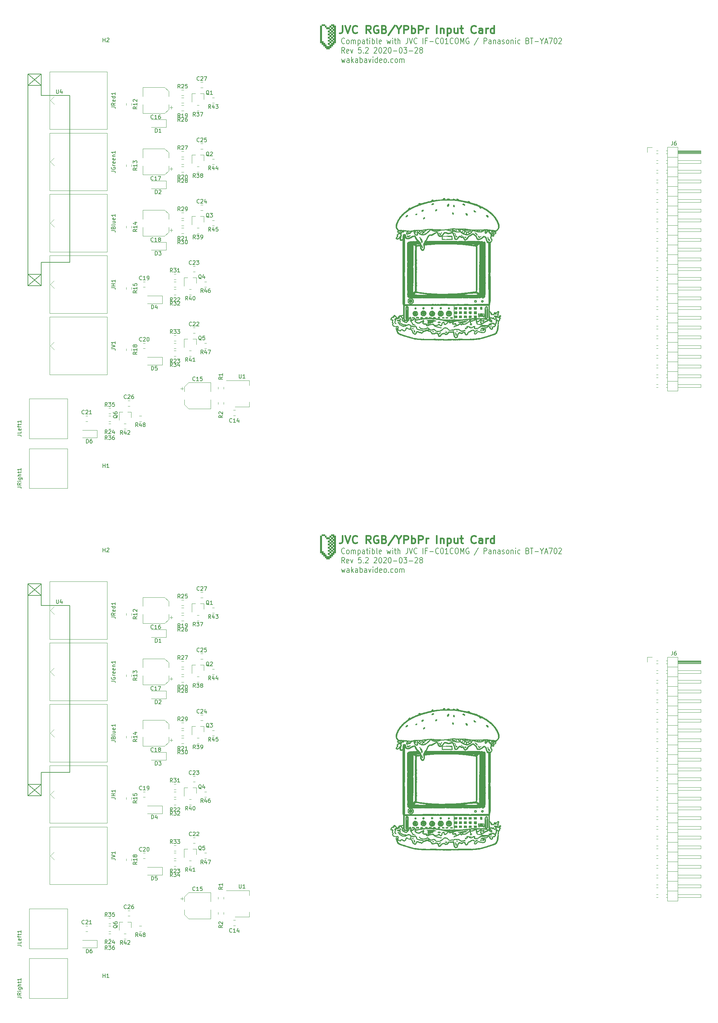
<source format=gbr>
G04 #@! TF.GenerationSoftware,KiCad,Pcbnew,(5.1.8)-1*
G04 #@! TF.CreationDate,2021-01-21T14:16:05+13:00*
G04 #@! TF.ProjectId,output.JVCardx4,6f757470-7574-42e4-9a56-436172647834,rev?*
G04 #@! TF.SameCoordinates,Original*
G04 #@! TF.FileFunction,Legend,Top*
G04 #@! TF.FilePolarity,Positive*
%FSLAX46Y46*%
G04 Gerber Fmt 4.6, Leading zero omitted, Abs format (unit mm)*
G04 Created by KiCad (PCBNEW (5.1.8)-1) date 2021-01-21 14:16:05*
%MOMM*%
%LPD*%
G01*
G04 APERTURE LIST*
%ADD10C,0.400000*%
%ADD11C,0.200000*%
%ADD12C,0.120000*%
%ADD13C,0.150000*%
%ADD14C,0.010000*%
G04 APERTURE END LIST*
D10*
X94723809Y-147504761D02*
X94723809Y-148933333D01*
X94628571Y-149219047D01*
X94438095Y-149409523D01*
X94152380Y-149504761D01*
X93961904Y-149504761D01*
X95390476Y-147504761D02*
X96057142Y-149504761D01*
X96723809Y-147504761D01*
X98533333Y-149314285D02*
X98438095Y-149409523D01*
X98152380Y-149504761D01*
X97961904Y-149504761D01*
X97676190Y-149409523D01*
X97485714Y-149219047D01*
X97390476Y-149028571D01*
X97295238Y-148647619D01*
X97295238Y-148361904D01*
X97390476Y-147980952D01*
X97485714Y-147790476D01*
X97676190Y-147600000D01*
X97961904Y-147504761D01*
X98152380Y-147504761D01*
X98438095Y-147600000D01*
X98533333Y-147695238D01*
X102057142Y-149504761D02*
X101390476Y-148552380D01*
X100914285Y-149504761D02*
X100914285Y-147504761D01*
X101676190Y-147504761D01*
X101866666Y-147600000D01*
X101961904Y-147695238D01*
X102057142Y-147885714D01*
X102057142Y-148171428D01*
X101961904Y-148361904D01*
X101866666Y-148457142D01*
X101676190Y-148552380D01*
X100914285Y-148552380D01*
X103961904Y-147600000D02*
X103771428Y-147504761D01*
X103485714Y-147504761D01*
X103200000Y-147600000D01*
X103009523Y-147790476D01*
X102914285Y-147980952D01*
X102819047Y-148361904D01*
X102819047Y-148647619D01*
X102914285Y-149028571D01*
X103009523Y-149219047D01*
X103200000Y-149409523D01*
X103485714Y-149504761D01*
X103676190Y-149504761D01*
X103961904Y-149409523D01*
X104057142Y-149314285D01*
X104057142Y-148647619D01*
X103676190Y-148647619D01*
X105580952Y-148457142D02*
X105866666Y-148552380D01*
X105961904Y-148647619D01*
X106057142Y-148838095D01*
X106057142Y-149123809D01*
X105961904Y-149314285D01*
X105866666Y-149409523D01*
X105676190Y-149504761D01*
X104914285Y-149504761D01*
X104914285Y-147504761D01*
X105580952Y-147504761D01*
X105771428Y-147600000D01*
X105866666Y-147695238D01*
X105961904Y-147885714D01*
X105961904Y-148076190D01*
X105866666Y-148266666D01*
X105771428Y-148361904D01*
X105580952Y-148457142D01*
X104914285Y-148457142D01*
X108342857Y-147409523D02*
X106628571Y-149980952D01*
X109390476Y-148552380D02*
X109390476Y-149504761D01*
X108723809Y-147504761D02*
X109390476Y-148552380D01*
X110057142Y-147504761D01*
X110723809Y-149504761D02*
X110723809Y-147504761D01*
X111485714Y-147504761D01*
X111676190Y-147600000D01*
X111771428Y-147695238D01*
X111866666Y-147885714D01*
X111866666Y-148171428D01*
X111771428Y-148361904D01*
X111676190Y-148457142D01*
X111485714Y-148552380D01*
X110723809Y-148552380D01*
X112723809Y-149504761D02*
X112723809Y-147504761D01*
X112723809Y-148266666D02*
X112914285Y-148171428D01*
X113295238Y-148171428D01*
X113485714Y-148266666D01*
X113580952Y-148361904D01*
X113676190Y-148552380D01*
X113676190Y-149123809D01*
X113580952Y-149314285D01*
X113485714Y-149409523D01*
X113295238Y-149504761D01*
X112914285Y-149504761D01*
X112723809Y-149409523D01*
X114533333Y-149504761D02*
X114533333Y-147504761D01*
X115295238Y-147504761D01*
X115485714Y-147600000D01*
X115580952Y-147695238D01*
X115676190Y-147885714D01*
X115676190Y-148171428D01*
X115580952Y-148361904D01*
X115485714Y-148457142D01*
X115295238Y-148552380D01*
X114533333Y-148552380D01*
X116533333Y-149504761D02*
X116533333Y-148171428D01*
X116533333Y-148552380D02*
X116628571Y-148361904D01*
X116723809Y-148266666D01*
X116914285Y-148171428D01*
X117104761Y-148171428D01*
X119295238Y-149504761D02*
X119295238Y-147504761D01*
X120247619Y-148171428D02*
X120247619Y-149504761D01*
X120247619Y-148361904D02*
X120342857Y-148266666D01*
X120533333Y-148171428D01*
X120819047Y-148171428D01*
X121009523Y-148266666D01*
X121104761Y-148457142D01*
X121104761Y-149504761D01*
X122057142Y-148171428D02*
X122057142Y-150171428D01*
X122057142Y-148266666D02*
X122247619Y-148171428D01*
X122628571Y-148171428D01*
X122819047Y-148266666D01*
X122914285Y-148361904D01*
X123009523Y-148552380D01*
X123009523Y-149123809D01*
X122914285Y-149314285D01*
X122819047Y-149409523D01*
X122628571Y-149504761D01*
X122247619Y-149504761D01*
X122057142Y-149409523D01*
X124723809Y-148171428D02*
X124723809Y-149504761D01*
X123866666Y-148171428D02*
X123866666Y-149219047D01*
X123961904Y-149409523D01*
X124152380Y-149504761D01*
X124438095Y-149504761D01*
X124628571Y-149409523D01*
X124723809Y-149314285D01*
X125390476Y-148171428D02*
X126152380Y-148171428D01*
X125676190Y-147504761D02*
X125676190Y-149219047D01*
X125771428Y-149409523D01*
X125961904Y-149504761D01*
X126152380Y-149504761D01*
X129485714Y-149314285D02*
X129390476Y-149409523D01*
X129104761Y-149504761D01*
X128914285Y-149504761D01*
X128628571Y-149409523D01*
X128438095Y-149219047D01*
X128342857Y-149028571D01*
X128247619Y-148647619D01*
X128247619Y-148361904D01*
X128342857Y-147980952D01*
X128438095Y-147790476D01*
X128628571Y-147600000D01*
X128914285Y-147504761D01*
X129104761Y-147504761D01*
X129390476Y-147600000D01*
X129485714Y-147695238D01*
X131200000Y-149504761D02*
X131200000Y-148457142D01*
X131104761Y-148266666D01*
X130914285Y-148171428D01*
X130533333Y-148171428D01*
X130342857Y-148266666D01*
X131200000Y-149409523D02*
X131009523Y-149504761D01*
X130533333Y-149504761D01*
X130342857Y-149409523D01*
X130247619Y-149219047D01*
X130247619Y-149028571D01*
X130342857Y-148838095D01*
X130533333Y-148742857D01*
X131009523Y-148742857D01*
X131200000Y-148647619D01*
X132152380Y-149504761D02*
X132152380Y-148171428D01*
X132152380Y-148552380D02*
X132247619Y-148361904D01*
X132342857Y-148266666D01*
X132533333Y-148171428D01*
X132723809Y-148171428D01*
X134247619Y-149504761D02*
X134247619Y-147504761D01*
X134247619Y-149409523D02*
X134057142Y-149504761D01*
X133676190Y-149504761D01*
X133485714Y-149409523D01*
X133390476Y-149314285D01*
X133295238Y-149123809D01*
X133295238Y-148552380D01*
X133390476Y-148361904D01*
X133485714Y-148266666D01*
X133676190Y-148171428D01*
X134057142Y-148171428D01*
X134247619Y-148266666D01*
D11*
X95282380Y-152085714D02*
X95220476Y-152157142D01*
X95034761Y-152228571D01*
X94910952Y-152228571D01*
X94725238Y-152157142D01*
X94601428Y-152014285D01*
X94539523Y-151871428D01*
X94477619Y-151585714D01*
X94477619Y-151371428D01*
X94539523Y-151085714D01*
X94601428Y-150942857D01*
X94725238Y-150800000D01*
X94910952Y-150728571D01*
X95034761Y-150728571D01*
X95220476Y-150800000D01*
X95282380Y-150871428D01*
X96025238Y-152228571D02*
X95901428Y-152157142D01*
X95839523Y-152085714D01*
X95777619Y-151942857D01*
X95777619Y-151514285D01*
X95839523Y-151371428D01*
X95901428Y-151300000D01*
X96025238Y-151228571D01*
X96210952Y-151228571D01*
X96334761Y-151300000D01*
X96396666Y-151371428D01*
X96458571Y-151514285D01*
X96458571Y-151942857D01*
X96396666Y-152085714D01*
X96334761Y-152157142D01*
X96210952Y-152228571D01*
X96025238Y-152228571D01*
X97015714Y-152228571D02*
X97015714Y-151228571D01*
X97015714Y-151371428D02*
X97077619Y-151300000D01*
X97201428Y-151228571D01*
X97387142Y-151228571D01*
X97510952Y-151300000D01*
X97572857Y-151442857D01*
X97572857Y-152228571D01*
X97572857Y-151442857D02*
X97634761Y-151300000D01*
X97758571Y-151228571D01*
X97944285Y-151228571D01*
X98068095Y-151300000D01*
X98130000Y-151442857D01*
X98130000Y-152228571D01*
X98749047Y-151228571D02*
X98749047Y-152728571D01*
X98749047Y-151300000D02*
X98872857Y-151228571D01*
X99120476Y-151228571D01*
X99244285Y-151300000D01*
X99306190Y-151371428D01*
X99368095Y-151514285D01*
X99368095Y-151942857D01*
X99306190Y-152085714D01*
X99244285Y-152157142D01*
X99120476Y-152228571D01*
X98872857Y-152228571D01*
X98749047Y-152157142D01*
X100482380Y-152228571D02*
X100482380Y-151442857D01*
X100420476Y-151300000D01*
X100296666Y-151228571D01*
X100049047Y-151228571D01*
X99925238Y-151300000D01*
X100482380Y-152157142D02*
X100358571Y-152228571D01*
X100049047Y-152228571D01*
X99925238Y-152157142D01*
X99863333Y-152014285D01*
X99863333Y-151871428D01*
X99925238Y-151728571D01*
X100049047Y-151657142D01*
X100358571Y-151657142D01*
X100482380Y-151585714D01*
X100915714Y-151228571D02*
X101410952Y-151228571D01*
X101101428Y-150728571D02*
X101101428Y-152014285D01*
X101163333Y-152157142D01*
X101287142Y-152228571D01*
X101410952Y-152228571D01*
X101844285Y-152228571D02*
X101844285Y-151228571D01*
X101844285Y-150728571D02*
X101782380Y-150800000D01*
X101844285Y-150871428D01*
X101906190Y-150800000D01*
X101844285Y-150728571D01*
X101844285Y-150871428D01*
X102463333Y-152228571D02*
X102463333Y-150728571D01*
X102463333Y-151300000D02*
X102587142Y-151228571D01*
X102834761Y-151228571D01*
X102958571Y-151300000D01*
X103020476Y-151371428D01*
X103082380Y-151514285D01*
X103082380Y-151942857D01*
X103020476Y-152085714D01*
X102958571Y-152157142D01*
X102834761Y-152228571D01*
X102587142Y-152228571D01*
X102463333Y-152157142D01*
X103825238Y-152228571D02*
X103701428Y-152157142D01*
X103639523Y-152014285D01*
X103639523Y-150728571D01*
X104815714Y-152157142D02*
X104691904Y-152228571D01*
X104444285Y-152228571D01*
X104320476Y-152157142D01*
X104258571Y-152014285D01*
X104258571Y-151442857D01*
X104320476Y-151300000D01*
X104444285Y-151228571D01*
X104691904Y-151228571D01*
X104815714Y-151300000D01*
X104877619Y-151442857D01*
X104877619Y-151585714D01*
X104258571Y-151728571D01*
X106301428Y-151228571D02*
X106549047Y-152228571D01*
X106796666Y-151514285D01*
X107044285Y-152228571D01*
X107291904Y-151228571D01*
X107787142Y-152228571D02*
X107787142Y-151228571D01*
X107787142Y-150728571D02*
X107725238Y-150800000D01*
X107787142Y-150871428D01*
X107849047Y-150800000D01*
X107787142Y-150728571D01*
X107787142Y-150871428D01*
X108220476Y-151228571D02*
X108715714Y-151228571D01*
X108406190Y-150728571D02*
X108406190Y-152014285D01*
X108468095Y-152157142D01*
X108591904Y-152228571D01*
X108715714Y-152228571D01*
X109149047Y-152228571D02*
X109149047Y-150728571D01*
X109706190Y-152228571D02*
X109706190Y-151442857D01*
X109644285Y-151300000D01*
X109520476Y-151228571D01*
X109334761Y-151228571D01*
X109210952Y-151300000D01*
X109149047Y-151371428D01*
X111687142Y-150728571D02*
X111687142Y-151800000D01*
X111625238Y-152014285D01*
X111501428Y-152157142D01*
X111315714Y-152228571D01*
X111191904Y-152228571D01*
X112120476Y-150728571D02*
X112553809Y-152228571D01*
X112987142Y-150728571D01*
X114163333Y-152085714D02*
X114101428Y-152157142D01*
X113915714Y-152228571D01*
X113791904Y-152228571D01*
X113606190Y-152157142D01*
X113482380Y-152014285D01*
X113420476Y-151871428D01*
X113358571Y-151585714D01*
X113358571Y-151371428D01*
X113420476Y-151085714D01*
X113482380Y-150942857D01*
X113606190Y-150800000D01*
X113791904Y-150728571D01*
X113915714Y-150728571D01*
X114101428Y-150800000D01*
X114163333Y-150871428D01*
X115710952Y-152228571D02*
X115710952Y-150728571D01*
X116763333Y-151442857D02*
X116330000Y-151442857D01*
X116330000Y-152228571D02*
X116330000Y-150728571D01*
X116949047Y-150728571D01*
X117444285Y-151657142D02*
X118434761Y-151657142D01*
X119796666Y-152085714D02*
X119734761Y-152157142D01*
X119549047Y-152228571D01*
X119425238Y-152228571D01*
X119239523Y-152157142D01*
X119115714Y-152014285D01*
X119053809Y-151871428D01*
X118991904Y-151585714D01*
X118991904Y-151371428D01*
X119053809Y-151085714D01*
X119115714Y-150942857D01*
X119239523Y-150800000D01*
X119425238Y-150728571D01*
X119549047Y-150728571D01*
X119734761Y-150800000D01*
X119796666Y-150871428D01*
X120601428Y-150728571D02*
X120725238Y-150728571D01*
X120849047Y-150800000D01*
X120910952Y-150871428D01*
X120972857Y-151014285D01*
X121034761Y-151300000D01*
X121034761Y-151657142D01*
X120972857Y-151942857D01*
X120910952Y-152085714D01*
X120849047Y-152157142D01*
X120725238Y-152228571D01*
X120601428Y-152228571D01*
X120477619Y-152157142D01*
X120415714Y-152085714D01*
X120353809Y-151942857D01*
X120291904Y-151657142D01*
X120291904Y-151300000D01*
X120353809Y-151014285D01*
X120415714Y-150871428D01*
X120477619Y-150800000D01*
X120601428Y-150728571D01*
X122272857Y-152228571D02*
X121530000Y-152228571D01*
X121901428Y-152228571D02*
X121901428Y-150728571D01*
X121777619Y-150942857D01*
X121653809Y-151085714D01*
X121530000Y-151157142D01*
X123572857Y-152085714D02*
X123510952Y-152157142D01*
X123325238Y-152228571D01*
X123201428Y-152228571D01*
X123015714Y-152157142D01*
X122891904Y-152014285D01*
X122830000Y-151871428D01*
X122768095Y-151585714D01*
X122768095Y-151371428D01*
X122830000Y-151085714D01*
X122891904Y-150942857D01*
X123015714Y-150800000D01*
X123201428Y-150728571D01*
X123325238Y-150728571D01*
X123510952Y-150800000D01*
X123572857Y-150871428D01*
X124377619Y-150728571D02*
X124625238Y-150728571D01*
X124749047Y-150800000D01*
X124872857Y-150942857D01*
X124934761Y-151228571D01*
X124934761Y-151728571D01*
X124872857Y-152014285D01*
X124749047Y-152157142D01*
X124625238Y-152228571D01*
X124377619Y-152228571D01*
X124253809Y-152157142D01*
X124130000Y-152014285D01*
X124068095Y-151728571D01*
X124068095Y-151228571D01*
X124130000Y-150942857D01*
X124253809Y-150800000D01*
X124377619Y-150728571D01*
X125491904Y-152228571D02*
X125491904Y-150728571D01*
X125925238Y-151800000D01*
X126358571Y-150728571D01*
X126358571Y-152228571D01*
X127658571Y-150800000D02*
X127534761Y-150728571D01*
X127349047Y-150728571D01*
X127163333Y-150800000D01*
X127039523Y-150942857D01*
X126977619Y-151085714D01*
X126915714Y-151371428D01*
X126915714Y-151585714D01*
X126977619Y-151871428D01*
X127039523Y-152014285D01*
X127163333Y-152157142D01*
X127349047Y-152228571D01*
X127472857Y-152228571D01*
X127658571Y-152157142D01*
X127720476Y-152085714D01*
X127720476Y-151585714D01*
X127472857Y-151585714D01*
X130196666Y-150657142D02*
X129082380Y-152585714D01*
X131620476Y-152228571D02*
X131620476Y-150728571D01*
X132115714Y-150728571D01*
X132239523Y-150800000D01*
X132301428Y-150871428D01*
X132363333Y-151014285D01*
X132363333Y-151228571D01*
X132301428Y-151371428D01*
X132239523Y-151442857D01*
X132115714Y-151514285D01*
X131620476Y-151514285D01*
X133477619Y-152228571D02*
X133477619Y-151442857D01*
X133415714Y-151300000D01*
X133291904Y-151228571D01*
X133044285Y-151228571D01*
X132920476Y-151300000D01*
X133477619Y-152157142D02*
X133353809Y-152228571D01*
X133044285Y-152228571D01*
X132920476Y-152157142D01*
X132858571Y-152014285D01*
X132858571Y-151871428D01*
X132920476Y-151728571D01*
X133044285Y-151657142D01*
X133353809Y-151657142D01*
X133477619Y-151585714D01*
X134096666Y-151228571D02*
X134096666Y-152228571D01*
X134096666Y-151371428D02*
X134158571Y-151300000D01*
X134282380Y-151228571D01*
X134468095Y-151228571D01*
X134591904Y-151300000D01*
X134653809Y-151442857D01*
X134653809Y-152228571D01*
X135830000Y-152228571D02*
X135830000Y-151442857D01*
X135768095Y-151300000D01*
X135644285Y-151228571D01*
X135396666Y-151228571D01*
X135272857Y-151300000D01*
X135830000Y-152157142D02*
X135706190Y-152228571D01*
X135396666Y-152228571D01*
X135272857Y-152157142D01*
X135210952Y-152014285D01*
X135210952Y-151871428D01*
X135272857Y-151728571D01*
X135396666Y-151657142D01*
X135706190Y-151657142D01*
X135830000Y-151585714D01*
X136387142Y-152157142D02*
X136510952Y-152228571D01*
X136758571Y-152228571D01*
X136882380Y-152157142D01*
X136944285Y-152014285D01*
X136944285Y-151942857D01*
X136882380Y-151800000D01*
X136758571Y-151728571D01*
X136572857Y-151728571D01*
X136449047Y-151657142D01*
X136387142Y-151514285D01*
X136387142Y-151442857D01*
X136449047Y-151300000D01*
X136572857Y-151228571D01*
X136758571Y-151228571D01*
X136882380Y-151300000D01*
X137687142Y-152228571D02*
X137563333Y-152157142D01*
X137501428Y-152085714D01*
X137439523Y-151942857D01*
X137439523Y-151514285D01*
X137501428Y-151371428D01*
X137563333Y-151300000D01*
X137687142Y-151228571D01*
X137872857Y-151228571D01*
X137996666Y-151300000D01*
X138058571Y-151371428D01*
X138120476Y-151514285D01*
X138120476Y-151942857D01*
X138058571Y-152085714D01*
X137996666Y-152157142D01*
X137872857Y-152228571D01*
X137687142Y-152228571D01*
X138677619Y-151228571D02*
X138677619Y-152228571D01*
X138677619Y-151371428D02*
X138739523Y-151300000D01*
X138863333Y-151228571D01*
X139049047Y-151228571D01*
X139172857Y-151300000D01*
X139234761Y-151442857D01*
X139234761Y-152228571D01*
X139853809Y-152228571D02*
X139853809Y-151228571D01*
X139853809Y-150728571D02*
X139791904Y-150800000D01*
X139853809Y-150871428D01*
X139915714Y-150800000D01*
X139853809Y-150728571D01*
X139853809Y-150871428D01*
X141030000Y-152157142D02*
X140906190Y-152228571D01*
X140658571Y-152228571D01*
X140534761Y-152157142D01*
X140472857Y-152085714D01*
X140410952Y-151942857D01*
X140410952Y-151514285D01*
X140472857Y-151371428D01*
X140534761Y-151300000D01*
X140658571Y-151228571D01*
X140906190Y-151228571D01*
X141030000Y-151300000D01*
X143010952Y-151442857D02*
X143196666Y-151514285D01*
X143258571Y-151585714D01*
X143320476Y-151728571D01*
X143320476Y-151942857D01*
X143258571Y-152085714D01*
X143196666Y-152157142D01*
X143072857Y-152228571D01*
X142577619Y-152228571D01*
X142577619Y-150728571D01*
X143010952Y-150728571D01*
X143134761Y-150800000D01*
X143196666Y-150871428D01*
X143258571Y-151014285D01*
X143258571Y-151157142D01*
X143196666Y-151300000D01*
X143134761Y-151371428D01*
X143010952Y-151442857D01*
X142577619Y-151442857D01*
X143691904Y-150728571D02*
X144434761Y-150728571D01*
X144063333Y-152228571D02*
X144063333Y-150728571D01*
X144868095Y-151657142D02*
X145858571Y-151657142D01*
X146725238Y-151514285D02*
X146725238Y-152228571D01*
X146291904Y-150728571D02*
X146725238Y-151514285D01*
X147158571Y-150728571D01*
X147530000Y-151800000D02*
X148149047Y-151800000D01*
X147406190Y-152228571D02*
X147839523Y-150728571D01*
X148272857Y-152228571D01*
X148582380Y-150728571D02*
X149449047Y-150728571D01*
X148891904Y-152228571D01*
X150191904Y-150728571D02*
X150315714Y-150728571D01*
X150439523Y-150800000D01*
X150501428Y-150871428D01*
X150563333Y-151014285D01*
X150625238Y-151300000D01*
X150625238Y-151657142D01*
X150563333Y-151942857D01*
X150501428Y-152085714D01*
X150439523Y-152157142D01*
X150315714Y-152228571D01*
X150191904Y-152228571D01*
X150068095Y-152157142D01*
X150006190Y-152085714D01*
X149944285Y-151942857D01*
X149882380Y-151657142D01*
X149882380Y-151300000D01*
X149944285Y-151014285D01*
X150006190Y-150871428D01*
X150068095Y-150800000D01*
X150191904Y-150728571D01*
X151120476Y-150871428D02*
X151182380Y-150800000D01*
X151306190Y-150728571D01*
X151615714Y-150728571D01*
X151739523Y-150800000D01*
X151801428Y-150871428D01*
X151863333Y-151014285D01*
X151863333Y-151157142D01*
X151801428Y-151371428D01*
X151058571Y-152228571D01*
X151863333Y-152228571D01*
X95282380Y-154678571D02*
X94849047Y-153964285D01*
X94539523Y-154678571D02*
X94539523Y-153178571D01*
X95034761Y-153178571D01*
X95158571Y-153250000D01*
X95220476Y-153321428D01*
X95282380Y-153464285D01*
X95282380Y-153678571D01*
X95220476Y-153821428D01*
X95158571Y-153892857D01*
X95034761Y-153964285D01*
X94539523Y-153964285D01*
X96334761Y-154607142D02*
X96210952Y-154678571D01*
X95963333Y-154678571D01*
X95839523Y-154607142D01*
X95777619Y-154464285D01*
X95777619Y-153892857D01*
X95839523Y-153750000D01*
X95963333Y-153678571D01*
X96210952Y-153678571D01*
X96334761Y-153750000D01*
X96396666Y-153892857D01*
X96396666Y-154035714D01*
X95777619Y-154178571D01*
X96830000Y-153678571D02*
X97139523Y-154678571D01*
X97449047Y-153678571D01*
X99553809Y-153178571D02*
X98934761Y-153178571D01*
X98872857Y-153892857D01*
X98934761Y-153821428D01*
X99058571Y-153750000D01*
X99368095Y-153750000D01*
X99491904Y-153821428D01*
X99553809Y-153892857D01*
X99615714Y-154035714D01*
X99615714Y-154392857D01*
X99553809Y-154535714D01*
X99491904Y-154607142D01*
X99368095Y-154678571D01*
X99058571Y-154678571D01*
X98934761Y-154607142D01*
X98872857Y-154535714D01*
X100172857Y-154535714D02*
X100234761Y-154607142D01*
X100172857Y-154678571D01*
X100110952Y-154607142D01*
X100172857Y-154535714D01*
X100172857Y-154678571D01*
X100730000Y-153321428D02*
X100791904Y-153250000D01*
X100915714Y-153178571D01*
X101225238Y-153178571D01*
X101349047Y-153250000D01*
X101410952Y-153321428D01*
X101472857Y-153464285D01*
X101472857Y-153607142D01*
X101410952Y-153821428D01*
X100668095Y-154678571D01*
X101472857Y-154678571D01*
X102958571Y-153321428D02*
X103020476Y-153250000D01*
X103144285Y-153178571D01*
X103453809Y-153178571D01*
X103577619Y-153250000D01*
X103639523Y-153321428D01*
X103701428Y-153464285D01*
X103701428Y-153607142D01*
X103639523Y-153821428D01*
X102896666Y-154678571D01*
X103701428Y-154678571D01*
X104506190Y-153178571D02*
X104630000Y-153178571D01*
X104753809Y-153250000D01*
X104815714Y-153321428D01*
X104877619Y-153464285D01*
X104939523Y-153750000D01*
X104939523Y-154107142D01*
X104877619Y-154392857D01*
X104815714Y-154535714D01*
X104753809Y-154607142D01*
X104630000Y-154678571D01*
X104506190Y-154678571D01*
X104382380Y-154607142D01*
X104320476Y-154535714D01*
X104258571Y-154392857D01*
X104196666Y-154107142D01*
X104196666Y-153750000D01*
X104258571Y-153464285D01*
X104320476Y-153321428D01*
X104382380Y-153250000D01*
X104506190Y-153178571D01*
X105434761Y-153321428D02*
X105496666Y-153250000D01*
X105620476Y-153178571D01*
X105930000Y-153178571D01*
X106053809Y-153250000D01*
X106115714Y-153321428D01*
X106177619Y-153464285D01*
X106177619Y-153607142D01*
X106115714Y-153821428D01*
X105372857Y-154678571D01*
X106177619Y-154678571D01*
X106982380Y-153178571D02*
X107106190Y-153178571D01*
X107230000Y-153250000D01*
X107291904Y-153321428D01*
X107353809Y-153464285D01*
X107415714Y-153750000D01*
X107415714Y-154107142D01*
X107353809Y-154392857D01*
X107291904Y-154535714D01*
X107230000Y-154607142D01*
X107106190Y-154678571D01*
X106982380Y-154678571D01*
X106858571Y-154607142D01*
X106796666Y-154535714D01*
X106734761Y-154392857D01*
X106672857Y-154107142D01*
X106672857Y-153750000D01*
X106734761Y-153464285D01*
X106796666Y-153321428D01*
X106858571Y-153250000D01*
X106982380Y-153178571D01*
X107972857Y-154107142D02*
X108963333Y-154107142D01*
X109830000Y-153178571D02*
X109953809Y-153178571D01*
X110077619Y-153250000D01*
X110139523Y-153321428D01*
X110201428Y-153464285D01*
X110263333Y-153750000D01*
X110263333Y-154107142D01*
X110201428Y-154392857D01*
X110139523Y-154535714D01*
X110077619Y-154607142D01*
X109953809Y-154678571D01*
X109830000Y-154678571D01*
X109706190Y-154607142D01*
X109644285Y-154535714D01*
X109582380Y-154392857D01*
X109520476Y-154107142D01*
X109520476Y-153750000D01*
X109582380Y-153464285D01*
X109644285Y-153321428D01*
X109706190Y-153250000D01*
X109830000Y-153178571D01*
X110696666Y-153178571D02*
X111501428Y-153178571D01*
X111068095Y-153750000D01*
X111253809Y-153750000D01*
X111377619Y-153821428D01*
X111439523Y-153892857D01*
X111501428Y-154035714D01*
X111501428Y-154392857D01*
X111439523Y-154535714D01*
X111377619Y-154607142D01*
X111253809Y-154678571D01*
X110882380Y-154678571D01*
X110758571Y-154607142D01*
X110696666Y-154535714D01*
X112058571Y-154107142D02*
X113049047Y-154107142D01*
X113606190Y-153321428D02*
X113668095Y-153250000D01*
X113791904Y-153178571D01*
X114101428Y-153178571D01*
X114225238Y-153250000D01*
X114287142Y-153321428D01*
X114349047Y-153464285D01*
X114349047Y-153607142D01*
X114287142Y-153821428D01*
X113544285Y-154678571D01*
X114349047Y-154678571D01*
X115091904Y-153821428D02*
X114968095Y-153750000D01*
X114906190Y-153678571D01*
X114844285Y-153535714D01*
X114844285Y-153464285D01*
X114906190Y-153321428D01*
X114968095Y-153250000D01*
X115091904Y-153178571D01*
X115339523Y-153178571D01*
X115463333Y-153250000D01*
X115525238Y-153321428D01*
X115587142Y-153464285D01*
X115587142Y-153535714D01*
X115525238Y-153678571D01*
X115463333Y-153750000D01*
X115339523Y-153821428D01*
X115091904Y-153821428D01*
X114968095Y-153892857D01*
X114906190Y-153964285D01*
X114844285Y-154107142D01*
X114844285Y-154392857D01*
X114906190Y-154535714D01*
X114968095Y-154607142D01*
X115091904Y-154678571D01*
X115339523Y-154678571D01*
X115463333Y-154607142D01*
X115525238Y-154535714D01*
X115587142Y-154392857D01*
X115587142Y-154107142D01*
X115525238Y-153964285D01*
X115463333Y-153892857D01*
X115339523Y-153821428D01*
X94415714Y-156128571D02*
X94663333Y-157128571D01*
X94910952Y-156414285D01*
X95158571Y-157128571D01*
X95406190Y-156128571D01*
X96458571Y-157128571D02*
X96458571Y-156342857D01*
X96396666Y-156200000D01*
X96272857Y-156128571D01*
X96025238Y-156128571D01*
X95901428Y-156200000D01*
X96458571Y-157057142D02*
X96334761Y-157128571D01*
X96025238Y-157128571D01*
X95901428Y-157057142D01*
X95839523Y-156914285D01*
X95839523Y-156771428D01*
X95901428Y-156628571D01*
X96025238Y-156557142D01*
X96334761Y-156557142D01*
X96458571Y-156485714D01*
X97077619Y-157128571D02*
X97077619Y-155628571D01*
X97201428Y-156557142D02*
X97572857Y-157128571D01*
X97572857Y-156128571D02*
X97077619Y-156700000D01*
X98687142Y-157128571D02*
X98687142Y-156342857D01*
X98625238Y-156200000D01*
X98501428Y-156128571D01*
X98253809Y-156128571D01*
X98130000Y-156200000D01*
X98687142Y-157057142D02*
X98563333Y-157128571D01*
X98253809Y-157128571D01*
X98130000Y-157057142D01*
X98068095Y-156914285D01*
X98068095Y-156771428D01*
X98130000Y-156628571D01*
X98253809Y-156557142D01*
X98563333Y-156557142D01*
X98687142Y-156485714D01*
X99306190Y-157128571D02*
X99306190Y-155628571D01*
X99306190Y-156200000D02*
X99430000Y-156128571D01*
X99677619Y-156128571D01*
X99801428Y-156200000D01*
X99863333Y-156271428D01*
X99925238Y-156414285D01*
X99925238Y-156842857D01*
X99863333Y-156985714D01*
X99801428Y-157057142D01*
X99677619Y-157128571D01*
X99430000Y-157128571D01*
X99306190Y-157057142D01*
X101039523Y-157128571D02*
X101039523Y-156342857D01*
X100977619Y-156200000D01*
X100853809Y-156128571D01*
X100606190Y-156128571D01*
X100482380Y-156200000D01*
X101039523Y-157057142D02*
X100915714Y-157128571D01*
X100606190Y-157128571D01*
X100482380Y-157057142D01*
X100420476Y-156914285D01*
X100420476Y-156771428D01*
X100482380Y-156628571D01*
X100606190Y-156557142D01*
X100915714Y-156557142D01*
X101039523Y-156485714D01*
X101534761Y-156128571D02*
X101844285Y-157128571D01*
X102153809Y-156128571D01*
X102649047Y-157128571D02*
X102649047Y-156128571D01*
X102649047Y-155628571D02*
X102587142Y-155700000D01*
X102649047Y-155771428D01*
X102710952Y-155700000D01*
X102649047Y-155628571D01*
X102649047Y-155771428D01*
X103825238Y-157128571D02*
X103825238Y-155628571D01*
X103825238Y-157057142D02*
X103701428Y-157128571D01*
X103453809Y-157128571D01*
X103330000Y-157057142D01*
X103268095Y-156985714D01*
X103206190Y-156842857D01*
X103206190Y-156414285D01*
X103268095Y-156271428D01*
X103330000Y-156200000D01*
X103453809Y-156128571D01*
X103701428Y-156128571D01*
X103825238Y-156200000D01*
X104939523Y-157057142D02*
X104815714Y-157128571D01*
X104568095Y-157128571D01*
X104444285Y-157057142D01*
X104382380Y-156914285D01*
X104382380Y-156342857D01*
X104444285Y-156200000D01*
X104568095Y-156128571D01*
X104815714Y-156128571D01*
X104939523Y-156200000D01*
X105001428Y-156342857D01*
X105001428Y-156485714D01*
X104382380Y-156628571D01*
X105744285Y-157128571D02*
X105620476Y-157057142D01*
X105558571Y-156985714D01*
X105496666Y-156842857D01*
X105496666Y-156414285D01*
X105558571Y-156271428D01*
X105620476Y-156200000D01*
X105744285Y-156128571D01*
X105930000Y-156128571D01*
X106053809Y-156200000D01*
X106115714Y-156271428D01*
X106177619Y-156414285D01*
X106177619Y-156842857D01*
X106115714Y-156985714D01*
X106053809Y-157057142D01*
X105930000Y-157128571D01*
X105744285Y-157128571D01*
X106734761Y-156985714D02*
X106796666Y-157057142D01*
X106734761Y-157128571D01*
X106672857Y-157057142D01*
X106734761Y-156985714D01*
X106734761Y-157128571D01*
X107910952Y-157057142D02*
X107787142Y-157128571D01*
X107539523Y-157128571D01*
X107415714Y-157057142D01*
X107353809Y-156985714D01*
X107291904Y-156842857D01*
X107291904Y-156414285D01*
X107353809Y-156271428D01*
X107415714Y-156200000D01*
X107539523Y-156128571D01*
X107787142Y-156128571D01*
X107910952Y-156200000D01*
X108653809Y-157128571D02*
X108530000Y-157057142D01*
X108468095Y-156985714D01*
X108406190Y-156842857D01*
X108406190Y-156414285D01*
X108468095Y-156271428D01*
X108530000Y-156200000D01*
X108653809Y-156128571D01*
X108839523Y-156128571D01*
X108963333Y-156200000D01*
X109025238Y-156271428D01*
X109087142Y-156414285D01*
X109087142Y-156842857D01*
X109025238Y-156985714D01*
X108963333Y-157057142D01*
X108839523Y-157128571D01*
X108653809Y-157128571D01*
X109644285Y-157128571D02*
X109644285Y-156128571D01*
X109644285Y-156271428D02*
X109706190Y-156200000D01*
X109830000Y-156128571D01*
X110015714Y-156128571D01*
X110139523Y-156200000D01*
X110201428Y-156342857D01*
X110201428Y-157128571D01*
X110201428Y-156342857D02*
X110263333Y-156200000D01*
X110387142Y-156128571D01*
X110572857Y-156128571D01*
X110696666Y-156200000D01*
X110758571Y-156342857D01*
X110758571Y-157128571D01*
D10*
X94723809Y-14504761D02*
X94723809Y-15933333D01*
X94628571Y-16219047D01*
X94438095Y-16409523D01*
X94152380Y-16504761D01*
X93961904Y-16504761D01*
X95390476Y-14504761D02*
X96057142Y-16504761D01*
X96723809Y-14504761D01*
X98533333Y-16314285D02*
X98438095Y-16409523D01*
X98152380Y-16504761D01*
X97961904Y-16504761D01*
X97676190Y-16409523D01*
X97485714Y-16219047D01*
X97390476Y-16028571D01*
X97295238Y-15647619D01*
X97295238Y-15361904D01*
X97390476Y-14980952D01*
X97485714Y-14790476D01*
X97676190Y-14600000D01*
X97961904Y-14504761D01*
X98152380Y-14504761D01*
X98438095Y-14600000D01*
X98533333Y-14695238D01*
X102057142Y-16504761D02*
X101390476Y-15552380D01*
X100914285Y-16504761D02*
X100914285Y-14504761D01*
X101676190Y-14504761D01*
X101866666Y-14600000D01*
X101961904Y-14695238D01*
X102057142Y-14885714D01*
X102057142Y-15171428D01*
X101961904Y-15361904D01*
X101866666Y-15457142D01*
X101676190Y-15552380D01*
X100914285Y-15552380D01*
X103961904Y-14600000D02*
X103771428Y-14504761D01*
X103485714Y-14504761D01*
X103200000Y-14600000D01*
X103009523Y-14790476D01*
X102914285Y-14980952D01*
X102819047Y-15361904D01*
X102819047Y-15647619D01*
X102914285Y-16028571D01*
X103009523Y-16219047D01*
X103200000Y-16409523D01*
X103485714Y-16504761D01*
X103676190Y-16504761D01*
X103961904Y-16409523D01*
X104057142Y-16314285D01*
X104057142Y-15647619D01*
X103676190Y-15647619D01*
X105580952Y-15457142D02*
X105866666Y-15552380D01*
X105961904Y-15647619D01*
X106057142Y-15838095D01*
X106057142Y-16123809D01*
X105961904Y-16314285D01*
X105866666Y-16409523D01*
X105676190Y-16504761D01*
X104914285Y-16504761D01*
X104914285Y-14504761D01*
X105580952Y-14504761D01*
X105771428Y-14600000D01*
X105866666Y-14695238D01*
X105961904Y-14885714D01*
X105961904Y-15076190D01*
X105866666Y-15266666D01*
X105771428Y-15361904D01*
X105580952Y-15457142D01*
X104914285Y-15457142D01*
X108342857Y-14409523D02*
X106628571Y-16980952D01*
X109390476Y-15552380D02*
X109390476Y-16504761D01*
X108723809Y-14504761D02*
X109390476Y-15552380D01*
X110057142Y-14504761D01*
X110723809Y-16504761D02*
X110723809Y-14504761D01*
X111485714Y-14504761D01*
X111676190Y-14600000D01*
X111771428Y-14695238D01*
X111866666Y-14885714D01*
X111866666Y-15171428D01*
X111771428Y-15361904D01*
X111676190Y-15457142D01*
X111485714Y-15552380D01*
X110723809Y-15552380D01*
X112723809Y-16504761D02*
X112723809Y-14504761D01*
X112723809Y-15266666D02*
X112914285Y-15171428D01*
X113295238Y-15171428D01*
X113485714Y-15266666D01*
X113580952Y-15361904D01*
X113676190Y-15552380D01*
X113676190Y-16123809D01*
X113580952Y-16314285D01*
X113485714Y-16409523D01*
X113295238Y-16504761D01*
X112914285Y-16504761D01*
X112723809Y-16409523D01*
X114533333Y-16504761D02*
X114533333Y-14504761D01*
X115295238Y-14504761D01*
X115485714Y-14600000D01*
X115580952Y-14695238D01*
X115676190Y-14885714D01*
X115676190Y-15171428D01*
X115580952Y-15361904D01*
X115485714Y-15457142D01*
X115295238Y-15552380D01*
X114533333Y-15552380D01*
X116533333Y-16504761D02*
X116533333Y-15171428D01*
X116533333Y-15552380D02*
X116628571Y-15361904D01*
X116723809Y-15266666D01*
X116914285Y-15171428D01*
X117104761Y-15171428D01*
X119295238Y-16504761D02*
X119295238Y-14504761D01*
X120247619Y-15171428D02*
X120247619Y-16504761D01*
X120247619Y-15361904D02*
X120342857Y-15266666D01*
X120533333Y-15171428D01*
X120819047Y-15171428D01*
X121009523Y-15266666D01*
X121104761Y-15457142D01*
X121104761Y-16504761D01*
X122057142Y-15171428D02*
X122057142Y-17171428D01*
X122057142Y-15266666D02*
X122247619Y-15171428D01*
X122628571Y-15171428D01*
X122819047Y-15266666D01*
X122914285Y-15361904D01*
X123009523Y-15552380D01*
X123009523Y-16123809D01*
X122914285Y-16314285D01*
X122819047Y-16409523D01*
X122628571Y-16504761D01*
X122247619Y-16504761D01*
X122057142Y-16409523D01*
X124723809Y-15171428D02*
X124723809Y-16504761D01*
X123866666Y-15171428D02*
X123866666Y-16219047D01*
X123961904Y-16409523D01*
X124152380Y-16504761D01*
X124438095Y-16504761D01*
X124628571Y-16409523D01*
X124723809Y-16314285D01*
X125390476Y-15171428D02*
X126152380Y-15171428D01*
X125676190Y-14504761D02*
X125676190Y-16219047D01*
X125771428Y-16409523D01*
X125961904Y-16504761D01*
X126152380Y-16504761D01*
X129485714Y-16314285D02*
X129390476Y-16409523D01*
X129104761Y-16504761D01*
X128914285Y-16504761D01*
X128628571Y-16409523D01*
X128438095Y-16219047D01*
X128342857Y-16028571D01*
X128247619Y-15647619D01*
X128247619Y-15361904D01*
X128342857Y-14980952D01*
X128438095Y-14790476D01*
X128628571Y-14600000D01*
X128914285Y-14504761D01*
X129104761Y-14504761D01*
X129390476Y-14600000D01*
X129485714Y-14695238D01*
X131200000Y-16504761D02*
X131200000Y-15457142D01*
X131104761Y-15266666D01*
X130914285Y-15171428D01*
X130533333Y-15171428D01*
X130342857Y-15266666D01*
X131200000Y-16409523D02*
X131009523Y-16504761D01*
X130533333Y-16504761D01*
X130342857Y-16409523D01*
X130247619Y-16219047D01*
X130247619Y-16028571D01*
X130342857Y-15838095D01*
X130533333Y-15742857D01*
X131009523Y-15742857D01*
X131200000Y-15647619D01*
X132152380Y-16504761D02*
X132152380Y-15171428D01*
X132152380Y-15552380D02*
X132247619Y-15361904D01*
X132342857Y-15266666D01*
X132533333Y-15171428D01*
X132723809Y-15171428D01*
X134247619Y-16504761D02*
X134247619Y-14504761D01*
X134247619Y-16409523D02*
X134057142Y-16504761D01*
X133676190Y-16504761D01*
X133485714Y-16409523D01*
X133390476Y-16314285D01*
X133295238Y-16123809D01*
X133295238Y-15552380D01*
X133390476Y-15361904D01*
X133485714Y-15266666D01*
X133676190Y-15171428D01*
X134057142Y-15171428D01*
X134247619Y-15266666D01*
D11*
X95282380Y-19085714D02*
X95220476Y-19157142D01*
X95034761Y-19228571D01*
X94910952Y-19228571D01*
X94725238Y-19157142D01*
X94601428Y-19014285D01*
X94539523Y-18871428D01*
X94477619Y-18585714D01*
X94477619Y-18371428D01*
X94539523Y-18085714D01*
X94601428Y-17942857D01*
X94725238Y-17800000D01*
X94910952Y-17728571D01*
X95034761Y-17728571D01*
X95220476Y-17800000D01*
X95282380Y-17871428D01*
X96025238Y-19228571D02*
X95901428Y-19157142D01*
X95839523Y-19085714D01*
X95777619Y-18942857D01*
X95777619Y-18514285D01*
X95839523Y-18371428D01*
X95901428Y-18300000D01*
X96025238Y-18228571D01*
X96210952Y-18228571D01*
X96334761Y-18300000D01*
X96396666Y-18371428D01*
X96458571Y-18514285D01*
X96458571Y-18942857D01*
X96396666Y-19085714D01*
X96334761Y-19157142D01*
X96210952Y-19228571D01*
X96025238Y-19228571D01*
X97015714Y-19228571D02*
X97015714Y-18228571D01*
X97015714Y-18371428D02*
X97077619Y-18300000D01*
X97201428Y-18228571D01*
X97387142Y-18228571D01*
X97510952Y-18300000D01*
X97572857Y-18442857D01*
X97572857Y-19228571D01*
X97572857Y-18442857D02*
X97634761Y-18300000D01*
X97758571Y-18228571D01*
X97944285Y-18228571D01*
X98068095Y-18300000D01*
X98130000Y-18442857D01*
X98130000Y-19228571D01*
X98749047Y-18228571D02*
X98749047Y-19728571D01*
X98749047Y-18300000D02*
X98872857Y-18228571D01*
X99120476Y-18228571D01*
X99244285Y-18300000D01*
X99306190Y-18371428D01*
X99368095Y-18514285D01*
X99368095Y-18942857D01*
X99306190Y-19085714D01*
X99244285Y-19157142D01*
X99120476Y-19228571D01*
X98872857Y-19228571D01*
X98749047Y-19157142D01*
X100482380Y-19228571D02*
X100482380Y-18442857D01*
X100420476Y-18300000D01*
X100296666Y-18228571D01*
X100049047Y-18228571D01*
X99925238Y-18300000D01*
X100482380Y-19157142D02*
X100358571Y-19228571D01*
X100049047Y-19228571D01*
X99925238Y-19157142D01*
X99863333Y-19014285D01*
X99863333Y-18871428D01*
X99925238Y-18728571D01*
X100049047Y-18657142D01*
X100358571Y-18657142D01*
X100482380Y-18585714D01*
X100915714Y-18228571D02*
X101410952Y-18228571D01*
X101101428Y-17728571D02*
X101101428Y-19014285D01*
X101163333Y-19157142D01*
X101287142Y-19228571D01*
X101410952Y-19228571D01*
X101844285Y-19228571D02*
X101844285Y-18228571D01*
X101844285Y-17728571D02*
X101782380Y-17800000D01*
X101844285Y-17871428D01*
X101906190Y-17800000D01*
X101844285Y-17728571D01*
X101844285Y-17871428D01*
X102463333Y-19228571D02*
X102463333Y-17728571D01*
X102463333Y-18300000D02*
X102587142Y-18228571D01*
X102834761Y-18228571D01*
X102958571Y-18300000D01*
X103020476Y-18371428D01*
X103082380Y-18514285D01*
X103082380Y-18942857D01*
X103020476Y-19085714D01*
X102958571Y-19157142D01*
X102834761Y-19228571D01*
X102587142Y-19228571D01*
X102463333Y-19157142D01*
X103825238Y-19228571D02*
X103701428Y-19157142D01*
X103639523Y-19014285D01*
X103639523Y-17728571D01*
X104815714Y-19157142D02*
X104691904Y-19228571D01*
X104444285Y-19228571D01*
X104320476Y-19157142D01*
X104258571Y-19014285D01*
X104258571Y-18442857D01*
X104320476Y-18300000D01*
X104444285Y-18228571D01*
X104691904Y-18228571D01*
X104815714Y-18300000D01*
X104877619Y-18442857D01*
X104877619Y-18585714D01*
X104258571Y-18728571D01*
X106301428Y-18228571D02*
X106549047Y-19228571D01*
X106796666Y-18514285D01*
X107044285Y-19228571D01*
X107291904Y-18228571D01*
X107787142Y-19228571D02*
X107787142Y-18228571D01*
X107787142Y-17728571D02*
X107725238Y-17800000D01*
X107787142Y-17871428D01*
X107849047Y-17800000D01*
X107787142Y-17728571D01*
X107787142Y-17871428D01*
X108220476Y-18228571D02*
X108715714Y-18228571D01*
X108406190Y-17728571D02*
X108406190Y-19014285D01*
X108468095Y-19157142D01*
X108591904Y-19228571D01*
X108715714Y-19228571D01*
X109149047Y-19228571D02*
X109149047Y-17728571D01*
X109706190Y-19228571D02*
X109706190Y-18442857D01*
X109644285Y-18300000D01*
X109520476Y-18228571D01*
X109334761Y-18228571D01*
X109210952Y-18300000D01*
X109149047Y-18371428D01*
X111687142Y-17728571D02*
X111687142Y-18800000D01*
X111625238Y-19014285D01*
X111501428Y-19157142D01*
X111315714Y-19228571D01*
X111191904Y-19228571D01*
X112120476Y-17728571D02*
X112553809Y-19228571D01*
X112987142Y-17728571D01*
X114163333Y-19085714D02*
X114101428Y-19157142D01*
X113915714Y-19228571D01*
X113791904Y-19228571D01*
X113606190Y-19157142D01*
X113482380Y-19014285D01*
X113420476Y-18871428D01*
X113358571Y-18585714D01*
X113358571Y-18371428D01*
X113420476Y-18085714D01*
X113482380Y-17942857D01*
X113606190Y-17800000D01*
X113791904Y-17728571D01*
X113915714Y-17728571D01*
X114101428Y-17800000D01*
X114163333Y-17871428D01*
X115710952Y-19228571D02*
X115710952Y-17728571D01*
X116763333Y-18442857D02*
X116330000Y-18442857D01*
X116330000Y-19228571D02*
X116330000Y-17728571D01*
X116949047Y-17728571D01*
X117444285Y-18657142D02*
X118434761Y-18657142D01*
X119796666Y-19085714D02*
X119734761Y-19157142D01*
X119549047Y-19228571D01*
X119425238Y-19228571D01*
X119239523Y-19157142D01*
X119115714Y-19014285D01*
X119053809Y-18871428D01*
X118991904Y-18585714D01*
X118991904Y-18371428D01*
X119053809Y-18085714D01*
X119115714Y-17942857D01*
X119239523Y-17800000D01*
X119425238Y-17728571D01*
X119549047Y-17728571D01*
X119734761Y-17800000D01*
X119796666Y-17871428D01*
X120601428Y-17728571D02*
X120725238Y-17728571D01*
X120849047Y-17800000D01*
X120910952Y-17871428D01*
X120972857Y-18014285D01*
X121034761Y-18300000D01*
X121034761Y-18657142D01*
X120972857Y-18942857D01*
X120910952Y-19085714D01*
X120849047Y-19157142D01*
X120725238Y-19228571D01*
X120601428Y-19228571D01*
X120477619Y-19157142D01*
X120415714Y-19085714D01*
X120353809Y-18942857D01*
X120291904Y-18657142D01*
X120291904Y-18300000D01*
X120353809Y-18014285D01*
X120415714Y-17871428D01*
X120477619Y-17800000D01*
X120601428Y-17728571D01*
X122272857Y-19228571D02*
X121530000Y-19228571D01*
X121901428Y-19228571D02*
X121901428Y-17728571D01*
X121777619Y-17942857D01*
X121653809Y-18085714D01*
X121530000Y-18157142D01*
X123572857Y-19085714D02*
X123510952Y-19157142D01*
X123325238Y-19228571D01*
X123201428Y-19228571D01*
X123015714Y-19157142D01*
X122891904Y-19014285D01*
X122830000Y-18871428D01*
X122768095Y-18585714D01*
X122768095Y-18371428D01*
X122830000Y-18085714D01*
X122891904Y-17942857D01*
X123015714Y-17800000D01*
X123201428Y-17728571D01*
X123325238Y-17728571D01*
X123510952Y-17800000D01*
X123572857Y-17871428D01*
X124377619Y-17728571D02*
X124625238Y-17728571D01*
X124749047Y-17800000D01*
X124872857Y-17942857D01*
X124934761Y-18228571D01*
X124934761Y-18728571D01*
X124872857Y-19014285D01*
X124749047Y-19157142D01*
X124625238Y-19228571D01*
X124377619Y-19228571D01*
X124253809Y-19157142D01*
X124130000Y-19014285D01*
X124068095Y-18728571D01*
X124068095Y-18228571D01*
X124130000Y-17942857D01*
X124253809Y-17800000D01*
X124377619Y-17728571D01*
X125491904Y-19228571D02*
X125491904Y-17728571D01*
X125925238Y-18800000D01*
X126358571Y-17728571D01*
X126358571Y-19228571D01*
X127658571Y-17800000D02*
X127534761Y-17728571D01*
X127349047Y-17728571D01*
X127163333Y-17800000D01*
X127039523Y-17942857D01*
X126977619Y-18085714D01*
X126915714Y-18371428D01*
X126915714Y-18585714D01*
X126977619Y-18871428D01*
X127039523Y-19014285D01*
X127163333Y-19157142D01*
X127349047Y-19228571D01*
X127472857Y-19228571D01*
X127658571Y-19157142D01*
X127720476Y-19085714D01*
X127720476Y-18585714D01*
X127472857Y-18585714D01*
X130196666Y-17657142D02*
X129082380Y-19585714D01*
X131620476Y-19228571D02*
X131620476Y-17728571D01*
X132115714Y-17728571D01*
X132239523Y-17800000D01*
X132301428Y-17871428D01*
X132363333Y-18014285D01*
X132363333Y-18228571D01*
X132301428Y-18371428D01*
X132239523Y-18442857D01*
X132115714Y-18514285D01*
X131620476Y-18514285D01*
X133477619Y-19228571D02*
X133477619Y-18442857D01*
X133415714Y-18300000D01*
X133291904Y-18228571D01*
X133044285Y-18228571D01*
X132920476Y-18300000D01*
X133477619Y-19157142D02*
X133353809Y-19228571D01*
X133044285Y-19228571D01*
X132920476Y-19157142D01*
X132858571Y-19014285D01*
X132858571Y-18871428D01*
X132920476Y-18728571D01*
X133044285Y-18657142D01*
X133353809Y-18657142D01*
X133477619Y-18585714D01*
X134096666Y-18228571D02*
X134096666Y-19228571D01*
X134096666Y-18371428D02*
X134158571Y-18300000D01*
X134282380Y-18228571D01*
X134468095Y-18228571D01*
X134591904Y-18300000D01*
X134653809Y-18442857D01*
X134653809Y-19228571D01*
X135830000Y-19228571D02*
X135830000Y-18442857D01*
X135768095Y-18300000D01*
X135644285Y-18228571D01*
X135396666Y-18228571D01*
X135272857Y-18300000D01*
X135830000Y-19157142D02*
X135706190Y-19228571D01*
X135396666Y-19228571D01*
X135272857Y-19157142D01*
X135210952Y-19014285D01*
X135210952Y-18871428D01*
X135272857Y-18728571D01*
X135396666Y-18657142D01*
X135706190Y-18657142D01*
X135830000Y-18585714D01*
X136387142Y-19157142D02*
X136510952Y-19228571D01*
X136758571Y-19228571D01*
X136882380Y-19157142D01*
X136944285Y-19014285D01*
X136944285Y-18942857D01*
X136882380Y-18800000D01*
X136758571Y-18728571D01*
X136572857Y-18728571D01*
X136449047Y-18657142D01*
X136387142Y-18514285D01*
X136387142Y-18442857D01*
X136449047Y-18300000D01*
X136572857Y-18228571D01*
X136758571Y-18228571D01*
X136882380Y-18300000D01*
X137687142Y-19228571D02*
X137563333Y-19157142D01*
X137501428Y-19085714D01*
X137439523Y-18942857D01*
X137439523Y-18514285D01*
X137501428Y-18371428D01*
X137563333Y-18300000D01*
X137687142Y-18228571D01*
X137872857Y-18228571D01*
X137996666Y-18300000D01*
X138058571Y-18371428D01*
X138120476Y-18514285D01*
X138120476Y-18942857D01*
X138058571Y-19085714D01*
X137996666Y-19157142D01*
X137872857Y-19228571D01*
X137687142Y-19228571D01*
X138677619Y-18228571D02*
X138677619Y-19228571D01*
X138677619Y-18371428D02*
X138739523Y-18300000D01*
X138863333Y-18228571D01*
X139049047Y-18228571D01*
X139172857Y-18300000D01*
X139234761Y-18442857D01*
X139234761Y-19228571D01*
X139853809Y-19228571D02*
X139853809Y-18228571D01*
X139853809Y-17728571D02*
X139791904Y-17800000D01*
X139853809Y-17871428D01*
X139915714Y-17800000D01*
X139853809Y-17728571D01*
X139853809Y-17871428D01*
X141030000Y-19157142D02*
X140906190Y-19228571D01*
X140658571Y-19228571D01*
X140534761Y-19157142D01*
X140472857Y-19085714D01*
X140410952Y-18942857D01*
X140410952Y-18514285D01*
X140472857Y-18371428D01*
X140534761Y-18300000D01*
X140658571Y-18228571D01*
X140906190Y-18228571D01*
X141030000Y-18300000D01*
X143010952Y-18442857D02*
X143196666Y-18514285D01*
X143258571Y-18585714D01*
X143320476Y-18728571D01*
X143320476Y-18942857D01*
X143258571Y-19085714D01*
X143196666Y-19157142D01*
X143072857Y-19228571D01*
X142577619Y-19228571D01*
X142577619Y-17728571D01*
X143010952Y-17728571D01*
X143134761Y-17800000D01*
X143196666Y-17871428D01*
X143258571Y-18014285D01*
X143258571Y-18157142D01*
X143196666Y-18300000D01*
X143134761Y-18371428D01*
X143010952Y-18442857D01*
X142577619Y-18442857D01*
X143691904Y-17728571D02*
X144434761Y-17728571D01*
X144063333Y-19228571D02*
X144063333Y-17728571D01*
X144868095Y-18657142D02*
X145858571Y-18657142D01*
X146725238Y-18514285D02*
X146725238Y-19228571D01*
X146291904Y-17728571D02*
X146725238Y-18514285D01*
X147158571Y-17728571D01*
X147530000Y-18800000D02*
X148149047Y-18800000D01*
X147406190Y-19228571D02*
X147839523Y-17728571D01*
X148272857Y-19228571D01*
X148582380Y-17728571D02*
X149449047Y-17728571D01*
X148891904Y-19228571D01*
X150191904Y-17728571D02*
X150315714Y-17728571D01*
X150439523Y-17800000D01*
X150501428Y-17871428D01*
X150563333Y-18014285D01*
X150625238Y-18300000D01*
X150625238Y-18657142D01*
X150563333Y-18942857D01*
X150501428Y-19085714D01*
X150439523Y-19157142D01*
X150315714Y-19228571D01*
X150191904Y-19228571D01*
X150068095Y-19157142D01*
X150006190Y-19085714D01*
X149944285Y-18942857D01*
X149882380Y-18657142D01*
X149882380Y-18300000D01*
X149944285Y-18014285D01*
X150006190Y-17871428D01*
X150068095Y-17800000D01*
X150191904Y-17728571D01*
X151120476Y-17871428D02*
X151182380Y-17800000D01*
X151306190Y-17728571D01*
X151615714Y-17728571D01*
X151739523Y-17800000D01*
X151801428Y-17871428D01*
X151863333Y-18014285D01*
X151863333Y-18157142D01*
X151801428Y-18371428D01*
X151058571Y-19228571D01*
X151863333Y-19228571D01*
X95282380Y-21678571D02*
X94849047Y-20964285D01*
X94539523Y-21678571D02*
X94539523Y-20178571D01*
X95034761Y-20178571D01*
X95158571Y-20250000D01*
X95220476Y-20321428D01*
X95282380Y-20464285D01*
X95282380Y-20678571D01*
X95220476Y-20821428D01*
X95158571Y-20892857D01*
X95034761Y-20964285D01*
X94539523Y-20964285D01*
X96334761Y-21607142D02*
X96210952Y-21678571D01*
X95963333Y-21678571D01*
X95839523Y-21607142D01*
X95777619Y-21464285D01*
X95777619Y-20892857D01*
X95839523Y-20750000D01*
X95963333Y-20678571D01*
X96210952Y-20678571D01*
X96334761Y-20750000D01*
X96396666Y-20892857D01*
X96396666Y-21035714D01*
X95777619Y-21178571D01*
X96830000Y-20678571D02*
X97139523Y-21678571D01*
X97449047Y-20678571D01*
X99553809Y-20178571D02*
X98934761Y-20178571D01*
X98872857Y-20892857D01*
X98934761Y-20821428D01*
X99058571Y-20750000D01*
X99368095Y-20750000D01*
X99491904Y-20821428D01*
X99553809Y-20892857D01*
X99615714Y-21035714D01*
X99615714Y-21392857D01*
X99553809Y-21535714D01*
X99491904Y-21607142D01*
X99368095Y-21678571D01*
X99058571Y-21678571D01*
X98934761Y-21607142D01*
X98872857Y-21535714D01*
X100172857Y-21535714D02*
X100234761Y-21607142D01*
X100172857Y-21678571D01*
X100110952Y-21607142D01*
X100172857Y-21535714D01*
X100172857Y-21678571D01*
X100730000Y-20321428D02*
X100791904Y-20250000D01*
X100915714Y-20178571D01*
X101225238Y-20178571D01*
X101349047Y-20250000D01*
X101410952Y-20321428D01*
X101472857Y-20464285D01*
X101472857Y-20607142D01*
X101410952Y-20821428D01*
X100668095Y-21678571D01*
X101472857Y-21678571D01*
X102958571Y-20321428D02*
X103020476Y-20250000D01*
X103144285Y-20178571D01*
X103453809Y-20178571D01*
X103577619Y-20250000D01*
X103639523Y-20321428D01*
X103701428Y-20464285D01*
X103701428Y-20607142D01*
X103639523Y-20821428D01*
X102896666Y-21678571D01*
X103701428Y-21678571D01*
X104506190Y-20178571D02*
X104630000Y-20178571D01*
X104753809Y-20250000D01*
X104815714Y-20321428D01*
X104877619Y-20464285D01*
X104939523Y-20750000D01*
X104939523Y-21107142D01*
X104877619Y-21392857D01*
X104815714Y-21535714D01*
X104753809Y-21607142D01*
X104630000Y-21678571D01*
X104506190Y-21678571D01*
X104382380Y-21607142D01*
X104320476Y-21535714D01*
X104258571Y-21392857D01*
X104196666Y-21107142D01*
X104196666Y-20750000D01*
X104258571Y-20464285D01*
X104320476Y-20321428D01*
X104382380Y-20250000D01*
X104506190Y-20178571D01*
X105434761Y-20321428D02*
X105496666Y-20250000D01*
X105620476Y-20178571D01*
X105930000Y-20178571D01*
X106053809Y-20250000D01*
X106115714Y-20321428D01*
X106177619Y-20464285D01*
X106177619Y-20607142D01*
X106115714Y-20821428D01*
X105372857Y-21678571D01*
X106177619Y-21678571D01*
X106982380Y-20178571D02*
X107106190Y-20178571D01*
X107230000Y-20250000D01*
X107291904Y-20321428D01*
X107353809Y-20464285D01*
X107415714Y-20750000D01*
X107415714Y-21107142D01*
X107353809Y-21392857D01*
X107291904Y-21535714D01*
X107230000Y-21607142D01*
X107106190Y-21678571D01*
X106982380Y-21678571D01*
X106858571Y-21607142D01*
X106796666Y-21535714D01*
X106734761Y-21392857D01*
X106672857Y-21107142D01*
X106672857Y-20750000D01*
X106734761Y-20464285D01*
X106796666Y-20321428D01*
X106858571Y-20250000D01*
X106982380Y-20178571D01*
X107972857Y-21107142D02*
X108963333Y-21107142D01*
X109830000Y-20178571D02*
X109953809Y-20178571D01*
X110077619Y-20250000D01*
X110139523Y-20321428D01*
X110201428Y-20464285D01*
X110263333Y-20750000D01*
X110263333Y-21107142D01*
X110201428Y-21392857D01*
X110139523Y-21535714D01*
X110077619Y-21607142D01*
X109953809Y-21678571D01*
X109830000Y-21678571D01*
X109706190Y-21607142D01*
X109644285Y-21535714D01*
X109582380Y-21392857D01*
X109520476Y-21107142D01*
X109520476Y-20750000D01*
X109582380Y-20464285D01*
X109644285Y-20321428D01*
X109706190Y-20250000D01*
X109830000Y-20178571D01*
X110696666Y-20178571D02*
X111501428Y-20178571D01*
X111068095Y-20750000D01*
X111253809Y-20750000D01*
X111377619Y-20821428D01*
X111439523Y-20892857D01*
X111501428Y-21035714D01*
X111501428Y-21392857D01*
X111439523Y-21535714D01*
X111377619Y-21607142D01*
X111253809Y-21678571D01*
X110882380Y-21678571D01*
X110758571Y-21607142D01*
X110696666Y-21535714D01*
X112058571Y-21107142D02*
X113049047Y-21107142D01*
X113606190Y-20321428D02*
X113668095Y-20250000D01*
X113791904Y-20178571D01*
X114101428Y-20178571D01*
X114225238Y-20250000D01*
X114287142Y-20321428D01*
X114349047Y-20464285D01*
X114349047Y-20607142D01*
X114287142Y-20821428D01*
X113544285Y-21678571D01*
X114349047Y-21678571D01*
X115091904Y-20821428D02*
X114968095Y-20750000D01*
X114906190Y-20678571D01*
X114844285Y-20535714D01*
X114844285Y-20464285D01*
X114906190Y-20321428D01*
X114968095Y-20250000D01*
X115091904Y-20178571D01*
X115339523Y-20178571D01*
X115463333Y-20250000D01*
X115525238Y-20321428D01*
X115587142Y-20464285D01*
X115587142Y-20535714D01*
X115525238Y-20678571D01*
X115463333Y-20750000D01*
X115339523Y-20821428D01*
X115091904Y-20821428D01*
X114968095Y-20892857D01*
X114906190Y-20964285D01*
X114844285Y-21107142D01*
X114844285Y-21392857D01*
X114906190Y-21535714D01*
X114968095Y-21607142D01*
X115091904Y-21678571D01*
X115339523Y-21678571D01*
X115463333Y-21607142D01*
X115525238Y-21535714D01*
X115587142Y-21392857D01*
X115587142Y-21107142D01*
X115525238Y-20964285D01*
X115463333Y-20892857D01*
X115339523Y-20821428D01*
X94415714Y-23128571D02*
X94663333Y-24128571D01*
X94910952Y-23414285D01*
X95158571Y-24128571D01*
X95406190Y-23128571D01*
X96458571Y-24128571D02*
X96458571Y-23342857D01*
X96396666Y-23200000D01*
X96272857Y-23128571D01*
X96025238Y-23128571D01*
X95901428Y-23200000D01*
X96458571Y-24057142D02*
X96334761Y-24128571D01*
X96025238Y-24128571D01*
X95901428Y-24057142D01*
X95839523Y-23914285D01*
X95839523Y-23771428D01*
X95901428Y-23628571D01*
X96025238Y-23557142D01*
X96334761Y-23557142D01*
X96458571Y-23485714D01*
X97077619Y-24128571D02*
X97077619Y-22628571D01*
X97201428Y-23557142D02*
X97572857Y-24128571D01*
X97572857Y-23128571D02*
X97077619Y-23700000D01*
X98687142Y-24128571D02*
X98687142Y-23342857D01*
X98625238Y-23200000D01*
X98501428Y-23128571D01*
X98253809Y-23128571D01*
X98130000Y-23200000D01*
X98687142Y-24057142D02*
X98563333Y-24128571D01*
X98253809Y-24128571D01*
X98130000Y-24057142D01*
X98068095Y-23914285D01*
X98068095Y-23771428D01*
X98130000Y-23628571D01*
X98253809Y-23557142D01*
X98563333Y-23557142D01*
X98687142Y-23485714D01*
X99306190Y-24128571D02*
X99306190Y-22628571D01*
X99306190Y-23200000D02*
X99430000Y-23128571D01*
X99677619Y-23128571D01*
X99801428Y-23200000D01*
X99863333Y-23271428D01*
X99925238Y-23414285D01*
X99925238Y-23842857D01*
X99863333Y-23985714D01*
X99801428Y-24057142D01*
X99677619Y-24128571D01*
X99430000Y-24128571D01*
X99306190Y-24057142D01*
X101039523Y-24128571D02*
X101039523Y-23342857D01*
X100977619Y-23200000D01*
X100853809Y-23128571D01*
X100606190Y-23128571D01*
X100482380Y-23200000D01*
X101039523Y-24057142D02*
X100915714Y-24128571D01*
X100606190Y-24128571D01*
X100482380Y-24057142D01*
X100420476Y-23914285D01*
X100420476Y-23771428D01*
X100482380Y-23628571D01*
X100606190Y-23557142D01*
X100915714Y-23557142D01*
X101039523Y-23485714D01*
X101534761Y-23128571D02*
X101844285Y-24128571D01*
X102153809Y-23128571D01*
X102649047Y-24128571D02*
X102649047Y-23128571D01*
X102649047Y-22628571D02*
X102587142Y-22700000D01*
X102649047Y-22771428D01*
X102710952Y-22700000D01*
X102649047Y-22628571D01*
X102649047Y-22771428D01*
X103825238Y-24128571D02*
X103825238Y-22628571D01*
X103825238Y-24057142D02*
X103701428Y-24128571D01*
X103453809Y-24128571D01*
X103330000Y-24057142D01*
X103268095Y-23985714D01*
X103206190Y-23842857D01*
X103206190Y-23414285D01*
X103268095Y-23271428D01*
X103330000Y-23200000D01*
X103453809Y-23128571D01*
X103701428Y-23128571D01*
X103825238Y-23200000D01*
X104939523Y-24057142D02*
X104815714Y-24128571D01*
X104568095Y-24128571D01*
X104444285Y-24057142D01*
X104382380Y-23914285D01*
X104382380Y-23342857D01*
X104444285Y-23200000D01*
X104568095Y-23128571D01*
X104815714Y-23128571D01*
X104939523Y-23200000D01*
X105001428Y-23342857D01*
X105001428Y-23485714D01*
X104382380Y-23628571D01*
X105744285Y-24128571D02*
X105620476Y-24057142D01*
X105558571Y-23985714D01*
X105496666Y-23842857D01*
X105496666Y-23414285D01*
X105558571Y-23271428D01*
X105620476Y-23200000D01*
X105744285Y-23128571D01*
X105930000Y-23128571D01*
X106053809Y-23200000D01*
X106115714Y-23271428D01*
X106177619Y-23414285D01*
X106177619Y-23842857D01*
X106115714Y-23985714D01*
X106053809Y-24057142D01*
X105930000Y-24128571D01*
X105744285Y-24128571D01*
X106734761Y-23985714D02*
X106796666Y-24057142D01*
X106734761Y-24128571D01*
X106672857Y-24057142D01*
X106734761Y-23985714D01*
X106734761Y-24128571D01*
X107910952Y-24057142D02*
X107787142Y-24128571D01*
X107539523Y-24128571D01*
X107415714Y-24057142D01*
X107353809Y-23985714D01*
X107291904Y-23842857D01*
X107291904Y-23414285D01*
X107353809Y-23271428D01*
X107415714Y-23200000D01*
X107539523Y-23128571D01*
X107787142Y-23128571D01*
X107910952Y-23200000D01*
X108653809Y-24128571D02*
X108530000Y-24057142D01*
X108468095Y-23985714D01*
X108406190Y-23842857D01*
X108406190Y-23414285D01*
X108468095Y-23271428D01*
X108530000Y-23200000D01*
X108653809Y-23128571D01*
X108839523Y-23128571D01*
X108963333Y-23200000D01*
X109025238Y-23271428D01*
X109087142Y-23414285D01*
X109087142Y-23842857D01*
X109025238Y-23985714D01*
X108963333Y-24057142D01*
X108839523Y-24128571D01*
X108653809Y-24128571D01*
X109644285Y-24128571D02*
X109644285Y-23128571D01*
X109644285Y-23271428D02*
X109706190Y-23200000D01*
X109830000Y-23128571D01*
X110015714Y-23128571D01*
X110139523Y-23200000D01*
X110201428Y-23342857D01*
X110201428Y-24128571D01*
X110201428Y-23342857D02*
X110263333Y-23200000D01*
X110387142Y-23128571D01*
X110572857Y-23128571D01*
X110696666Y-23200000D01*
X110758571Y-23342857D01*
X110758571Y-24128571D01*
D12*
X57738748Y-194290000D02*
X58261252Y-194290000D01*
X57738748Y-195710000D02*
X58261252Y-195710000D01*
X60310000Y-247410000D02*
X60310000Y-245060000D01*
X60310000Y-240590000D02*
X60310000Y-242940000D01*
X54554437Y-240590000D02*
X60310000Y-240590000D01*
X54554437Y-247410000D02*
X60310000Y-247410000D01*
X53490000Y-246345563D02*
X53490000Y-245060000D01*
X53490000Y-241654437D02*
X53490000Y-242940000D01*
X53490000Y-241654437D02*
X54554437Y-240590000D01*
X53490000Y-246345563D02*
X54554437Y-247410000D01*
X52462500Y-242152500D02*
X53250000Y-242152500D01*
X52856250Y-241758750D02*
X52856250Y-242546250D01*
X42590000Y-163590000D02*
X42590000Y-165940000D01*
X42590000Y-170410000D02*
X42590000Y-168060000D01*
X48345563Y-170410000D02*
X42590000Y-170410000D01*
X48345563Y-163590000D02*
X42590000Y-163590000D01*
X49410000Y-164654437D02*
X49410000Y-165940000D01*
X49410000Y-169345563D02*
X49410000Y-168060000D01*
X49410000Y-169345563D02*
X48345563Y-170410000D01*
X49410000Y-164654437D02*
X48345563Y-163590000D01*
X50437500Y-168847500D02*
X49650000Y-168847500D01*
X50043750Y-169241250D02*
X50043750Y-168453750D01*
X42590000Y-179590000D02*
X42590000Y-181940000D01*
X42590000Y-186410000D02*
X42590000Y-184060000D01*
X48345563Y-186410000D02*
X42590000Y-186410000D01*
X48345563Y-179590000D02*
X42590000Y-179590000D01*
X49410000Y-180654437D02*
X49410000Y-181940000D01*
X49410000Y-185345563D02*
X49410000Y-184060000D01*
X49410000Y-185345563D02*
X48345563Y-186410000D01*
X49410000Y-180654437D02*
X48345563Y-179590000D01*
X50437500Y-184847500D02*
X49650000Y-184847500D01*
X50043750Y-185241250D02*
X50043750Y-184453750D01*
X13000000Y-255200000D02*
X13000000Y-244800000D01*
X13000000Y-244800000D02*
X23000000Y-244800000D01*
X23000000Y-244800000D02*
X23000000Y-255200000D01*
X23000000Y-255200000D02*
X13000000Y-255200000D01*
X42590000Y-195590000D02*
X42590000Y-197940000D01*
X42590000Y-202410000D02*
X42590000Y-200060000D01*
X48345563Y-202410000D02*
X42590000Y-202410000D01*
X48345563Y-195590000D02*
X42590000Y-195590000D01*
X49410000Y-196654437D02*
X49410000Y-197940000D01*
X49410000Y-201345563D02*
X49410000Y-200060000D01*
X49410000Y-201345563D02*
X48345563Y-202410000D01*
X49410000Y-196654437D02*
X48345563Y-195590000D01*
X50437500Y-200847500D02*
X49650000Y-200847500D01*
X50043750Y-201241250D02*
X50043750Y-200453750D01*
X57738748Y-162290000D02*
X58261252Y-162290000D01*
X57738748Y-163710000D02*
X58261252Y-163710000D01*
X55713748Y-210290000D02*
X56236252Y-210290000D01*
X55713748Y-211710000D02*
X56236252Y-211710000D01*
X42738748Y-214290000D02*
X43261252Y-214290000D01*
X42738748Y-215710000D02*
X43261252Y-215710000D01*
X42738748Y-230290000D02*
X43261252Y-230290000D01*
X42738748Y-231710000D02*
X43261252Y-231710000D01*
X179480000Y-179170000D02*
X179480000Y-242790000D01*
X179480000Y-242790000D02*
X182140000Y-242790000D01*
X182140000Y-242790000D02*
X182140000Y-179170000D01*
X182140000Y-179170000D02*
X179480000Y-179170000D01*
X182140000Y-180120000D02*
X188140000Y-180120000D01*
X188140000Y-180120000D02*
X188140000Y-180880000D01*
X188140000Y-180880000D02*
X182140000Y-180880000D01*
X182140000Y-180180000D02*
X188140000Y-180180000D01*
X182140000Y-180300000D02*
X188140000Y-180300000D01*
X182140000Y-180420000D02*
X188140000Y-180420000D01*
X182140000Y-180540000D02*
X188140000Y-180540000D01*
X182140000Y-180660000D02*
X188140000Y-180660000D01*
X182140000Y-180780000D02*
X188140000Y-180780000D01*
X179082929Y-180120000D02*
X179480000Y-180120000D01*
X179082929Y-180880000D02*
X179480000Y-180880000D01*
X176610000Y-180120000D02*
X176997071Y-180120000D01*
X176610000Y-180880000D02*
X176997071Y-180880000D01*
X179480000Y-181770000D02*
X182140000Y-181770000D01*
X182140000Y-182660000D02*
X188140000Y-182660000D01*
X188140000Y-182660000D02*
X188140000Y-183420000D01*
X188140000Y-183420000D02*
X182140000Y-183420000D01*
X179082929Y-182660000D02*
X179480000Y-182660000D01*
X179082929Y-183420000D02*
X179480000Y-183420000D01*
X176542929Y-182660000D02*
X176997071Y-182660000D01*
X176542929Y-183420000D02*
X176997071Y-183420000D01*
X179480000Y-184310000D02*
X182140000Y-184310000D01*
X182140000Y-185200000D02*
X188140000Y-185200000D01*
X188140000Y-185200000D02*
X188140000Y-185960000D01*
X188140000Y-185960000D02*
X182140000Y-185960000D01*
X179082929Y-185200000D02*
X179480000Y-185200000D01*
X179082929Y-185960000D02*
X179480000Y-185960000D01*
X176542929Y-185200000D02*
X176997071Y-185200000D01*
X176542929Y-185960000D02*
X176997071Y-185960000D01*
X179480000Y-186850000D02*
X182140000Y-186850000D01*
X182140000Y-187740000D02*
X188140000Y-187740000D01*
X188140000Y-187740000D02*
X188140000Y-188500000D01*
X188140000Y-188500000D02*
X182140000Y-188500000D01*
X179082929Y-187740000D02*
X179480000Y-187740000D01*
X179082929Y-188500000D02*
X179480000Y-188500000D01*
X176542929Y-187740000D02*
X176997071Y-187740000D01*
X176542929Y-188500000D02*
X176997071Y-188500000D01*
X179480000Y-189390000D02*
X182140000Y-189390000D01*
X182140000Y-190280000D02*
X188140000Y-190280000D01*
X188140000Y-190280000D02*
X188140000Y-191040000D01*
X188140000Y-191040000D02*
X182140000Y-191040000D01*
X179082929Y-190280000D02*
X179480000Y-190280000D01*
X179082929Y-191040000D02*
X179480000Y-191040000D01*
X176542929Y-190280000D02*
X176997071Y-190280000D01*
X176542929Y-191040000D02*
X176997071Y-191040000D01*
X179480000Y-191930000D02*
X182140000Y-191930000D01*
X182140000Y-192820000D02*
X188140000Y-192820000D01*
X188140000Y-192820000D02*
X188140000Y-193580000D01*
X188140000Y-193580000D02*
X182140000Y-193580000D01*
X179082929Y-192820000D02*
X179480000Y-192820000D01*
X179082929Y-193580000D02*
X179480000Y-193580000D01*
X176542929Y-192820000D02*
X176997071Y-192820000D01*
X176542929Y-193580000D02*
X176997071Y-193580000D01*
X179480000Y-194470000D02*
X182140000Y-194470000D01*
X182140000Y-195360000D02*
X188140000Y-195360000D01*
X188140000Y-195360000D02*
X188140000Y-196120000D01*
X188140000Y-196120000D02*
X182140000Y-196120000D01*
X179082929Y-195360000D02*
X179480000Y-195360000D01*
X179082929Y-196120000D02*
X179480000Y-196120000D01*
X176542929Y-195360000D02*
X176997071Y-195360000D01*
X176542929Y-196120000D02*
X176997071Y-196120000D01*
X179480000Y-197010000D02*
X182140000Y-197010000D01*
X182140000Y-197900000D02*
X188140000Y-197900000D01*
X188140000Y-197900000D02*
X188140000Y-198660000D01*
X188140000Y-198660000D02*
X182140000Y-198660000D01*
X179082929Y-197900000D02*
X179480000Y-197900000D01*
X179082929Y-198660000D02*
X179480000Y-198660000D01*
X176542929Y-197900000D02*
X176997071Y-197900000D01*
X176542929Y-198660000D02*
X176997071Y-198660000D01*
X179480000Y-199550000D02*
X182140000Y-199550000D01*
X182140000Y-200440000D02*
X188140000Y-200440000D01*
X188140000Y-200440000D02*
X188140000Y-201200000D01*
X188140000Y-201200000D02*
X182140000Y-201200000D01*
X179082929Y-200440000D02*
X179480000Y-200440000D01*
X179082929Y-201200000D02*
X179480000Y-201200000D01*
X176542929Y-200440000D02*
X176997071Y-200440000D01*
X176542929Y-201200000D02*
X176997071Y-201200000D01*
X179480000Y-202090000D02*
X182140000Y-202090000D01*
X182140000Y-202980000D02*
X188140000Y-202980000D01*
X188140000Y-202980000D02*
X188140000Y-203740000D01*
X188140000Y-203740000D02*
X182140000Y-203740000D01*
X179082929Y-202980000D02*
X179480000Y-202980000D01*
X179082929Y-203740000D02*
X179480000Y-203740000D01*
X176542929Y-202980000D02*
X176997071Y-202980000D01*
X176542929Y-203740000D02*
X176997071Y-203740000D01*
X179480000Y-204630000D02*
X182140000Y-204630000D01*
X182140000Y-205520000D02*
X188140000Y-205520000D01*
X188140000Y-205520000D02*
X188140000Y-206280000D01*
X188140000Y-206280000D02*
X182140000Y-206280000D01*
X179082929Y-205520000D02*
X179480000Y-205520000D01*
X179082929Y-206280000D02*
X179480000Y-206280000D01*
X176542929Y-205520000D02*
X176997071Y-205520000D01*
X176542929Y-206280000D02*
X176997071Y-206280000D01*
X179480000Y-207170000D02*
X182140000Y-207170000D01*
X182140000Y-208060000D02*
X188140000Y-208060000D01*
X188140000Y-208060000D02*
X188140000Y-208820000D01*
X188140000Y-208820000D02*
X182140000Y-208820000D01*
X179082929Y-208060000D02*
X179480000Y-208060000D01*
X179082929Y-208820000D02*
X179480000Y-208820000D01*
X176542929Y-208060000D02*
X176997071Y-208060000D01*
X176542929Y-208820000D02*
X176997071Y-208820000D01*
X179480000Y-209710000D02*
X182140000Y-209710000D01*
X182140000Y-210600000D02*
X188140000Y-210600000D01*
X188140000Y-210600000D02*
X188140000Y-211360000D01*
X188140000Y-211360000D02*
X182140000Y-211360000D01*
X179082929Y-210600000D02*
X179480000Y-210600000D01*
X179082929Y-211360000D02*
X179480000Y-211360000D01*
X176542929Y-210600000D02*
X176997071Y-210600000D01*
X176542929Y-211360000D02*
X176997071Y-211360000D01*
X179480000Y-212250000D02*
X182140000Y-212250000D01*
X182140000Y-213140000D02*
X188140000Y-213140000D01*
X188140000Y-213140000D02*
X188140000Y-213900000D01*
X188140000Y-213900000D02*
X182140000Y-213900000D01*
X179082929Y-213140000D02*
X179480000Y-213140000D01*
X179082929Y-213900000D02*
X179480000Y-213900000D01*
X176542929Y-213140000D02*
X176997071Y-213140000D01*
X176542929Y-213900000D02*
X176997071Y-213900000D01*
X179480000Y-214790000D02*
X182140000Y-214790000D01*
X182140000Y-215680000D02*
X188140000Y-215680000D01*
X188140000Y-215680000D02*
X188140000Y-216440000D01*
X188140000Y-216440000D02*
X182140000Y-216440000D01*
X179082929Y-215680000D02*
X179480000Y-215680000D01*
X179082929Y-216440000D02*
X179480000Y-216440000D01*
X176542929Y-215680000D02*
X176997071Y-215680000D01*
X176542929Y-216440000D02*
X176997071Y-216440000D01*
X179480000Y-217330000D02*
X182140000Y-217330000D01*
X182140000Y-218220000D02*
X188140000Y-218220000D01*
X188140000Y-218220000D02*
X188140000Y-218980000D01*
X188140000Y-218980000D02*
X182140000Y-218980000D01*
X179082929Y-218220000D02*
X179480000Y-218220000D01*
X179082929Y-218980000D02*
X179480000Y-218980000D01*
X176542929Y-218220000D02*
X176997071Y-218220000D01*
X176542929Y-218980000D02*
X176997071Y-218980000D01*
X179480000Y-219870000D02*
X182140000Y-219870000D01*
X182140000Y-220760000D02*
X188140000Y-220760000D01*
X188140000Y-220760000D02*
X188140000Y-221520000D01*
X188140000Y-221520000D02*
X182140000Y-221520000D01*
X179082929Y-220760000D02*
X179480000Y-220760000D01*
X179082929Y-221520000D02*
X179480000Y-221520000D01*
X176542929Y-220760000D02*
X176997071Y-220760000D01*
X176542929Y-221520000D02*
X176997071Y-221520000D01*
X179480000Y-222410000D02*
X182140000Y-222410000D01*
X182140000Y-223300000D02*
X188140000Y-223300000D01*
X188140000Y-223300000D02*
X188140000Y-224060000D01*
X188140000Y-224060000D02*
X182140000Y-224060000D01*
X179082929Y-223300000D02*
X179480000Y-223300000D01*
X179082929Y-224060000D02*
X179480000Y-224060000D01*
X176542929Y-223300000D02*
X176997071Y-223300000D01*
X176542929Y-224060000D02*
X176997071Y-224060000D01*
X179480000Y-224950000D02*
X182140000Y-224950000D01*
X182140000Y-225840000D02*
X188140000Y-225840000D01*
X188140000Y-225840000D02*
X188140000Y-226600000D01*
X188140000Y-226600000D02*
X182140000Y-226600000D01*
X179082929Y-225840000D02*
X179480000Y-225840000D01*
X179082929Y-226600000D02*
X179480000Y-226600000D01*
X176542929Y-225840000D02*
X176997071Y-225840000D01*
X176542929Y-226600000D02*
X176997071Y-226600000D01*
X179480000Y-227490000D02*
X182140000Y-227490000D01*
X182140000Y-228380000D02*
X188140000Y-228380000D01*
X188140000Y-228380000D02*
X188140000Y-229140000D01*
X188140000Y-229140000D02*
X182140000Y-229140000D01*
X179082929Y-228380000D02*
X179480000Y-228380000D01*
X179082929Y-229140000D02*
X179480000Y-229140000D01*
X176542929Y-228380000D02*
X176997071Y-228380000D01*
X176542929Y-229140000D02*
X176997071Y-229140000D01*
X179480000Y-230030000D02*
X182140000Y-230030000D01*
X182140000Y-230920000D02*
X188140000Y-230920000D01*
X188140000Y-230920000D02*
X188140000Y-231680000D01*
X188140000Y-231680000D02*
X182140000Y-231680000D01*
X179082929Y-230920000D02*
X179480000Y-230920000D01*
X179082929Y-231680000D02*
X179480000Y-231680000D01*
X176542929Y-230920000D02*
X176997071Y-230920000D01*
X176542929Y-231680000D02*
X176997071Y-231680000D01*
X179480000Y-232570000D02*
X182140000Y-232570000D01*
X182140000Y-233460000D02*
X188140000Y-233460000D01*
X188140000Y-233460000D02*
X188140000Y-234220000D01*
X188140000Y-234220000D02*
X182140000Y-234220000D01*
X179082929Y-233460000D02*
X179480000Y-233460000D01*
X179082929Y-234220000D02*
X179480000Y-234220000D01*
X176542929Y-233460000D02*
X176997071Y-233460000D01*
X176542929Y-234220000D02*
X176997071Y-234220000D01*
X179480000Y-235110000D02*
X182140000Y-235110000D01*
X182140000Y-236000000D02*
X188140000Y-236000000D01*
X188140000Y-236000000D02*
X188140000Y-236760000D01*
X188140000Y-236760000D02*
X182140000Y-236760000D01*
X179082929Y-236000000D02*
X179480000Y-236000000D01*
X179082929Y-236760000D02*
X179480000Y-236760000D01*
X176542929Y-236000000D02*
X176997071Y-236000000D01*
X176542929Y-236760000D02*
X176997071Y-236760000D01*
X179480000Y-237650000D02*
X182140000Y-237650000D01*
X182140000Y-238540000D02*
X188140000Y-238540000D01*
X188140000Y-238540000D02*
X188140000Y-239300000D01*
X188140000Y-239300000D02*
X182140000Y-239300000D01*
X179082929Y-238540000D02*
X179480000Y-238540000D01*
X179082929Y-239300000D02*
X179480000Y-239300000D01*
X176542929Y-238540000D02*
X176997071Y-238540000D01*
X176542929Y-239300000D02*
X176997071Y-239300000D01*
X179480000Y-240190000D02*
X182140000Y-240190000D01*
X182140000Y-241080000D02*
X188140000Y-241080000D01*
X188140000Y-241080000D02*
X188140000Y-241840000D01*
X188140000Y-241840000D02*
X182140000Y-241840000D01*
X179082929Y-241080000D02*
X179480000Y-241080000D01*
X179082929Y-241840000D02*
X179480000Y-241840000D01*
X176542929Y-241080000D02*
X176997071Y-241080000D01*
X176542929Y-241840000D02*
X176997071Y-241840000D01*
X174230000Y-180500000D02*
X174230000Y-179230000D01*
X174230000Y-179230000D02*
X175500000Y-179230000D01*
X27738748Y-249290000D02*
X28261252Y-249290000D01*
X27738748Y-250710000D02*
X28261252Y-250710000D01*
X57738748Y-178290000D02*
X58261252Y-178290000D01*
X57738748Y-179710000D02*
X58261252Y-179710000D01*
X13000000Y-268200000D02*
X13000000Y-257800000D01*
X13000000Y-257800000D02*
X23000000Y-257800000D01*
X23000000Y-257800000D02*
X23000000Y-268200000D01*
X23000000Y-268200000D02*
X13000000Y-268200000D01*
X55738748Y-226290000D02*
X56261252Y-226290000D01*
X55738748Y-227710000D02*
X56261252Y-227710000D01*
X38738748Y-245290000D02*
X39261252Y-245290000D01*
X38738748Y-246710000D02*
X39261252Y-246710000D01*
X47700000Y-236000000D02*
X47700000Y-234000000D01*
X47700000Y-234000000D02*
X43850000Y-234000000D01*
X47700000Y-236000000D02*
X43850000Y-236000000D01*
X47700000Y-220000000D02*
X47700000Y-218000000D01*
X47700000Y-218000000D02*
X43850000Y-218000000D01*
X47700000Y-220000000D02*
X43850000Y-220000000D01*
X18500000Y-215000000D02*
X19500000Y-214000000D01*
X18500000Y-215000000D02*
X19500000Y-216000000D01*
X33300000Y-222500000D02*
X18300000Y-222500000D01*
X33300000Y-207500000D02*
X33300000Y-222500000D01*
X18300000Y-207500000D02*
X33300000Y-207500000D01*
X18300000Y-222500000D02*
X18300000Y-207500000D01*
X55261252Y-233710000D02*
X54738748Y-233710000D01*
X55261252Y-232290000D02*
X54738748Y-232290000D01*
X38261252Y-252710000D02*
X37738748Y-252710000D01*
X38261252Y-251290000D02*
X37738748Y-251290000D01*
X59261252Y-215710000D02*
X58738748Y-215710000D01*
X59261252Y-214290000D02*
X58738748Y-214290000D01*
X53261252Y-185710000D02*
X52738748Y-185710000D01*
X53261252Y-184290000D02*
X52738748Y-184290000D01*
X52738748Y-196290000D02*
X53261252Y-196290000D01*
X52738748Y-197710000D02*
X53261252Y-197710000D01*
X18500000Y-199000000D02*
X19500000Y-198000000D01*
X18500000Y-199000000D02*
X19500000Y-200000000D01*
X33300000Y-206500000D02*
X18300000Y-206500000D01*
X33300000Y-191500000D02*
X33300000Y-206500000D01*
X18300000Y-191500000D02*
X33300000Y-191500000D01*
X18300000Y-206500000D02*
X18300000Y-191500000D01*
X53261252Y-169710000D02*
X52738748Y-169710000D01*
X53261252Y-168290000D02*
X52738748Y-168290000D01*
X61261252Y-167710000D02*
X60738748Y-167710000D01*
X61261252Y-166290000D02*
X60738748Y-166290000D01*
X63710000Y-241738748D02*
X63710000Y-242261252D01*
X62290000Y-241738748D02*
X62290000Y-242261252D01*
X52738748Y-180290000D02*
X53261252Y-180290000D01*
X52738748Y-181710000D02*
X53261252Y-181710000D01*
X53261252Y-201710000D02*
X52738748Y-201710000D01*
X53261252Y-200290000D02*
X52738748Y-200290000D01*
X57261252Y-169710000D02*
X56738748Y-169710000D01*
X57261252Y-168290000D02*
X56738748Y-168290000D01*
X50738748Y-212290000D02*
X51261252Y-212290000D01*
X50738748Y-213710000D02*
X51261252Y-213710000D01*
X70410000Y-246910000D02*
X70410000Y-245650000D01*
X70410000Y-240090000D02*
X70410000Y-241350000D01*
X66650000Y-246910000D02*
X70410000Y-246910000D01*
X64400000Y-240090000D02*
X70410000Y-240090000D01*
X51261252Y-217710000D02*
X50738748Y-217710000D01*
X51261252Y-216290000D02*
X50738748Y-216290000D01*
X59261252Y-231710000D02*
X58738748Y-231710000D01*
X59261252Y-230290000D02*
X58738748Y-230290000D01*
D13*
X16150000Y-212370000D02*
X12650000Y-212370000D01*
X16150000Y-209215000D02*
X16150000Y-215370000D01*
X23600000Y-209215000D02*
X16150000Y-209215000D01*
X23600000Y-165715000D02*
X23600000Y-209215000D01*
X16150000Y-165715000D02*
X23600000Y-165715000D01*
X16150000Y-165715000D02*
X16150000Y-160100000D01*
X12650000Y-163100000D02*
X16150000Y-163100000D01*
X12650000Y-215370000D02*
X12650000Y-160100000D01*
X16150000Y-215370000D02*
X12650000Y-215370000D01*
X12650000Y-160100000D02*
X16150000Y-160100000D01*
X16147880Y-212369700D02*
X12655380Y-215356740D01*
X12642680Y-212377320D02*
X16145340Y-215366900D01*
X16140260Y-160110720D02*
X12660460Y-163082520D01*
X12657920Y-160118340D02*
X16125020Y-163085060D01*
D12*
X61261252Y-183710000D02*
X60738748Y-183710000D01*
X61261252Y-182290000D02*
X60738748Y-182290000D01*
X61261252Y-199710000D02*
X60738748Y-199710000D01*
X61261252Y-198290000D02*
X60738748Y-198290000D01*
X48700000Y-190000000D02*
X48700000Y-188000000D01*
X48700000Y-188000000D02*
X44850000Y-188000000D01*
X48700000Y-190000000D02*
X44850000Y-190000000D01*
X63710000Y-245738748D02*
X63710000Y-246261252D01*
X62290000Y-245738748D02*
X62290000Y-246261252D01*
X48700000Y-206000000D02*
X48700000Y-204000000D01*
X48700000Y-204000000D02*
X44850000Y-204000000D01*
X48700000Y-206000000D02*
X44850000Y-206000000D01*
X30700000Y-255000000D02*
X30700000Y-253000000D01*
X30700000Y-253000000D02*
X26850000Y-253000000D01*
X30700000Y-255000000D02*
X26850000Y-255000000D01*
X18500000Y-183000000D02*
X19500000Y-182000000D01*
X18500000Y-183000000D02*
X19500000Y-184000000D01*
X33300000Y-190500000D02*
X18300000Y-190500000D01*
X33300000Y-175500000D02*
X33300000Y-190500000D01*
X18300000Y-175500000D02*
X33300000Y-175500000D01*
X18300000Y-190500000D02*
X18300000Y-175500000D01*
X33738748Y-247290000D02*
X34261252Y-247290000D01*
X33738748Y-248710000D02*
X34261252Y-248710000D01*
X48700000Y-174000000D02*
X48700000Y-172000000D01*
X48700000Y-172000000D02*
X44850000Y-172000000D01*
X48700000Y-174000000D02*
X44850000Y-174000000D01*
X50738748Y-228290000D02*
X51261252Y-228290000D01*
X50738748Y-229710000D02*
X51261252Y-229710000D01*
X55261252Y-217710000D02*
X54738748Y-217710000D01*
X55261252Y-216290000D02*
X54738748Y-216290000D01*
X42261252Y-250710000D02*
X41738748Y-250710000D01*
X42261252Y-249290000D02*
X41738748Y-249290000D01*
X51261252Y-233710000D02*
X50738748Y-233710000D01*
X51261252Y-232290000D02*
X50738748Y-232290000D01*
X34261252Y-252710000D02*
X33738748Y-252710000D01*
X34261252Y-251290000D02*
X33738748Y-251290000D01*
X57261252Y-185710000D02*
X56738748Y-185710000D01*
X57261252Y-184290000D02*
X56738748Y-184290000D01*
X57261252Y-201710000D02*
X56738748Y-201710000D01*
X57261252Y-200290000D02*
X56738748Y-200290000D01*
X56580000Y-229240000D02*
X55650000Y-229240000D01*
X53420000Y-229240000D02*
X54350000Y-229240000D01*
X53420000Y-229240000D02*
X53420000Y-231400000D01*
X56580000Y-229240000D02*
X56580000Y-230700000D01*
X51261252Y-215710000D02*
X50738748Y-215710000D01*
X51261252Y-214290000D02*
X50738748Y-214290000D01*
X58580000Y-197240000D02*
X57650000Y-197240000D01*
X55420000Y-197240000D02*
X56350000Y-197240000D01*
X55420000Y-197240000D02*
X55420000Y-199400000D01*
X58580000Y-197240000D02*
X58580000Y-198700000D01*
X56580000Y-213240000D02*
X55650000Y-213240000D01*
X53420000Y-213240000D02*
X54350000Y-213240000D01*
X53420000Y-213240000D02*
X53420000Y-215400000D01*
X56580000Y-213240000D02*
X56580000Y-214700000D01*
X39710000Y-183738748D02*
X39710000Y-184261252D01*
X38290000Y-183738748D02*
X38290000Y-184261252D01*
X39710000Y-199738748D02*
X39710000Y-200261252D01*
X38290000Y-199738748D02*
X38290000Y-200261252D01*
X53261252Y-167710000D02*
X52738748Y-167710000D01*
X53261252Y-166290000D02*
X52738748Y-166290000D01*
X51261252Y-231710000D02*
X50738748Y-231710000D01*
X51261252Y-230290000D02*
X50738748Y-230290000D01*
X39580000Y-248240000D02*
X38650000Y-248240000D01*
X36420000Y-248240000D02*
X37350000Y-248240000D01*
X36420000Y-248240000D02*
X36420000Y-250400000D01*
X39580000Y-248240000D02*
X39580000Y-249700000D01*
X39710000Y-231738748D02*
X39710000Y-232261252D01*
X38290000Y-231738748D02*
X38290000Y-232261252D01*
X39710000Y-167738748D02*
X39710000Y-168261252D01*
X38290000Y-167738748D02*
X38290000Y-168261252D01*
X53261252Y-199710000D02*
X52738748Y-199710000D01*
X53261252Y-198290000D02*
X52738748Y-198290000D01*
X58580000Y-165240000D02*
X57650000Y-165240000D01*
X55420000Y-165240000D02*
X56350000Y-165240000D01*
X55420000Y-165240000D02*
X55420000Y-167400000D01*
X58580000Y-165240000D02*
X58580000Y-166700000D01*
X58580000Y-181240000D02*
X57650000Y-181240000D01*
X55420000Y-181240000D02*
X56350000Y-181240000D01*
X55420000Y-181240000D02*
X55420000Y-183400000D01*
X58580000Y-181240000D02*
X58580000Y-182700000D01*
X52738748Y-164290000D02*
X53261252Y-164290000D01*
X52738748Y-165710000D02*
X53261252Y-165710000D01*
X39710000Y-215738748D02*
X39710000Y-216261252D01*
X38290000Y-215738748D02*
X38290000Y-216261252D01*
X34261252Y-250710000D02*
X33738748Y-250710000D01*
X34261252Y-249290000D02*
X33738748Y-249290000D01*
X53261252Y-183710000D02*
X52738748Y-183710000D01*
X53261252Y-182290000D02*
X52738748Y-182290000D01*
D14*
G36*
X91712800Y-152025600D02*
G01*
X91306400Y-152025600D01*
X91306400Y-151619200D01*
X91712800Y-151619200D01*
X91712800Y-152025600D01*
G37*
X91712800Y-152025600D02*
X91306400Y-152025600D01*
X91306400Y-151619200D01*
X91712800Y-151619200D01*
X91712800Y-152025600D01*
G36*
X91712800Y-151212800D02*
G01*
X91306400Y-151212800D01*
X91306400Y-150806400D01*
X91712800Y-150806400D01*
X91712800Y-151212800D01*
G37*
X91712800Y-151212800D02*
X91306400Y-151212800D01*
X91306400Y-150806400D01*
X91712800Y-150806400D01*
X91712800Y-151212800D01*
G36*
X91712800Y-150400000D02*
G01*
X91306400Y-150400000D01*
X91306400Y-149993600D01*
X91712800Y-149993600D01*
X91712800Y-150400000D01*
G37*
X91712800Y-150400000D02*
X91306400Y-150400000D01*
X91306400Y-149993600D01*
X91712800Y-149993600D01*
X91712800Y-150400000D01*
G36*
X91712800Y-149587200D02*
G01*
X91306400Y-149587200D01*
X91306400Y-149180800D01*
X91712800Y-149180800D01*
X91712800Y-149587200D01*
G37*
X91712800Y-149587200D02*
X91306400Y-149587200D01*
X91306400Y-149180800D01*
X91712800Y-149180800D01*
X91712800Y-149587200D01*
G36*
X91712800Y-151212800D02*
G01*
X92119200Y-151212800D01*
X92119200Y-151619200D01*
X91712800Y-151619200D01*
X91712800Y-151212800D01*
G37*
X91712800Y-151212800D02*
X92119200Y-151212800D01*
X92119200Y-151619200D01*
X91712800Y-151619200D01*
X91712800Y-151212800D01*
G36*
X90900000Y-151619200D02*
G01*
X90900000Y-151212800D01*
X91306400Y-151212800D01*
X91306400Y-151619200D01*
X90900000Y-151619200D01*
G37*
X90900000Y-151619200D02*
X90900000Y-151212800D01*
X91306400Y-151212800D01*
X91306400Y-151619200D01*
X90900000Y-151619200D01*
G36*
X91712800Y-150400000D02*
G01*
X92119200Y-150400000D01*
X92119200Y-150806400D01*
X91712800Y-150806400D01*
X91712800Y-150400000D01*
G37*
X91712800Y-150400000D02*
X92119200Y-150400000D01*
X92119200Y-150806400D01*
X91712800Y-150806400D01*
X91712800Y-150400000D01*
G36*
X90900000Y-150806400D02*
G01*
X90900000Y-150400000D01*
X91306400Y-150400000D01*
X91306400Y-150806400D01*
X90900000Y-150806400D01*
G37*
X90900000Y-150806400D02*
X90900000Y-150400000D01*
X91306400Y-150400000D01*
X91306400Y-150806400D01*
X90900000Y-150806400D01*
G36*
X91712800Y-149587200D02*
G01*
X92119200Y-149587200D01*
X92119200Y-149993600D01*
X91712800Y-149993600D01*
X91712800Y-149587200D01*
G37*
X91712800Y-149587200D02*
X92119200Y-149587200D01*
X92119200Y-149993600D01*
X91712800Y-149993600D01*
X91712800Y-149587200D01*
G36*
X90900000Y-149993600D02*
G01*
X90900000Y-149587200D01*
X91306400Y-149587200D01*
X91306400Y-149993600D01*
X90900000Y-149993600D01*
G37*
X90900000Y-149993600D02*
X90900000Y-149587200D01*
X91306400Y-149587200D01*
X91306400Y-149993600D01*
X90900000Y-149993600D01*
G36*
X91712800Y-148774400D02*
G01*
X92119200Y-148774400D01*
X92119200Y-149180800D01*
X91712800Y-149180800D01*
X91712800Y-148774400D01*
G37*
X91712800Y-148774400D02*
X92119200Y-148774400D01*
X92119200Y-149180800D01*
X91712800Y-149180800D01*
X91712800Y-148774400D01*
G36*
X90900000Y-149180800D02*
G01*
X90900000Y-148774400D01*
X91306400Y-148774400D01*
X91306400Y-149180800D01*
X90900000Y-149180800D01*
G37*
X90900000Y-149180800D02*
X90900000Y-148774400D01*
X91306400Y-148774400D01*
X91306400Y-149180800D01*
X90900000Y-149180800D01*
G36*
X91306400Y-148368000D02*
G01*
X91712800Y-148368000D01*
X91712800Y-148774400D01*
X91306400Y-148774400D01*
X91306400Y-148368000D01*
G37*
X91306400Y-148368000D02*
X91712800Y-148368000D01*
X91712800Y-148774400D01*
X91306400Y-148774400D01*
X91306400Y-148368000D01*
G36*
X91712800Y-147961600D02*
G01*
X92119200Y-147961600D01*
X92119200Y-148368000D01*
X91712800Y-148368000D01*
X91712800Y-147961600D01*
G37*
X91712800Y-147961600D02*
X92119200Y-147961600D01*
X92119200Y-148368000D01*
X91712800Y-148368000D01*
X91712800Y-147961600D01*
G36*
X91306400Y-152432000D02*
G01*
X90900000Y-152432000D01*
X90900000Y-152025600D01*
X91306400Y-152025600D01*
X91306400Y-152432000D01*
G37*
X91306400Y-152432000D02*
X90900000Y-152432000D01*
X90900000Y-152025600D01*
X91306400Y-152025600D01*
X91306400Y-152432000D01*
G36*
X91306400Y-147961600D02*
G01*
X91306400Y-148368000D01*
X90493600Y-148368000D01*
X90493600Y-147961600D01*
X91306400Y-147961600D01*
G37*
X91306400Y-147961600D02*
X91306400Y-148368000D01*
X90493600Y-148368000D01*
X90493600Y-147961600D01*
X91306400Y-147961600D01*
G36*
X91306400Y-147555200D02*
G01*
X91712800Y-147555200D01*
X91712800Y-147961600D01*
X91306400Y-147961600D01*
X91306400Y-147555200D01*
G37*
X91306400Y-147555200D02*
X91712800Y-147555200D01*
X91712800Y-147961600D01*
X91306400Y-147961600D01*
X91306400Y-147555200D01*
G36*
X91712800Y-147148800D02*
G01*
X92525600Y-147148800D01*
X92525600Y-147555200D01*
X92932000Y-147555200D01*
X92932000Y-152025600D01*
X92525600Y-152025600D01*
X92525600Y-152432000D01*
X92119200Y-152432000D01*
X92119200Y-152838400D01*
X91712800Y-152838400D01*
X91712800Y-153244800D01*
X91306400Y-153244800D01*
X91306400Y-153651200D01*
X90493600Y-153651200D01*
X90493600Y-153244800D01*
X90087200Y-153244800D01*
X90087200Y-152838400D01*
X89680800Y-152838400D01*
X89680800Y-152432000D01*
X89274400Y-152432000D01*
X89274400Y-152025600D01*
X88868000Y-152025600D01*
X88868000Y-147555200D01*
X89274400Y-147555200D01*
X89274400Y-151619200D01*
X89680800Y-151619200D01*
X89680800Y-152025600D01*
X90087200Y-152025600D01*
X90087200Y-152432000D01*
X90493600Y-152432000D01*
X90493600Y-152838400D01*
X91306400Y-152838400D01*
X91306400Y-152432000D01*
X91712800Y-152432000D01*
X91712800Y-152025600D01*
X92119200Y-152025600D01*
X92119200Y-151619200D01*
X92525600Y-151619200D01*
X92525600Y-151212800D01*
X92119200Y-151212800D01*
X92119200Y-150806400D01*
X92525600Y-150806400D01*
X92525600Y-150400000D01*
X92119200Y-150400000D01*
X92119200Y-149993600D01*
X92525600Y-149993600D01*
X92525600Y-149587200D01*
X92119200Y-149587200D01*
X92119200Y-149180800D01*
X92525600Y-149180800D01*
X92525600Y-148774400D01*
X92119200Y-148774400D01*
X92119200Y-148368000D01*
X92525600Y-148368000D01*
X92525600Y-147961600D01*
X92119200Y-147961600D01*
X92119200Y-147555200D01*
X91712800Y-147555200D01*
X91712800Y-147148800D01*
G37*
X91712800Y-147148800D02*
X92525600Y-147148800D01*
X92525600Y-147555200D01*
X92932000Y-147555200D01*
X92932000Y-152025600D01*
X92525600Y-152025600D01*
X92525600Y-152432000D01*
X92119200Y-152432000D01*
X92119200Y-152838400D01*
X91712800Y-152838400D01*
X91712800Y-153244800D01*
X91306400Y-153244800D01*
X91306400Y-153651200D01*
X90493600Y-153651200D01*
X90493600Y-153244800D01*
X90087200Y-153244800D01*
X90087200Y-152838400D01*
X89680800Y-152838400D01*
X89680800Y-152432000D01*
X89274400Y-152432000D01*
X89274400Y-152025600D01*
X88868000Y-152025600D01*
X88868000Y-147555200D01*
X89274400Y-147555200D01*
X89274400Y-151619200D01*
X89680800Y-151619200D01*
X89680800Y-152025600D01*
X90087200Y-152025600D01*
X90087200Y-152432000D01*
X90493600Y-152432000D01*
X90493600Y-152838400D01*
X91306400Y-152838400D01*
X91306400Y-152432000D01*
X91712800Y-152432000D01*
X91712800Y-152025600D01*
X92119200Y-152025600D01*
X92119200Y-151619200D01*
X92525600Y-151619200D01*
X92525600Y-151212800D01*
X92119200Y-151212800D01*
X92119200Y-150806400D01*
X92525600Y-150806400D01*
X92525600Y-150400000D01*
X92119200Y-150400000D01*
X92119200Y-149993600D01*
X92525600Y-149993600D01*
X92525600Y-149587200D01*
X92119200Y-149587200D01*
X92119200Y-149180800D01*
X92525600Y-149180800D01*
X92525600Y-148774400D01*
X92119200Y-148774400D01*
X92119200Y-148368000D01*
X92525600Y-148368000D01*
X92525600Y-147961600D01*
X92119200Y-147961600D01*
X92119200Y-147555200D01*
X91712800Y-147555200D01*
X91712800Y-147148800D01*
G36*
X89274400Y-147148800D02*
G01*
X90087200Y-147148800D01*
X90087200Y-147555200D01*
X89274400Y-147555200D01*
X89274400Y-147148800D01*
G37*
X89274400Y-147148800D02*
X90087200Y-147148800D01*
X90087200Y-147555200D01*
X89274400Y-147555200D01*
X89274400Y-147148800D01*
G36*
X90087200Y-147961600D02*
G01*
X90087200Y-147555200D01*
X90493600Y-147555200D01*
X90493600Y-147961600D01*
X90087200Y-147961600D01*
G37*
X90087200Y-147961600D02*
X90087200Y-147555200D01*
X90493600Y-147555200D01*
X90493600Y-147961600D01*
X90087200Y-147961600D01*
D12*
X18500000Y-167000000D02*
X19500000Y-166000000D01*
X18500000Y-167000000D02*
X19500000Y-168000000D01*
X33300000Y-174500000D02*
X18300000Y-174500000D01*
X33300000Y-159500000D02*
X33300000Y-174500000D01*
X18300000Y-159500000D02*
X33300000Y-159500000D01*
X18300000Y-174500000D02*
X18300000Y-159500000D01*
X18500000Y-231000000D02*
X19500000Y-230000000D01*
X18500000Y-231000000D02*
X19500000Y-232000000D01*
X33300000Y-238500000D02*
X18300000Y-238500000D01*
X33300000Y-223500000D02*
X33300000Y-238500000D01*
X18300000Y-223500000D02*
X33300000Y-223500000D01*
X18300000Y-238500000D02*
X18300000Y-223500000D01*
D14*
G36*
X112528797Y-218864619D02*
G01*
X112662497Y-218915415D01*
X112776555Y-219011369D01*
X112839681Y-219105431D01*
X112876194Y-219232315D01*
X112869491Y-219372465D01*
X112824387Y-219509496D01*
X112745699Y-219627027D01*
X112667034Y-219692834D01*
X112564953Y-219736407D01*
X112445047Y-219760284D01*
X112334758Y-219759995D01*
X112300777Y-219752524D01*
X112164754Y-219683805D01*
X112063845Y-219580993D01*
X112000810Y-219455113D01*
X111978411Y-219317188D01*
X111999410Y-219178242D01*
X112066567Y-219049298D01*
X112111837Y-218998196D01*
X112243268Y-218904506D01*
X112385654Y-218860482D01*
X112528797Y-218864619D01*
G37*
X112528797Y-218864619D02*
X112662497Y-218915415D01*
X112776555Y-219011369D01*
X112839681Y-219105431D01*
X112876194Y-219232315D01*
X112869491Y-219372465D01*
X112824387Y-219509496D01*
X112745699Y-219627027D01*
X112667034Y-219692834D01*
X112564953Y-219736407D01*
X112445047Y-219760284D01*
X112334758Y-219759995D01*
X112300777Y-219752524D01*
X112164754Y-219683805D01*
X112063845Y-219580993D01*
X112000810Y-219455113D01*
X111978411Y-219317188D01*
X111999410Y-219178242D01*
X112066567Y-219049298D01*
X112111837Y-218998196D01*
X112243268Y-218904506D01*
X112385654Y-218860482D01*
X112528797Y-218864619D01*
G36*
X118409959Y-193829356D02*
G01*
X118467382Y-193877228D01*
X118491050Y-193959468D01*
X118490024Y-193989749D01*
X118479630Y-194044169D01*
X118452967Y-194081702D01*
X118396562Y-194115154D01*
X118326222Y-194145437D01*
X118195434Y-194198177D01*
X118105956Y-194230762D01*
X118047102Y-194245002D01*
X118008187Y-194242707D01*
X117978524Y-194225688D01*
X117959170Y-194207614D01*
X117910259Y-194137290D01*
X117916602Y-194076304D01*
X117978768Y-194020595D01*
X117986012Y-194016335D01*
X118046723Y-193970617D01*
X118080496Y-193924874D01*
X118081171Y-193922604D01*
X118115081Y-193884341D01*
X118174436Y-193860444D01*
X118263739Y-193841345D01*
X118328823Y-193826049D01*
X118409959Y-193829356D01*
G37*
X118409959Y-193829356D02*
X118467382Y-193877228D01*
X118491050Y-193959468D01*
X118490024Y-193989749D01*
X118479630Y-194044169D01*
X118452967Y-194081702D01*
X118396562Y-194115154D01*
X118326222Y-194145437D01*
X118195434Y-194198177D01*
X118105956Y-194230762D01*
X118047102Y-194245002D01*
X118008187Y-194242707D01*
X117978524Y-194225688D01*
X117959170Y-194207614D01*
X117910259Y-194137290D01*
X117916602Y-194076304D01*
X117978768Y-194020595D01*
X117986012Y-194016335D01*
X118046723Y-193970617D01*
X118080496Y-193924874D01*
X118081171Y-193922604D01*
X118115081Y-193884341D01*
X118174436Y-193860444D01*
X118263739Y-193841345D01*
X118328823Y-193826049D01*
X118409959Y-193829356D01*
G36*
X126224413Y-193911374D02*
G01*
X126331471Y-193951878D01*
X126438068Y-194014172D01*
X126525048Y-194088215D01*
X126550962Y-194120171D01*
X126604578Y-194209099D01*
X126620140Y-194276202D01*
X126599695Y-194339380D01*
X126579621Y-194370831D01*
X126516688Y-194424249D01*
X126448259Y-194424217D01*
X126386332Y-194370948D01*
X126383920Y-194367348D01*
X126328500Y-194315739D01*
X126247885Y-194273903D01*
X126232331Y-194268721D01*
X126138292Y-194227633D01*
X126053689Y-194170803D01*
X126047087Y-194164907D01*
X125970052Y-194093513D01*
X126023066Y-194002478D01*
X126073584Y-193939726D01*
X126128446Y-193904414D01*
X126136051Y-193902701D01*
X126224413Y-193911374D01*
G37*
X126224413Y-193911374D02*
X126331471Y-193951878D01*
X126438068Y-194014172D01*
X126525048Y-194088215D01*
X126550962Y-194120171D01*
X126604578Y-194209099D01*
X126620140Y-194276202D01*
X126599695Y-194339380D01*
X126579621Y-194370831D01*
X126516688Y-194424249D01*
X126448259Y-194424217D01*
X126386332Y-194370948D01*
X126383920Y-194367348D01*
X126328500Y-194315739D01*
X126247885Y-194273903D01*
X126232331Y-194268721D01*
X126138292Y-194227633D01*
X126053689Y-194170803D01*
X126047087Y-194164907D01*
X125970052Y-194093513D01*
X126023066Y-194002478D01*
X126073584Y-193939726D01*
X126128446Y-193904414D01*
X126136051Y-193902701D01*
X126224413Y-193911374D01*
G36*
X122395477Y-193974712D02*
G01*
X122437310Y-194036934D01*
X122460025Y-194128496D01*
X122466240Y-194195957D01*
X122467409Y-194289271D01*
X122460288Y-194360977D01*
X122451040Y-194387749D01*
X122425903Y-194438133D01*
X122408460Y-194493974D01*
X122373121Y-194556854D01*
X122293273Y-194617958D01*
X122249866Y-194642141D01*
X122153867Y-194689961D01*
X122094086Y-194710646D01*
X122058020Y-194705560D01*
X122033166Y-194676070D01*
X122027933Y-194666388D01*
X122008439Y-194609122D01*
X121989372Y-194522797D01*
X121983142Y-194484704D01*
X121981999Y-194378356D01*
X122014348Y-194275955D01*
X122085287Y-194167540D01*
X122199912Y-194043147D01*
X122218175Y-194025392D01*
X122334328Y-193913562D01*
X122395477Y-193974712D01*
G37*
X122395477Y-193974712D02*
X122437310Y-194036934D01*
X122460025Y-194128496D01*
X122466240Y-194195957D01*
X122467409Y-194289271D01*
X122460288Y-194360977D01*
X122451040Y-194387749D01*
X122425903Y-194438133D01*
X122408460Y-194493974D01*
X122373121Y-194556854D01*
X122293273Y-194617958D01*
X122249866Y-194642141D01*
X122153867Y-194689961D01*
X122094086Y-194710646D01*
X122058020Y-194705560D01*
X122033166Y-194676070D01*
X122027933Y-194666388D01*
X122008439Y-194609122D01*
X121989372Y-194522797D01*
X121983142Y-194484704D01*
X121981999Y-194378356D01*
X122014348Y-194275955D01*
X122085287Y-194167540D01*
X122199912Y-194043147D01*
X122218175Y-194025392D01*
X122334328Y-193913562D01*
X122395477Y-193974712D01*
G36*
X123744071Y-194246403D02*
G01*
X123790991Y-194267350D01*
X123847837Y-194337213D01*
X123899480Y-194437358D01*
X123934300Y-194541988D01*
X123942444Y-194603619D01*
X123925673Y-194715354D01*
X123877086Y-194780950D01*
X123799268Y-194798776D01*
X123694805Y-194767198D01*
X123688444Y-194764049D01*
X123643014Y-194728884D01*
X123611541Y-194668592D01*
X123586009Y-194567690D01*
X123585512Y-194565188D01*
X123566312Y-194419135D01*
X123576631Y-194318417D01*
X123617336Y-194259737D01*
X123670848Y-194241016D01*
X123744071Y-194246403D01*
G37*
X123744071Y-194246403D02*
X123790991Y-194267350D01*
X123847837Y-194337213D01*
X123899480Y-194437358D01*
X123934300Y-194541988D01*
X123942444Y-194603619D01*
X123925673Y-194715354D01*
X123877086Y-194780950D01*
X123799268Y-194798776D01*
X123694805Y-194767198D01*
X123688444Y-194764049D01*
X123643014Y-194728884D01*
X123611541Y-194668592D01*
X123586009Y-194567690D01*
X123585512Y-194565188D01*
X123566312Y-194419135D01*
X123576631Y-194318417D01*
X123617336Y-194259737D01*
X123670848Y-194241016D01*
X123744071Y-194246403D01*
G36*
X119269908Y-195412822D02*
G01*
X119325704Y-195461414D01*
X119342222Y-195510717D01*
X119321114Y-195594554D01*
X119266494Y-195687304D01*
X119191421Y-195774276D01*
X119108949Y-195840777D01*
X119032137Y-195872115D01*
X119020365Y-195872888D01*
X118966853Y-195854115D01*
X118923963Y-195821519D01*
X118886872Y-195756663D01*
X118884640Y-195666962D01*
X118900962Y-195597922D01*
X118939760Y-195543578D01*
X119014659Y-195485695D01*
X119025515Y-195478443D01*
X119104498Y-195430633D01*
X119168709Y-195399667D01*
X119193693Y-195393111D01*
X119269908Y-195412822D01*
G37*
X119269908Y-195412822D02*
X119325704Y-195461414D01*
X119342222Y-195510717D01*
X119321114Y-195594554D01*
X119266494Y-195687304D01*
X119191421Y-195774276D01*
X119108949Y-195840777D01*
X119032137Y-195872115D01*
X119020365Y-195872888D01*
X118966853Y-195854115D01*
X118923963Y-195821519D01*
X118886872Y-195756663D01*
X118884640Y-195666962D01*
X118900962Y-195597922D01*
X118939760Y-195543578D01*
X119014659Y-195485695D01*
X119025515Y-195478443D01*
X119104498Y-195430633D01*
X119168709Y-195399667D01*
X119193693Y-195393111D01*
X119269908Y-195412822D01*
G36*
X115752846Y-195507864D02*
G01*
X115814907Y-195559968D01*
X115833755Y-195628199D01*
X115810175Y-195721300D01*
X115778106Y-195788745D01*
X115732286Y-195866078D01*
X115687414Y-195906840D01*
X115622725Y-195926563D01*
X115586499Y-195932059D01*
X115498793Y-195946956D01*
X115429731Y-195963949D01*
X115415205Y-195969233D01*
X115363531Y-195965805D01*
X115323483Y-195924949D01*
X115288982Y-195853941D01*
X115278222Y-195798977D01*
X115301403Y-195739442D01*
X115362711Y-195666419D01*
X115449788Y-195591672D01*
X115550278Y-195526961D01*
X115579745Y-195511952D01*
X115649621Y-195483602D01*
X115699436Y-195483371D01*
X115752846Y-195507864D01*
G37*
X115752846Y-195507864D02*
X115814907Y-195559968D01*
X115833755Y-195628199D01*
X115810175Y-195721300D01*
X115778106Y-195788745D01*
X115732286Y-195866078D01*
X115687414Y-195906840D01*
X115622725Y-195926563D01*
X115586499Y-195932059D01*
X115498793Y-195946956D01*
X115429731Y-195963949D01*
X115415205Y-195969233D01*
X115363531Y-195965805D01*
X115323483Y-195924949D01*
X115288982Y-195853941D01*
X115278222Y-195798977D01*
X115301403Y-195739442D01*
X115362711Y-195666419D01*
X115449788Y-195591672D01*
X115550278Y-195526961D01*
X115579745Y-195511952D01*
X115649621Y-195483602D01*
X115699436Y-195483371D01*
X115752846Y-195507864D01*
G36*
X129022633Y-195675434D02*
G01*
X129094481Y-195699414D01*
X129131596Y-195703555D01*
X129182626Y-195723650D01*
X129253987Y-195775265D01*
X129332238Y-195845400D01*
X129403936Y-195921052D01*
X129455640Y-195989219D01*
X129474000Y-196034745D01*
X129456762Y-196097787D01*
X129440133Y-196121244D01*
X129381486Y-196146462D01*
X129290563Y-196150804D01*
X129187262Y-196134931D01*
X129114166Y-196110394D01*
X129045929Y-196067126D01*
X129022743Y-196011032D01*
X129022444Y-196001709D01*
X129000451Y-195937014D01*
X128964383Y-195914709D01*
X128908052Y-195871751D01*
X128871384Y-195800352D01*
X128867652Y-195727938D01*
X128870196Y-195720093D01*
X128915108Y-195670398D01*
X128983940Y-195661682D01*
X129022633Y-195675434D01*
G37*
X129022633Y-195675434D02*
X129094481Y-195699414D01*
X129131596Y-195703555D01*
X129182626Y-195723650D01*
X129253987Y-195775265D01*
X129332238Y-195845400D01*
X129403936Y-195921052D01*
X129455640Y-195989219D01*
X129474000Y-196034745D01*
X129456762Y-196097787D01*
X129440133Y-196121244D01*
X129381486Y-196146462D01*
X129290563Y-196150804D01*
X129187262Y-196134931D01*
X129114166Y-196110394D01*
X129045929Y-196067126D01*
X129022743Y-196011032D01*
X129022444Y-196001709D01*
X129000451Y-195937014D01*
X128964383Y-195914709D01*
X128908052Y-195871751D01*
X128871384Y-195800352D01*
X128867652Y-195727938D01*
X128870196Y-195720093D01*
X128915108Y-195670398D01*
X128983940Y-195661682D01*
X129022633Y-195675434D01*
G36*
X123482620Y-196229067D02*
G01*
X123553931Y-196269281D01*
X123571663Y-196283167D01*
X123625230Y-196335339D01*
X123651516Y-196389062D01*
X123659833Y-196467630D01*
X123660222Y-196504753D01*
X123649513Y-196624137D01*
X123614947Y-196693951D01*
X123552865Y-196717333D01*
X123459608Y-196697418D01*
X123442980Y-196691001D01*
X123389582Y-196644805D01*
X123353372Y-196566131D01*
X123334943Y-196470194D01*
X123334891Y-196372212D01*
X123353812Y-196287400D01*
X123392300Y-196230974D01*
X123424443Y-196217158D01*
X123482620Y-196229067D01*
G37*
X123482620Y-196229067D02*
X123553931Y-196269281D01*
X123571663Y-196283167D01*
X123625230Y-196335339D01*
X123651516Y-196389062D01*
X123659833Y-196467630D01*
X123660222Y-196504753D01*
X123649513Y-196624137D01*
X123614947Y-196693951D01*
X123552865Y-196717333D01*
X123459608Y-196697418D01*
X123442980Y-196691001D01*
X123389582Y-196644805D01*
X123353372Y-196566131D01*
X123334943Y-196470194D01*
X123334891Y-196372212D01*
X123353812Y-196287400D01*
X123392300Y-196230974D01*
X123424443Y-196217158D01*
X123482620Y-196229067D01*
G36*
X114057194Y-196512581D02*
G01*
X114098411Y-196543201D01*
X114138574Y-196613055D01*
X114122509Y-196685749D01*
X114050344Y-196760940D01*
X114006545Y-196791169D01*
X113889833Y-196848527D01*
X113799617Y-196856767D01*
X113736461Y-196815898D01*
X113719221Y-196786504D01*
X113702995Y-196739852D01*
X113711118Y-196702331D01*
X113751234Y-196657366D01*
X113797437Y-196616847D01*
X113904621Y-196536987D01*
X113988741Y-196502835D01*
X114057194Y-196512581D01*
G37*
X114057194Y-196512581D02*
X114098411Y-196543201D01*
X114138574Y-196613055D01*
X114122509Y-196685749D01*
X114050344Y-196760940D01*
X114006545Y-196791169D01*
X113889833Y-196848527D01*
X113799617Y-196856767D01*
X113736461Y-196815898D01*
X113719221Y-196786504D01*
X113702995Y-196739852D01*
X113711118Y-196702331D01*
X113751234Y-196657366D01*
X113797437Y-196616847D01*
X113904621Y-196536987D01*
X113988741Y-196502835D01*
X114057194Y-196512581D01*
G36*
X126955736Y-196417353D02*
G01*
X127019162Y-196455137D01*
X127065903Y-196465555D01*
X127141270Y-196493579D01*
X127211275Y-196577275D01*
X127257479Y-196670293D01*
X127296386Y-196802661D01*
X127292494Y-196907496D01*
X127246093Y-196980083D01*
X127238164Y-196986066D01*
X127181671Y-197019515D01*
X127133551Y-197024380D01*
X127075078Y-196998055D01*
X127010553Y-196954422D01*
X126941619Y-196892567D01*
X126894945Y-196827200D01*
X126887052Y-196806256D01*
X126865457Y-196739897D01*
X126846575Y-196703919D01*
X126830362Y-196658882D01*
X126817768Y-196582054D01*
X126815189Y-196552624D01*
X126821359Y-196454673D01*
X126851863Y-196397185D01*
X126901161Y-196385490D01*
X126955736Y-196417353D01*
G37*
X126955736Y-196417353D02*
X127019162Y-196455137D01*
X127065903Y-196465555D01*
X127141270Y-196493579D01*
X127211275Y-196577275D01*
X127257479Y-196670293D01*
X127296386Y-196802661D01*
X127292494Y-196907496D01*
X127246093Y-196980083D01*
X127238164Y-196986066D01*
X127181671Y-197019515D01*
X127133551Y-197024380D01*
X127075078Y-196998055D01*
X127010553Y-196954422D01*
X126941619Y-196892567D01*
X126894945Y-196827200D01*
X126887052Y-196806256D01*
X126865457Y-196739897D01*
X126846575Y-196703919D01*
X126830362Y-196658882D01*
X126817768Y-196582054D01*
X126815189Y-196552624D01*
X126821359Y-196454673D01*
X126851863Y-196397185D01*
X126901161Y-196385490D01*
X126955736Y-196417353D01*
G36*
X111607311Y-196876328D02*
G01*
X111659498Y-196904600D01*
X111712489Y-196970918D01*
X111720933Y-197055942D01*
X111688976Y-197149835D01*
X111620768Y-197242759D01*
X111520456Y-197324879D01*
X111470177Y-197353564D01*
X111391917Y-197392019D01*
X111337277Y-197416603D01*
X111320993Y-197421772D01*
X111290792Y-197414162D01*
X111229271Y-197400514D01*
X111228677Y-197400387D01*
X111166166Y-197373604D01*
X111135287Y-197335253D01*
X111146784Y-197272982D01*
X111192311Y-197188480D01*
X111261227Y-197094022D01*
X111342892Y-197001883D01*
X111426665Y-196924338D01*
X111501905Y-196873660D01*
X111546690Y-196860666D01*
X111607311Y-196876328D01*
G37*
X111607311Y-196876328D02*
X111659498Y-196904600D01*
X111712489Y-196970918D01*
X111720933Y-197055942D01*
X111688976Y-197149835D01*
X111620768Y-197242759D01*
X111520456Y-197324879D01*
X111470177Y-197353564D01*
X111391917Y-197392019D01*
X111337277Y-197416603D01*
X111320993Y-197421772D01*
X111290792Y-197414162D01*
X111229271Y-197400514D01*
X111228677Y-197400387D01*
X111166166Y-197373604D01*
X111135287Y-197335253D01*
X111146784Y-197272982D01*
X111192311Y-197188480D01*
X111261227Y-197094022D01*
X111342892Y-197001883D01*
X111426665Y-196924338D01*
X111501905Y-196873660D01*
X111546690Y-196860666D01*
X111607311Y-196876328D01*
G36*
X132410619Y-196851179D02*
G01*
X132494199Y-196897030D01*
X132580968Y-196980411D01*
X132633438Y-197050177D01*
X132685382Y-197135130D01*
X132708654Y-197200344D01*
X132709855Y-197270145D01*
X132704561Y-197312222D01*
X132690587Y-197393266D01*
X132677208Y-197449363D01*
X132672808Y-197460388D01*
X132630553Y-197479668D01*
X132555272Y-197471751D01*
X132462079Y-197438910D01*
X132432293Y-197424223D01*
X132361767Y-197375676D01*
X132315436Y-197323134D01*
X132309859Y-197310727D01*
X132279955Y-197253416D01*
X132227497Y-197180546D01*
X132206892Y-197156000D01*
X132149752Y-197068529D01*
X132142095Y-196996593D01*
X132183430Y-196945582D01*
X132227547Y-196928228D01*
X132279458Y-196907513D01*
X132296222Y-196888848D01*
X132318679Y-196860959D01*
X132340343Y-196849774D01*
X132410619Y-196851179D01*
G37*
X132410619Y-196851179D02*
X132494199Y-196897030D01*
X132580968Y-196980411D01*
X132633438Y-197050177D01*
X132685382Y-197135130D01*
X132708654Y-197200344D01*
X132709855Y-197270145D01*
X132704561Y-197312222D01*
X132690587Y-197393266D01*
X132677208Y-197449363D01*
X132672808Y-197460388D01*
X132630553Y-197479668D01*
X132555272Y-197471751D01*
X132462079Y-197438910D01*
X132432293Y-197424223D01*
X132361767Y-197375676D01*
X132315436Y-197323134D01*
X132309859Y-197310727D01*
X132279955Y-197253416D01*
X132227497Y-197180546D01*
X132206892Y-197156000D01*
X132149752Y-197068529D01*
X132142095Y-196996593D01*
X132183430Y-196945582D01*
X132227547Y-196928228D01*
X132279458Y-196907513D01*
X132296222Y-196888848D01*
X132318679Y-196860959D01*
X132340343Y-196849774D01*
X132410619Y-196851179D01*
G36*
X116108889Y-197464569D02*
G01*
X116144994Y-197515315D01*
X116167133Y-197609401D01*
X116172883Y-197677471D01*
X116160043Y-197729974D01*
X116120318Y-197786889D01*
X116070814Y-197841388D01*
X115973834Y-197924966D01*
X115887537Y-197961113D01*
X115817153Y-197948243D01*
X115791946Y-197925897D01*
X115763345Y-197872935D01*
X115742731Y-197811546D01*
X115737021Y-197765615D01*
X115751132Y-197722994D01*
X115792816Y-197670622D01*
X115869827Y-197595437D01*
X115872454Y-197592982D01*
X115977393Y-197503669D01*
X116054613Y-197460776D01*
X116108889Y-197464569D01*
G37*
X116108889Y-197464569D02*
X116144994Y-197515315D01*
X116167133Y-197609401D01*
X116172883Y-197677471D01*
X116160043Y-197729974D01*
X116120318Y-197786889D01*
X116070814Y-197841388D01*
X115973834Y-197924966D01*
X115887537Y-197961113D01*
X115817153Y-197948243D01*
X115791946Y-197925897D01*
X115763345Y-197872935D01*
X115742731Y-197811546D01*
X115737021Y-197765615D01*
X115751132Y-197722994D01*
X115792816Y-197670622D01*
X115869827Y-197595437D01*
X115872454Y-197592982D01*
X115977393Y-197503669D01*
X116054613Y-197460776D01*
X116108889Y-197464569D01*
G36*
X120568452Y-201414099D02*
G01*
X120606964Y-201452885D01*
X120603199Y-201515177D01*
X120558971Y-201589237D01*
X120537818Y-201612262D01*
X120460641Y-201672859D01*
X120401939Y-201683032D01*
X120372177Y-201658191D01*
X120366880Y-201602677D01*
X120396311Y-201534214D01*
X120447498Y-201468934D01*
X120507470Y-201422968D01*
X120563255Y-201412448D01*
X120568452Y-201414099D01*
G37*
X120568452Y-201414099D02*
X120606964Y-201452885D01*
X120603199Y-201515177D01*
X120558971Y-201589237D01*
X120537818Y-201612262D01*
X120460641Y-201672859D01*
X120401939Y-201683032D01*
X120372177Y-201658191D01*
X120366880Y-201602677D01*
X120396311Y-201534214D01*
X120447498Y-201468934D01*
X120507470Y-201422968D01*
X120563255Y-201412448D01*
X120568452Y-201414099D01*
G36*
X120016958Y-201539001D02*
G01*
X120029368Y-201559064D01*
X120082187Y-201629256D01*
X120155418Y-201702834D01*
X120232368Y-201765154D01*
X120296344Y-201801569D01*
X120309886Y-201805163D01*
X120380521Y-201837785D01*
X120408745Y-201900750D01*
X120389761Y-201982316D01*
X120385501Y-201990299D01*
X120334163Y-202051490D01*
X120267805Y-202068623D01*
X120177971Y-202042208D01*
X120111285Y-202006845D01*
X120015698Y-201933361D01*
X119976046Y-201860945D01*
X119957628Y-201779375D01*
X119934606Y-201688192D01*
X119934306Y-201687073D01*
X119921549Y-201611073D01*
X119937523Y-201562538D01*
X119952358Y-201545962D01*
X119989730Y-201519363D01*
X120016958Y-201539001D01*
G37*
X120016958Y-201539001D02*
X120029368Y-201559064D01*
X120082187Y-201629256D01*
X120155418Y-201702834D01*
X120232368Y-201765154D01*
X120296344Y-201801569D01*
X120309886Y-201805163D01*
X120380521Y-201837785D01*
X120408745Y-201900750D01*
X120389761Y-201982316D01*
X120385501Y-201990299D01*
X120334163Y-202051490D01*
X120267805Y-202068623D01*
X120177971Y-202042208D01*
X120111285Y-202006845D01*
X120015698Y-201933361D01*
X119976046Y-201860945D01*
X119957628Y-201779375D01*
X119934606Y-201688192D01*
X119934306Y-201687073D01*
X119921549Y-201611073D01*
X119937523Y-201562538D01*
X119952358Y-201545962D01*
X119989730Y-201519363D01*
X120016958Y-201539001D01*
G36*
X129237630Y-201473823D02*
G01*
X129327418Y-201509369D01*
X129434521Y-201571709D01*
X129547524Y-201654398D01*
X129632549Y-201729000D01*
X129716332Y-201806837D01*
X129793198Y-201874617D01*
X129845915Y-201917210D01*
X129888921Y-201953872D01*
X129893875Y-201989519D01*
X129868167Y-202044210D01*
X129808735Y-202113516D01*
X129735062Y-202128220D01*
X129647109Y-202088325D01*
X129617765Y-202065569D01*
X129543533Y-201987803D01*
X129481072Y-201897844D01*
X129475665Y-201887727D01*
X129391614Y-201768345D01*
X129274132Y-201659779D01*
X129203890Y-201613086D01*
X129154046Y-201565856D01*
X129141322Y-201513615D01*
X129169276Y-201474801D01*
X129176567Y-201471516D01*
X129237630Y-201473823D01*
G37*
X129237630Y-201473823D02*
X129327418Y-201509369D01*
X129434521Y-201571709D01*
X129547524Y-201654398D01*
X129632549Y-201729000D01*
X129716332Y-201806837D01*
X129793198Y-201874617D01*
X129845915Y-201917210D01*
X129888921Y-201953872D01*
X129893875Y-201989519D01*
X129868167Y-202044210D01*
X129808735Y-202113516D01*
X129735062Y-202128220D01*
X129647109Y-202088325D01*
X129617765Y-202065569D01*
X129543533Y-201987803D01*
X129481072Y-201897844D01*
X129475665Y-201887727D01*
X129391614Y-201768345D01*
X129274132Y-201659779D01*
X129203890Y-201613086D01*
X129154046Y-201565856D01*
X129141322Y-201513615D01*
X129169276Y-201474801D01*
X129176567Y-201471516D01*
X129237630Y-201473823D01*
G36*
X125717953Y-202043586D02*
G01*
X125730650Y-202067666D01*
X125769229Y-202103746D01*
X125798580Y-202110000D01*
X125871072Y-202134412D01*
X125913427Y-202196016D01*
X125918000Y-202228533D01*
X125896090Y-202268097D01*
X125838121Y-202277115D01*
X125755728Y-202255219D01*
X125713388Y-202234968D01*
X125653072Y-202183915D01*
X125635778Y-202109892D01*
X125635777Y-202109098D01*
X125649930Y-202047749D01*
X125682344Y-202023719D01*
X125717953Y-202043586D01*
G37*
X125717953Y-202043586D02*
X125730650Y-202067666D01*
X125769229Y-202103746D01*
X125798580Y-202110000D01*
X125871072Y-202134412D01*
X125913427Y-202196016D01*
X125918000Y-202228533D01*
X125896090Y-202268097D01*
X125838121Y-202277115D01*
X125755728Y-202255219D01*
X125713388Y-202234968D01*
X125653072Y-202183915D01*
X125635778Y-202109892D01*
X125635777Y-202109098D01*
X125649930Y-202047749D01*
X125682344Y-202023719D01*
X125717953Y-202043586D01*
G36*
X123932766Y-201560492D02*
G01*
X124003716Y-201609586D01*
X124077069Y-201694047D01*
X124146560Y-201804342D01*
X124205922Y-201930939D01*
X124248889Y-202064306D01*
X124266013Y-202157944D01*
X124280568Y-202255771D01*
X124301678Y-202315453D01*
X124338335Y-202355236D01*
X124375050Y-202379242D01*
X124456467Y-202413350D01*
X124533992Y-202424925D01*
X124539367Y-202424517D01*
X124606317Y-202427667D01*
X124628502Y-202458235D01*
X124606866Y-202520074D01*
X124575178Y-202570952D01*
X124501457Y-202649857D01*
X124426978Y-202674589D01*
X124356038Y-202644641D01*
X124317706Y-202601295D01*
X124264121Y-202532249D01*
X124217611Y-202482134D01*
X124178340Y-202425872D01*
X124168222Y-202386355D01*
X124160286Y-202317462D01*
X124140454Y-202219949D01*
X124114689Y-202118729D01*
X124088953Y-202038718D01*
X124080221Y-202018660D01*
X124058949Y-201960853D01*
X124055333Y-201936657D01*
X124039683Y-201894003D01*
X124001020Y-201830597D01*
X123990784Y-201816330D01*
X123912546Y-201707654D01*
X123866403Y-201634782D01*
X123848708Y-201589831D01*
X123855813Y-201564917D01*
X123870488Y-201556298D01*
X123932766Y-201560492D01*
G37*
X123932766Y-201560492D02*
X124003716Y-201609586D01*
X124077069Y-201694047D01*
X124146560Y-201804342D01*
X124205922Y-201930939D01*
X124248889Y-202064306D01*
X124266013Y-202157944D01*
X124280568Y-202255771D01*
X124301678Y-202315453D01*
X124338335Y-202355236D01*
X124375050Y-202379242D01*
X124456467Y-202413350D01*
X124533992Y-202424925D01*
X124539367Y-202424517D01*
X124606317Y-202427667D01*
X124628502Y-202458235D01*
X124606866Y-202520074D01*
X124575178Y-202570952D01*
X124501457Y-202649857D01*
X124426978Y-202674589D01*
X124356038Y-202644641D01*
X124317706Y-202601295D01*
X124264121Y-202532249D01*
X124217611Y-202482134D01*
X124178340Y-202425872D01*
X124168222Y-202386355D01*
X124160286Y-202317462D01*
X124140454Y-202219949D01*
X124114689Y-202118729D01*
X124088953Y-202038718D01*
X124080221Y-202018660D01*
X124058949Y-201960853D01*
X124055333Y-201936657D01*
X124039683Y-201894003D01*
X124001020Y-201830597D01*
X123990784Y-201816330D01*
X123912546Y-201707654D01*
X123866403Y-201634782D01*
X123848708Y-201589831D01*
X123855813Y-201564917D01*
X123870488Y-201556298D01*
X123932766Y-201560492D01*
G36*
X112364087Y-202161500D02*
G01*
X112371333Y-202190860D01*
X112345107Y-202271462D01*
X112271759Y-202356042D01*
X112159286Y-202436408D01*
X112101364Y-202467396D01*
X112010578Y-202519247D01*
X111936729Y-202574486D01*
X111905377Y-202608291D01*
X111841175Y-202663320D01*
X111754414Y-202666724D01*
X111645981Y-202619142D01*
X111571038Y-202556993D01*
X111513187Y-202481869D01*
X111511200Y-202478136D01*
X111483438Y-202412736D01*
X111486379Y-202361098D01*
X111510555Y-202307555D01*
X111552746Y-202249728D01*
X111596414Y-202223089D01*
X111599639Y-202222888D01*
X111628835Y-202234519D01*
X111634430Y-202278572D01*
X111628911Y-202321666D01*
X111627077Y-202388025D01*
X111642325Y-202420795D01*
X111666712Y-202411284D01*
X111682816Y-202380658D01*
X111727825Y-202339187D01*
X111827005Y-202309090D01*
X111980947Y-202290188D01*
X111983794Y-202289981D01*
X112085972Y-202273980D01*
X112180560Y-202244749D01*
X112252280Y-202208556D01*
X112285852Y-202171670D01*
X112286666Y-202165719D01*
X112309536Y-202141320D01*
X112329000Y-202138222D01*
X112364087Y-202161500D01*
G37*
X112364087Y-202161500D02*
X112371333Y-202190860D01*
X112345107Y-202271462D01*
X112271759Y-202356042D01*
X112159286Y-202436408D01*
X112101364Y-202467396D01*
X112010578Y-202519247D01*
X111936729Y-202574486D01*
X111905377Y-202608291D01*
X111841175Y-202663320D01*
X111754414Y-202666724D01*
X111645981Y-202619142D01*
X111571038Y-202556993D01*
X111513187Y-202481869D01*
X111511200Y-202478136D01*
X111483438Y-202412736D01*
X111486379Y-202361098D01*
X111510555Y-202307555D01*
X111552746Y-202249728D01*
X111596414Y-202223089D01*
X111599639Y-202222888D01*
X111628835Y-202234519D01*
X111634430Y-202278572D01*
X111628911Y-202321666D01*
X111627077Y-202388025D01*
X111642325Y-202420795D01*
X111666712Y-202411284D01*
X111682816Y-202380658D01*
X111727825Y-202339187D01*
X111827005Y-202309090D01*
X111980947Y-202290188D01*
X111983794Y-202289981D01*
X112085972Y-202273980D01*
X112180560Y-202244749D01*
X112252280Y-202208556D01*
X112285852Y-202171670D01*
X112286666Y-202165719D01*
X112309536Y-202141320D01*
X112329000Y-202138222D01*
X112364087Y-202161500D01*
G36*
X130125056Y-202316144D02*
G01*
X130203858Y-202356116D01*
X130281962Y-202409920D01*
X130321029Y-202444687D01*
X130387442Y-202503218D01*
X130441641Y-202525542D01*
X130501804Y-202521414D01*
X130589168Y-202491319D01*
X130665246Y-202448281D01*
X130735645Y-202408908D01*
X130798616Y-202392226D01*
X130799301Y-202392222D01*
X130848036Y-202405737D01*
X130852657Y-202440022D01*
X130816765Y-202485690D01*
X130745505Y-202532565D01*
X130663040Y-202585213D01*
X130568560Y-202660652D01*
X130508727Y-202716583D01*
X130405825Y-202804638D01*
X130319584Y-202841061D01*
X130246034Y-202826759D01*
X130199938Y-202787010D01*
X130162121Y-202718392D01*
X130151333Y-202664793D01*
X130138813Y-202602629D01*
X130106821Y-202515749D01*
X130082137Y-202462665D01*
X130045830Y-202383384D01*
X130026120Y-202324993D01*
X130025371Y-202305875D01*
X130060560Y-202297049D01*
X130125056Y-202316144D01*
G37*
X130125056Y-202316144D02*
X130203858Y-202356116D01*
X130281962Y-202409920D01*
X130321029Y-202444687D01*
X130387442Y-202503218D01*
X130441641Y-202525542D01*
X130501804Y-202521414D01*
X130589168Y-202491319D01*
X130665246Y-202448281D01*
X130735645Y-202408908D01*
X130798616Y-202392226D01*
X130799301Y-202392222D01*
X130848036Y-202405737D01*
X130852657Y-202440022D01*
X130816765Y-202485690D01*
X130745505Y-202532565D01*
X130663040Y-202585213D01*
X130568560Y-202660652D01*
X130508727Y-202716583D01*
X130405825Y-202804638D01*
X130319584Y-202841061D01*
X130246034Y-202826759D01*
X130199938Y-202787010D01*
X130162121Y-202718392D01*
X130151333Y-202664793D01*
X130138813Y-202602629D01*
X130106821Y-202515749D01*
X130082137Y-202462665D01*
X130045830Y-202383384D01*
X130026120Y-202324993D01*
X130025371Y-202305875D01*
X130060560Y-202297049D01*
X130125056Y-202316144D01*
G36*
X126696089Y-202514028D02*
G01*
X126725370Y-202551102D01*
X126727213Y-202557526D01*
X126752552Y-202605519D01*
X126787584Y-202630858D01*
X126815207Y-202625261D01*
X126821111Y-202603003D01*
X126844598Y-202569406D01*
X126877555Y-202561555D01*
X126923350Y-202581172D01*
X126931202Y-202633953D01*
X126900577Y-202710795D01*
X126887537Y-202731664D01*
X126805436Y-202828528D01*
X126725066Y-202869237D01*
X126645599Y-202854025D01*
X126593786Y-202814008D01*
X126553628Y-202753681D01*
X126542811Y-202671237D01*
X126544397Y-202637619D01*
X126554061Y-202561762D01*
X126576192Y-202525340D01*
X126622566Y-202511347D01*
X126632710Y-202510089D01*
X126696089Y-202514028D01*
G37*
X126696089Y-202514028D02*
X126725370Y-202551102D01*
X126727213Y-202557526D01*
X126752552Y-202605519D01*
X126787584Y-202630858D01*
X126815207Y-202625261D01*
X126821111Y-202603003D01*
X126844598Y-202569406D01*
X126877555Y-202561555D01*
X126923350Y-202581172D01*
X126931202Y-202633953D01*
X126900577Y-202710795D01*
X126887537Y-202731664D01*
X126805436Y-202828528D01*
X126725066Y-202869237D01*
X126645599Y-202854025D01*
X126593786Y-202814008D01*
X126553628Y-202753681D01*
X126542811Y-202671237D01*
X126544397Y-202637619D01*
X126554061Y-202561762D01*
X126576192Y-202525340D01*
X126622566Y-202511347D01*
X126632710Y-202510089D01*
X126696089Y-202514028D01*
G36*
X132569376Y-202607703D02*
G01*
X132608666Y-202666328D01*
X132647936Y-202757809D01*
X132681668Y-202870892D01*
X132690024Y-202908027D01*
X132719827Y-203015150D01*
X132760203Y-203082965D01*
X132798702Y-203115649D01*
X132883599Y-203167900D01*
X132972683Y-203216335D01*
X133048918Y-203252286D01*
X133095264Y-203267081D01*
X133096356Y-203267111D01*
X133138429Y-203290996D01*
X133177109Y-203347566D01*
X133197766Y-203414190D01*
X133198435Y-203425014D01*
X133175510Y-203498493D01*
X133113388Y-203549988D01*
X133025860Y-203576967D01*
X132926716Y-203576898D01*
X132829745Y-203547251D01*
X132766906Y-203504235D01*
X132694380Y-203419259D01*
X132652678Y-203333381D01*
X132649361Y-203262566D01*
X132650676Y-203258808D01*
X132649348Y-203211280D01*
X132628807Y-203137341D01*
X132618616Y-203111069D01*
X132586752Y-203016202D01*
X132558147Y-202900484D01*
X132547776Y-202844450D01*
X132532729Y-202750070D01*
X132520430Y-202674804D01*
X132515544Y-202646222D01*
X132523849Y-202602691D01*
X132535588Y-202593183D01*
X132569376Y-202607703D01*
G37*
X132569376Y-202607703D02*
X132608666Y-202666328D01*
X132647936Y-202757809D01*
X132681668Y-202870892D01*
X132690024Y-202908027D01*
X132719827Y-203015150D01*
X132760203Y-203082965D01*
X132798702Y-203115649D01*
X132883599Y-203167900D01*
X132972683Y-203216335D01*
X133048918Y-203252286D01*
X133095264Y-203267081D01*
X133096356Y-203267111D01*
X133138429Y-203290996D01*
X133177109Y-203347566D01*
X133197766Y-203414190D01*
X133198435Y-203425014D01*
X133175510Y-203498493D01*
X133113388Y-203549988D01*
X133025860Y-203576967D01*
X132926716Y-203576898D01*
X132829745Y-203547251D01*
X132766906Y-203504235D01*
X132694380Y-203419259D01*
X132652678Y-203333381D01*
X132649361Y-203262566D01*
X132650676Y-203258808D01*
X132649348Y-203211280D01*
X132628807Y-203137341D01*
X132618616Y-203111069D01*
X132586752Y-203016202D01*
X132558147Y-202900484D01*
X132547776Y-202844450D01*
X132532729Y-202750070D01*
X132520430Y-202674804D01*
X132515544Y-202646222D01*
X132523849Y-202602691D01*
X132535588Y-202593183D01*
X132569376Y-202607703D01*
G36*
X114828715Y-202637055D02*
G01*
X114869039Y-202650079D01*
X114970677Y-202716436D01*
X115045492Y-202831761D01*
X115092240Y-202991944D01*
X115109270Y-203061159D01*
X115139127Y-203090894D01*
X115201395Y-203097707D01*
X115217412Y-203097777D01*
X115318123Y-203112091D01*
X115374373Y-203157605D01*
X115391111Y-203234146D01*
X115405854Y-203303479D01*
X115442080Y-203384699D01*
X115449477Y-203397220D01*
X115483727Y-203485469D01*
X115505212Y-203606889D01*
X115513496Y-203743027D01*
X115508143Y-203875428D01*
X115488717Y-203985636D01*
X115464708Y-204042540D01*
X115402403Y-204101519D01*
X115334641Y-204106021D01*
X115270656Y-204056064D01*
X115260773Y-204042089D01*
X115235813Y-203989977D01*
X115224695Y-203922011D01*
X115225645Y-203822062D01*
X115229724Y-203759867D01*
X115237152Y-203652709D01*
X115237196Y-203589953D01*
X115226749Y-203559719D01*
X115202699Y-203550127D01*
X115174625Y-203549333D01*
X115110027Y-203529318D01*
X115088844Y-203492888D01*
X115066927Y-203447146D01*
X115050145Y-203436444D01*
X115012801Y-203409149D01*
X114979234Y-203330911D01*
X114951299Y-203207195D01*
X114936684Y-203101833D01*
X114921460Y-202988121D01*
X114901706Y-202911498D01*
X114869644Y-202852701D01*
X114817498Y-202792467D01*
X114807674Y-202782334D01*
X114742898Y-202703324D01*
X114725754Y-202650745D01*
X114754831Y-202627640D01*
X114828715Y-202637055D01*
G37*
X114828715Y-202637055D02*
X114869039Y-202650079D01*
X114970677Y-202716436D01*
X115045492Y-202831761D01*
X115092240Y-202991944D01*
X115109270Y-203061159D01*
X115139127Y-203090894D01*
X115201395Y-203097707D01*
X115217412Y-203097777D01*
X115318123Y-203112091D01*
X115374373Y-203157605D01*
X115391111Y-203234146D01*
X115405854Y-203303479D01*
X115442080Y-203384699D01*
X115449477Y-203397220D01*
X115483727Y-203485469D01*
X115505212Y-203606889D01*
X115513496Y-203743027D01*
X115508143Y-203875428D01*
X115488717Y-203985636D01*
X115464708Y-204042540D01*
X115402403Y-204101519D01*
X115334641Y-204106021D01*
X115270656Y-204056064D01*
X115260773Y-204042089D01*
X115235813Y-203989977D01*
X115224695Y-203922011D01*
X115225645Y-203822062D01*
X115229724Y-203759867D01*
X115237152Y-203652709D01*
X115237196Y-203589953D01*
X115226749Y-203559719D01*
X115202699Y-203550127D01*
X115174625Y-203549333D01*
X115110027Y-203529318D01*
X115088844Y-203492888D01*
X115066927Y-203447146D01*
X115050145Y-203436444D01*
X115012801Y-203409149D01*
X114979234Y-203330911D01*
X114951299Y-203207195D01*
X114936684Y-203101833D01*
X114921460Y-202988121D01*
X114901706Y-202911498D01*
X114869644Y-202852701D01*
X114817498Y-202792467D01*
X114807674Y-202782334D01*
X114742898Y-202703324D01*
X114725754Y-202650745D01*
X114754831Y-202627640D01*
X114828715Y-202637055D01*
G36*
X115400432Y-204675301D02*
G01*
X115434499Y-204735312D01*
X115461374Y-204820862D01*
X115475099Y-204916596D01*
X115475777Y-204941224D01*
X115496373Y-205052708D01*
X115549268Y-205159423D01*
X115599577Y-205216422D01*
X115632793Y-205253013D01*
X115637193Y-205297279D01*
X115619388Y-205362093D01*
X115579790Y-205446762D01*
X115531825Y-205476778D01*
X115470291Y-205453844D01*
X115432890Y-205423126D01*
X115368547Y-205330503D01*
X115323588Y-205196508D01*
X115300837Y-205033729D01*
X115303121Y-204854754D01*
X115303738Y-204847825D01*
X115317750Y-204739833D01*
X115337022Y-204679055D01*
X115364494Y-204656310D01*
X115365134Y-204656182D01*
X115400432Y-204675301D01*
G37*
X115400432Y-204675301D02*
X115434499Y-204735312D01*
X115461374Y-204820862D01*
X115475099Y-204916596D01*
X115475777Y-204941224D01*
X115496373Y-205052708D01*
X115549268Y-205159423D01*
X115599577Y-205216422D01*
X115632793Y-205253013D01*
X115637193Y-205297279D01*
X115619388Y-205362093D01*
X115579790Y-205446762D01*
X115531825Y-205476778D01*
X115470291Y-205453844D01*
X115432890Y-205423126D01*
X115368547Y-205330503D01*
X115323588Y-205196508D01*
X115300837Y-205033729D01*
X115303121Y-204854754D01*
X115303738Y-204847825D01*
X115317750Y-204739833D01*
X115337022Y-204679055D01*
X115364494Y-204656310D01*
X115365134Y-204656182D01*
X115400432Y-204675301D01*
G36*
X131263783Y-219104945D02*
G01*
X131361029Y-219147663D01*
X131420600Y-219189819D01*
X131464556Y-219265576D01*
X131477639Y-219370533D01*
X131457965Y-219485456D01*
X131451387Y-219504181D01*
X131394138Y-219581684D01*
X131300561Y-219633837D01*
X131186554Y-219656708D01*
X131068012Y-219646363D01*
X130991983Y-219617853D01*
X130927480Y-219555696D01*
X130880272Y-219455303D01*
X130862613Y-219359623D01*
X131054444Y-219359623D01*
X131071464Y-219434227D01*
X131113209Y-219491632D01*
X131165708Y-219514985D01*
X131181444Y-219512837D01*
X131214313Y-219484312D01*
X131251811Y-219429722D01*
X131277634Y-219372756D01*
X131267594Y-219332448D01*
X131233962Y-219294974D01*
X131163789Y-219250777D01*
X131102482Y-219255897D01*
X131062724Y-219305766D01*
X131054444Y-219359623D01*
X130862613Y-219359623D01*
X130857889Y-219334031D01*
X130857046Y-219306897D01*
X130879816Y-219247483D01*
X130937658Y-219179827D01*
X131014481Y-219119525D01*
X131086554Y-219084432D01*
X131164436Y-219081390D01*
X131263783Y-219104945D01*
G37*
X131263783Y-219104945D02*
X131361029Y-219147663D01*
X131420600Y-219189819D01*
X131464556Y-219265576D01*
X131477639Y-219370533D01*
X131457965Y-219485456D01*
X131451387Y-219504181D01*
X131394138Y-219581684D01*
X131300561Y-219633837D01*
X131186554Y-219656708D01*
X131068012Y-219646363D01*
X130991983Y-219617853D01*
X130927480Y-219555696D01*
X130880272Y-219455303D01*
X130862613Y-219359623D01*
X131054444Y-219359623D01*
X131071464Y-219434227D01*
X131113209Y-219491632D01*
X131165708Y-219514985D01*
X131181444Y-219512837D01*
X131214313Y-219484312D01*
X131251811Y-219429722D01*
X131277634Y-219372756D01*
X131267594Y-219332448D01*
X131233962Y-219294974D01*
X131163789Y-219250777D01*
X131102482Y-219255897D01*
X131062724Y-219305766D01*
X131054444Y-219359623D01*
X130862613Y-219359623D01*
X130857889Y-219334031D01*
X130857046Y-219306897D01*
X130879816Y-219247483D01*
X130937658Y-219179827D01*
X131014481Y-219119525D01*
X131086554Y-219084432D01*
X131164436Y-219081390D01*
X131263783Y-219104945D01*
G36*
X129481066Y-219080960D02*
G01*
X129573395Y-219145312D01*
X129638016Y-219250735D01*
X129668625Y-219392334D01*
X129670199Y-219430199D01*
X129666891Y-219503764D01*
X129646247Y-219551153D01*
X129595389Y-219592630D01*
X129549131Y-219620699D01*
X129411471Y-219679158D01*
X129286538Y-219688018D01*
X129180402Y-219647150D01*
X129157287Y-219628944D01*
X129073612Y-219534626D01*
X129038379Y-219436130D01*
X129039362Y-219405738D01*
X129222018Y-219405738D01*
X129243584Y-219476507D01*
X129253866Y-219489244D01*
X129320165Y-219520645D01*
X129396142Y-219511079D01*
X129454271Y-219466122D01*
X129482608Y-219386225D01*
X129468560Y-219306672D01*
X129417268Y-219248192D01*
X129397915Y-219238786D01*
X129339268Y-219217920D01*
X129307199Y-219219230D01*
X129274967Y-219246366D01*
X129264349Y-219257015D01*
X129229367Y-219323112D01*
X129222018Y-219405738D01*
X129039362Y-219405738D01*
X129041602Y-219336578D01*
X129064517Y-219239401D01*
X129106237Y-219173860D01*
X129181090Y-219122380D01*
X129238505Y-219095047D01*
X129367334Y-219062573D01*
X129481066Y-219080960D01*
G37*
X129481066Y-219080960D02*
X129573395Y-219145312D01*
X129638016Y-219250735D01*
X129668625Y-219392334D01*
X129670199Y-219430199D01*
X129666891Y-219503764D01*
X129646247Y-219551153D01*
X129595389Y-219592630D01*
X129549131Y-219620699D01*
X129411471Y-219679158D01*
X129286538Y-219688018D01*
X129180402Y-219647150D01*
X129157287Y-219628944D01*
X129073612Y-219534626D01*
X129038379Y-219436130D01*
X129039362Y-219405738D01*
X129222018Y-219405738D01*
X129243584Y-219476507D01*
X129253866Y-219489244D01*
X129320165Y-219520645D01*
X129396142Y-219511079D01*
X129454271Y-219466122D01*
X129482608Y-219386225D01*
X129468560Y-219306672D01*
X129417268Y-219248192D01*
X129397915Y-219238786D01*
X129339268Y-219217920D01*
X129307199Y-219219230D01*
X129274967Y-219246366D01*
X129264349Y-219257015D01*
X129229367Y-219323112D01*
X129222018Y-219405738D01*
X129039362Y-219405738D01*
X129041602Y-219336578D01*
X129064517Y-219239401D01*
X129106237Y-219173860D01*
X129181090Y-219122380D01*
X129238505Y-219095047D01*
X129367334Y-219062573D01*
X129481066Y-219080960D01*
G36*
X112537849Y-218551973D02*
G01*
X112639524Y-218566665D01*
X112723072Y-218586988D01*
X112752333Y-218598742D01*
X112873853Y-218679336D01*
X113000982Y-218795127D01*
X113116626Y-218929636D01*
X113160709Y-218992411D01*
X113219350Y-219088120D01*
X113248308Y-219153302D01*
X113252570Y-219201968D01*
X113245134Y-219229639D01*
X113234231Y-219314882D01*
X113243959Y-219361938D01*
X113251219Y-219453899D01*
X113217487Y-219568724D01*
X113147414Y-219696071D01*
X113045653Y-219825599D01*
X113025902Y-219846712D01*
X112950052Y-219921445D01*
X112886008Y-219976689D01*
X112845793Y-220002233D01*
X112842039Y-220002888D01*
X112797276Y-220015428D01*
X112726972Y-220046746D01*
X112702628Y-220059333D01*
X112636090Y-220092001D01*
X112578656Y-220108067D01*
X112515288Y-220106985D01*
X112430950Y-220088211D01*
X112310605Y-220051200D01*
X112289521Y-220044368D01*
X112093502Y-219965486D01*
X111933425Y-219869857D01*
X111814607Y-219762143D01*
X111742360Y-219647004D01*
X111721532Y-219546160D01*
X111714413Y-219457155D01*
X111697612Y-219353347D01*
X111692356Y-219329001D01*
X111690758Y-219311899D01*
X111814873Y-219311899D01*
X111827789Y-219396083D01*
X111887206Y-219579388D01*
X111981785Y-219721256D01*
X112115592Y-219827358D01*
X112150802Y-219846516D01*
X112241969Y-219888584D01*
X112318881Y-219909185D01*
X112407353Y-219912978D01*
X112491574Y-219908003D01*
X112618776Y-219891801D01*
X112713696Y-219861703D01*
X112794951Y-219814006D01*
X112916584Y-219696084D01*
X112998430Y-219548943D01*
X113039002Y-219384762D01*
X113036815Y-219215721D01*
X112990383Y-219054001D01*
X112904166Y-218918504D01*
X112765954Y-218797341D01*
X112608434Y-218722146D01*
X112441519Y-218693196D01*
X112275123Y-218710767D01*
X112119160Y-218775134D01*
X111983543Y-218886574D01*
X111978079Y-218892699D01*
X111875492Y-219032247D01*
X111822433Y-219167480D01*
X111814873Y-219311899D01*
X111690758Y-219311899D01*
X111683383Y-219233001D01*
X111692508Y-219123817D01*
X111715849Y-219018319D01*
X111749522Y-218933374D01*
X111789644Y-218885852D01*
X111794935Y-218883377D01*
X111834384Y-218851945D01*
X111888501Y-218789588D01*
X111920361Y-218746152D01*
X112010609Y-218651035D01*
X112125198Y-218599887D01*
X112250981Y-218586966D01*
X112289552Y-218571005D01*
X112307109Y-218558300D01*
X112353336Y-218546127D01*
X112436351Y-218544573D01*
X112537849Y-218551973D01*
G37*
X112537849Y-218551973D02*
X112639524Y-218566665D01*
X112723072Y-218586988D01*
X112752333Y-218598742D01*
X112873853Y-218679336D01*
X113000982Y-218795127D01*
X113116626Y-218929636D01*
X113160709Y-218992411D01*
X113219350Y-219088120D01*
X113248308Y-219153302D01*
X113252570Y-219201968D01*
X113245134Y-219229639D01*
X113234231Y-219314882D01*
X113243959Y-219361938D01*
X113251219Y-219453899D01*
X113217487Y-219568724D01*
X113147414Y-219696071D01*
X113045653Y-219825599D01*
X113025902Y-219846712D01*
X112950052Y-219921445D01*
X112886008Y-219976689D01*
X112845793Y-220002233D01*
X112842039Y-220002888D01*
X112797276Y-220015428D01*
X112726972Y-220046746D01*
X112702628Y-220059333D01*
X112636090Y-220092001D01*
X112578656Y-220108067D01*
X112515288Y-220106985D01*
X112430950Y-220088211D01*
X112310605Y-220051200D01*
X112289521Y-220044368D01*
X112093502Y-219965486D01*
X111933425Y-219869857D01*
X111814607Y-219762143D01*
X111742360Y-219647004D01*
X111721532Y-219546160D01*
X111714413Y-219457155D01*
X111697612Y-219353347D01*
X111692356Y-219329001D01*
X111690758Y-219311899D01*
X111814873Y-219311899D01*
X111827789Y-219396083D01*
X111887206Y-219579388D01*
X111981785Y-219721256D01*
X112115592Y-219827358D01*
X112150802Y-219846516D01*
X112241969Y-219888584D01*
X112318881Y-219909185D01*
X112407353Y-219912978D01*
X112491574Y-219908003D01*
X112618776Y-219891801D01*
X112713696Y-219861703D01*
X112794951Y-219814006D01*
X112916584Y-219696084D01*
X112998430Y-219548943D01*
X113039002Y-219384762D01*
X113036815Y-219215721D01*
X112990383Y-219054001D01*
X112904166Y-218918504D01*
X112765954Y-218797341D01*
X112608434Y-218722146D01*
X112441519Y-218693196D01*
X112275123Y-218710767D01*
X112119160Y-218775134D01*
X111983543Y-218886574D01*
X111978079Y-218892699D01*
X111875492Y-219032247D01*
X111822433Y-219167480D01*
X111814873Y-219311899D01*
X111690758Y-219311899D01*
X111683383Y-219233001D01*
X111692508Y-219123817D01*
X111715849Y-219018319D01*
X111749522Y-218933374D01*
X111789644Y-218885852D01*
X111794935Y-218883377D01*
X111834384Y-218851945D01*
X111888501Y-218789588D01*
X111920361Y-218746152D01*
X112010609Y-218651035D01*
X112125198Y-218599887D01*
X112250981Y-218586966D01*
X112289552Y-218571005D01*
X112307109Y-218558300D01*
X112353336Y-218546127D01*
X112436351Y-218544573D01*
X112537849Y-218551973D01*
G36*
X122481567Y-220981875D02*
G01*
X122560459Y-221044855D01*
X122617578Y-221134872D01*
X122649844Y-221204588D01*
X122656356Y-221254792D01*
X122632599Y-221303682D01*
X122574061Y-221369456D01*
X122554375Y-221389736D01*
X122492226Y-221421337D01*
X122400413Y-221434036D01*
X122303291Y-221425300D01*
X122277952Y-221418505D01*
X122234600Y-221380172D01*
X122197895Y-221308449D01*
X122176842Y-221226343D01*
X122177423Y-221202333D01*
X122390222Y-221202333D01*
X122404333Y-221216444D01*
X122418444Y-221202333D01*
X122404333Y-221188222D01*
X122390222Y-221202333D01*
X122177423Y-221202333D01*
X122178351Y-221164015D01*
X122220370Y-221072146D01*
X122287811Y-221000214D01*
X122364613Y-220964045D01*
X122382886Y-220962444D01*
X122481567Y-220981875D01*
G37*
X122481567Y-220981875D02*
X122560459Y-221044855D01*
X122617578Y-221134872D01*
X122649844Y-221204588D01*
X122656356Y-221254792D01*
X122632599Y-221303682D01*
X122574061Y-221369456D01*
X122554375Y-221389736D01*
X122492226Y-221421337D01*
X122400413Y-221434036D01*
X122303291Y-221425300D01*
X122277952Y-221418505D01*
X122234600Y-221380172D01*
X122197895Y-221308449D01*
X122176842Y-221226343D01*
X122177423Y-221202333D01*
X122390222Y-221202333D01*
X122404333Y-221216444D01*
X122418444Y-221202333D01*
X122404333Y-221188222D01*
X122390222Y-221202333D01*
X122177423Y-221202333D01*
X122178351Y-221164015D01*
X122220370Y-221072146D01*
X122287811Y-221000214D01*
X122364613Y-220964045D01*
X122382886Y-220962444D01*
X122481567Y-220981875D01*
G36*
X120414000Y-220945201D02*
G01*
X120495336Y-221006306D01*
X120499968Y-221011995D01*
X120540059Y-221095306D01*
X120554979Y-221196098D01*
X120543148Y-221289555D01*
X120520500Y-221334442D01*
X120465215Y-221375489D01*
X120379290Y-221413265D01*
X120288138Y-221437876D01*
X120243630Y-221442222D01*
X120194639Y-221421891D01*
X120135205Y-221371440D01*
X120120842Y-221355390D01*
X120064138Y-221265317D01*
X120052931Y-221186647D01*
X120257764Y-221186647D01*
X120264915Y-221198396D01*
X120305883Y-221215565D01*
X120329180Y-221185358D01*
X120330000Y-221174111D01*
X120315644Y-221136540D01*
X120303443Y-221131777D01*
X120266590Y-221150451D01*
X120257764Y-221186647D01*
X120052931Y-221186647D01*
X120050695Y-221170956D01*
X120077925Y-221053725D01*
X120078543Y-221051946D01*
X120131595Y-220975650D01*
X120215965Y-220931406D01*
X120315488Y-220920745D01*
X120414000Y-220945201D01*
G37*
X120414000Y-220945201D02*
X120495336Y-221006306D01*
X120499968Y-221011995D01*
X120540059Y-221095306D01*
X120554979Y-221196098D01*
X120543148Y-221289555D01*
X120520500Y-221334442D01*
X120465215Y-221375489D01*
X120379290Y-221413265D01*
X120288138Y-221437876D01*
X120243630Y-221442222D01*
X120194639Y-221421891D01*
X120135205Y-221371440D01*
X120120842Y-221355390D01*
X120064138Y-221265317D01*
X120052931Y-221186647D01*
X120257764Y-221186647D01*
X120264915Y-221198396D01*
X120305883Y-221215565D01*
X120329180Y-221185358D01*
X120330000Y-221174111D01*
X120315644Y-221136540D01*
X120303443Y-221131777D01*
X120266590Y-221150451D01*
X120257764Y-221186647D01*
X120052931Y-221186647D01*
X120050695Y-221170956D01*
X120077925Y-221053725D01*
X120078543Y-221051946D01*
X120131595Y-220975650D01*
X120215965Y-220931406D01*
X120315488Y-220920745D01*
X120414000Y-220945201D01*
G36*
X118110860Y-220911117D02*
G01*
X118118779Y-220914998D01*
X118193799Y-220963140D01*
X118248688Y-221011177D01*
X118284708Y-221089115D01*
X118282410Y-221185581D01*
X118247503Y-221283789D01*
X118185698Y-221366947D01*
X118111242Y-221415259D01*
X118043093Y-221437002D01*
X117994188Y-221433439D01*
X117941251Y-221398943D01*
X117901835Y-221364611D01*
X117825240Y-221269986D01*
X117787175Y-221165747D01*
X117788311Y-221136548D01*
X117966829Y-221136548D01*
X117980439Y-221192274D01*
X117988633Y-221203632D01*
X118036482Y-221236300D01*
X118072832Y-221217844D01*
X118086333Y-221158034D01*
X118067649Y-221098413D01*
X118036859Y-221080689D01*
X117988357Y-221092416D01*
X117966829Y-221136548D01*
X117788311Y-221136548D01*
X117791030Y-221066673D01*
X117820242Y-221008619D01*
X117910737Y-220927353D01*
X118011330Y-220893686D01*
X118110860Y-220911117D01*
G37*
X118110860Y-220911117D02*
X118118779Y-220914998D01*
X118193799Y-220963140D01*
X118248688Y-221011177D01*
X118284708Y-221089115D01*
X118282410Y-221185581D01*
X118247503Y-221283789D01*
X118185698Y-221366947D01*
X118111242Y-221415259D01*
X118043093Y-221437002D01*
X117994188Y-221433439D01*
X117941251Y-221398943D01*
X117901835Y-221364611D01*
X117825240Y-221269986D01*
X117787175Y-221165747D01*
X117788311Y-221136548D01*
X117966829Y-221136548D01*
X117980439Y-221192274D01*
X117988633Y-221203632D01*
X118036482Y-221236300D01*
X118072832Y-221217844D01*
X118086333Y-221158034D01*
X118067649Y-221098413D01*
X118036859Y-221080689D01*
X117988357Y-221092416D01*
X117966829Y-221136548D01*
X117788311Y-221136548D01*
X117791030Y-221066673D01*
X117820242Y-221008619D01*
X117910737Y-220927353D01*
X118011330Y-220893686D01*
X118110860Y-220911117D01*
G36*
X115894295Y-220957395D02*
G01*
X115973958Y-221012351D01*
X115997818Y-221046975D01*
X116035541Y-221154733D01*
X116024579Y-221251487D01*
X115968230Y-221347836D01*
X115910997Y-221410602D01*
X115850783Y-221437156D01*
X115777730Y-221441790D01*
X115696849Y-221436886D01*
X115639612Y-221425174D01*
X115630425Y-221420623D01*
X115591405Y-221370234D01*
X115556040Y-221290485D01*
X115535089Y-221208009D01*
X115533735Y-221188222D01*
X115786222Y-221188222D01*
X115796548Y-221211452D01*
X115805037Y-221207037D01*
X115808414Y-221173543D01*
X115805037Y-221169407D01*
X115788258Y-221173281D01*
X115786222Y-221188222D01*
X115533735Y-221188222D01*
X115533161Y-221179838D01*
X115559124Y-221096906D01*
X115625574Y-221015713D01*
X115698640Y-220964004D01*
X115795675Y-220939380D01*
X115894295Y-220957395D01*
G37*
X115894295Y-220957395D02*
X115973958Y-221012351D01*
X115997818Y-221046975D01*
X116035541Y-221154733D01*
X116024579Y-221251487D01*
X115968230Y-221347836D01*
X115910997Y-221410602D01*
X115850783Y-221437156D01*
X115777730Y-221441790D01*
X115696849Y-221436886D01*
X115639612Y-221425174D01*
X115630425Y-221420623D01*
X115591405Y-221370234D01*
X115556040Y-221290485D01*
X115535089Y-221208009D01*
X115533735Y-221188222D01*
X115786222Y-221188222D01*
X115796548Y-221211452D01*
X115805037Y-221207037D01*
X115808414Y-221173543D01*
X115805037Y-221169407D01*
X115788258Y-221173281D01*
X115786222Y-221188222D01*
X115533735Y-221188222D01*
X115533161Y-221179838D01*
X115559124Y-221096906D01*
X115625574Y-221015713D01*
X115698640Y-220964004D01*
X115795675Y-220939380D01*
X115894295Y-220957395D01*
G36*
X113819239Y-221028255D02*
G01*
X113849193Y-221049159D01*
X113907836Y-221127788D01*
X113923804Y-221225831D01*
X113895550Y-221324046D01*
X113873878Y-221356206D01*
X113804217Y-221405716D01*
X113709180Y-221431318D01*
X113613129Y-221429610D01*
X113546064Y-221401997D01*
X113507507Y-221346591D01*
X113482454Y-221265088D01*
X113480653Y-221252253D01*
X113483656Y-221216444D01*
X113641333Y-221216444D01*
X113664305Y-221241212D01*
X113685332Y-221244666D01*
X113714543Y-221230984D01*
X113711888Y-221216444D01*
X113675807Y-221189298D01*
X113667889Y-221188222D01*
X113642093Y-221209748D01*
X113641333Y-221216444D01*
X113483656Y-221216444D01*
X113490207Y-221138353D01*
X113540311Y-221052683D01*
X113619497Y-221001564D01*
X113716296Y-220991314D01*
X113819239Y-221028255D01*
G37*
X113819239Y-221028255D02*
X113849193Y-221049159D01*
X113907836Y-221127788D01*
X113923804Y-221225831D01*
X113895550Y-221324046D01*
X113873878Y-221356206D01*
X113804217Y-221405716D01*
X113709180Y-221431318D01*
X113613129Y-221429610D01*
X113546064Y-221401997D01*
X113507507Y-221346591D01*
X113482454Y-221265088D01*
X113480653Y-221252253D01*
X113483656Y-221216444D01*
X113641333Y-221216444D01*
X113664305Y-221241212D01*
X113685332Y-221244666D01*
X113714543Y-221230984D01*
X113711888Y-221216444D01*
X113675807Y-221189298D01*
X113667889Y-221188222D01*
X113642093Y-221209748D01*
X113641333Y-221216444D01*
X113483656Y-221216444D01*
X113490207Y-221138353D01*
X113540311Y-221052683D01*
X113619497Y-221001564D01*
X113716296Y-220991314D01*
X113819239Y-221028255D01*
G36*
X115805383Y-221794524D02*
G01*
X115806324Y-221794899D01*
X115879096Y-221818273D01*
X115913222Y-221825941D01*
X116077866Y-221868227D01*
X116215017Y-221928342D01*
X116313633Y-222000659D01*
X116350321Y-222048676D01*
X116427778Y-222181443D01*
X116496116Y-222288888D01*
X116535779Y-222374271D01*
X116559175Y-222473246D01*
X116564293Y-222566949D01*
X116549117Y-222636521D01*
X116535188Y-222654883D01*
X116498053Y-222706786D01*
X116490820Y-222736844D01*
X116465413Y-222835580D01*
X116399913Y-222946196D01*
X116304866Y-223055642D01*
X116190817Y-223150867D01*
X116121737Y-223193571D01*
X116068078Y-223208280D01*
X115975969Y-223221019D01*
X115863399Y-223230578D01*
X115748357Y-223235749D01*
X115648832Y-223235320D01*
X115588666Y-223229412D01*
X115527958Y-223204050D01*
X115445216Y-223153629D01*
X115355709Y-223089557D01*
X115274707Y-223023243D01*
X115217482Y-222966097D01*
X115200247Y-222939209D01*
X115169710Y-222882649D01*
X115142245Y-222845931D01*
X115115583Y-222785794D01*
X115096344Y-222686932D01*
X115091650Y-222635135D01*
X115410737Y-222635135D01*
X115425053Y-222685620D01*
X115433140Y-222702115D01*
X115456510Y-222767064D01*
X115457392Y-222811961D01*
X115468492Y-222848195D01*
X115498236Y-222865615D01*
X115558919Y-222899666D01*
X115605462Y-222940966D01*
X115667030Y-222983235D01*
X115739712Y-222982579D01*
X115826217Y-222971227D01*
X115923155Y-222966233D01*
X115927085Y-222966222D01*
X115992619Y-222960332D01*
X116044030Y-222935207D01*
X116099007Y-222879659D01*
X116135224Y-222834590D01*
X116202647Y-222734545D01*
X116233400Y-222648684D01*
X116237777Y-222596367D01*
X116230329Y-222512307D01*
X116212151Y-222477322D01*
X116189494Y-222493588D01*
X116168608Y-222563284D01*
X116167114Y-222571747D01*
X116127317Y-222680747D01*
X116053961Y-222783921D01*
X115962395Y-222863378D01*
X115887564Y-222897544D01*
X115789262Y-222896747D01*
X115685112Y-222856750D01*
X115597151Y-222787429D01*
X115573395Y-222756746D01*
X115538136Y-222679942D01*
X115513962Y-222586985D01*
X115512615Y-222577863D01*
X115523768Y-222464673D01*
X115583988Y-222366162D01*
X115686156Y-222291591D01*
X115752547Y-222265634D01*
X115876353Y-222237527D01*
X115970147Y-222241776D01*
X116051940Y-222281075D01*
X116096666Y-222317111D01*
X116154977Y-222367817D01*
X116192676Y-222398055D01*
X116199059Y-222401777D01*
X116196248Y-222378658D01*
X116179057Y-222322727D01*
X116178033Y-222319776D01*
X116123938Y-222243330D01*
X116032738Y-222191423D01*
X115918636Y-222165063D01*
X115795834Y-222165262D01*
X115678536Y-222193031D01*
X115580943Y-222249380D01*
X115554619Y-222275408D01*
X115510281Y-222342589D01*
X115464591Y-222436266D01*
X115445138Y-222486082D01*
X115417037Y-222575727D01*
X115410737Y-222635135D01*
X115091650Y-222635135D01*
X115085447Y-222566687D01*
X115083815Y-222442403D01*
X115092369Y-222331424D01*
X115110799Y-222254039D01*
X115179857Y-222127377D01*
X115273801Y-222012516D01*
X115375981Y-221929032D01*
X115397401Y-221917078D01*
X115527163Y-221857995D01*
X115647027Y-221815302D01*
X115744074Y-221792858D01*
X115805383Y-221794524D01*
G37*
X115805383Y-221794524D02*
X115806324Y-221794899D01*
X115879096Y-221818273D01*
X115913222Y-221825941D01*
X116077866Y-221868227D01*
X116215017Y-221928342D01*
X116313633Y-222000659D01*
X116350321Y-222048676D01*
X116427778Y-222181443D01*
X116496116Y-222288888D01*
X116535779Y-222374271D01*
X116559175Y-222473246D01*
X116564293Y-222566949D01*
X116549117Y-222636521D01*
X116535188Y-222654883D01*
X116498053Y-222706786D01*
X116490820Y-222736844D01*
X116465413Y-222835580D01*
X116399913Y-222946196D01*
X116304866Y-223055642D01*
X116190817Y-223150867D01*
X116121737Y-223193571D01*
X116068078Y-223208280D01*
X115975969Y-223221019D01*
X115863399Y-223230578D01*
X115748357Y-223235749D01*
X115648832Y-223235320D01*
X115588666Y-223229412D01*
X115527958Y-223204050D01*
X115445216Y-223153629D01*
X115355709Y-223089557D01*
X115274707Y-223023243D01*
X115217482Y-222966097D01*
X115200247Y-222939209D01*
X115169710Y-222882649D01*
X115142245Y-222845931D01*
X115115583Y-222785794D01*
X115096344Y-222686932D01*
X115091650Y-222635135D01*
X115410737Y-222635135D01*
X115425053Y-222685620D01*
X115433140Y-222702115D01*
X115456510Y-222767064D01*
X115457392Y-222811961D01*
X115468492Y-222848195D01*
X115498236Y-222865615D01*
X115558919Y-222899666D01*
X115605462Y-222940966D01*
X115667030Y-222983235D01*
X115739712Y-222982579D01*
X115826217Y-222971227D01*
X115923155Y-222966233D01*
X115927085Y-222966222D01*
X115992619Y-222960332D01*
X116044030Y-222935207D01*
X116099007Y-222879659D01*
X116135224Y-222834590D01*
X116202647Y-222734545D01*
X116233400Y-222648684D01*
X116237777Y-222596367D01*
X116230329Y-222512307D01*
X116212151Y-222477322D01*
X116189494Y-222493588D01*
X116168608Y-222563284D01*
X116167114Y-222571747D01*
X116127317Y-222680747D01*
X116053961Y-222783921D01*
X115962395Y-222863378D01*
X115887564Y-222897544D01*
X115789262Y-222896747D01*
X115685112Y-222856750D01*
X115597151Y-222787429D01*
X115573395Y-222756746D01*
X115538136Y-222679942D01*
X115513962Y-222586985D01*
X115512615Y-222577863D01*
X115523768Y-222464673D01*
X115583988Y-222366162D01*
X115686156Y-222291591D01*
X115752547Y-222265634D01*
X115876353Y-222237527D01*
X115970147Y-222241776D01*
X116051940Y-222281075D01*
X116096666Y-222317111D01*
X116154977Y-222367817D01*
X116192676Y-222398055D01*
X116199059Y-222401777D01*
X116196248Y-222378658D01*
X116179057Y-222322727D01*
X116178033Y-222319776D01*
X116123938Y-222243330D01*
X116032738Y-222191423D01*
X115918636Y-222165063D01*
X115795834Y-222165262D01*
X115678536Y-222193031D01*
X115580943Y-222249380D01*
X115554619Y-222275408D01*
X115510281Y-222342589D01*
X115464591Y-222436266D01*
X115445138Y-222486082D01*
X115417037Y-222575727D01*
X115410737Y-222635135D01*
X115091650Y-222635135D01*
X115085447Y-222566687D01*
X115083815Y-222442403D01*
X115092369Y-222331424D01*
X115110799Y-222254039D01*
X115179857Y-222127377D01*
X115273801Y-222012516D01*
X115375981Y-221929032D01*
X115397401Y-221917078D01*
X115527163Y-221857995D01*
X115647027Y-221815302D01*
X115744074Y-221792858D01*
X115805383Y-221794524D01*
G36*
X113722424Y-221906515D02*
G01*
X113806114Y-221912964D01*
X113851752Y-221923106D01*
X113855600Y-221926208D01*
X113893210Y-221946863D01*
X113920986Y-221950222D01*
X114004837Y-221974691D01*
X114098506Y-222041089D01*
X114190937Y-222138902D01*
X114271073Y-222257619D01*
X114296661Y-222307432D01*
X114361299Y-222492613D01*
X114377266Y-222663968D01*
X114344799Y-222816106D01*
X114269240Y-222938000D01*
X114129288Y-223084822D01*
X114015351Y-223181734D01*
X113927293Y-223228846D01*
X113909853Y-223232776D01*
X113770448Y-223251127D01*
X113671600Y-223257476D01*
X113598746Y-223251985D01*
X113542723Y-223236819D01*
X113381041Y-223170485D01*
X113262713Y-223101399D01*
X113175071Y-223019924D01*
X113105449Y-222916419D01*
X113094352Y-222895666D01*
X113043929Y-222789005D01*
X113018240Y-222699729D01*
X113011053Y-222605866D01*
X113265816Y-222605866D01*
X113304093Y-222756450D01*
X113321463Y-222800291D01*
X113392171Y-222900613D01*
X113499747Y-222969587D01*
X113632415Y-223004501D01*
X113778401Y-223002639D01*
X113925931Y-222961290D01*
X113957121Y-222946777D01*
X114043430Y-222894258D01*
X114088479Y-222846323D01*
X114092888Y-222829905D01*
X114108527Y-222769550D01*
X114134316Y-222722079D01*
X114159596Y-222660582D01*
X114163311Y-222569960D01*
X114157951Y-222511189D01*
X114137225Y-222403354D01*
X114097456Y-222323981D01*
X114045825Y-222264757D01*
X113980251Y-222209987D01*
X113926664Y-222184758D01*
X113911365Y-222185468D01*
X113861821Y-222179559D01*
X113837496Y-222160211D01*
X113776442Y-222125014D01*
X113701118Y-222126076D01*
X113641333Y-222161888D01*
X113623909Y-222193059D01*
X113651302Y-222203589D01*
X113675999Y-222204222D01*
X113803598Y-222221066D01*
X113899305Y-222276632D01*
X113974280Y-222378464D01*
X113994629Y-222419666D01*
X114044532Y-222545297D01*
X114061071Y-222639802D01*
X114044681Y-222717266D01*
X114005730Y-222779535D01*
X113908033Y-222868122D01*
X113783330Y-222914357D01*
X113660260Y-222923576D01*
X113569091Y-222916470D01*
X113507101Y-222890542D01*
X113447453Y-222833918D01*
X113440945Y-222826524D01*
X113361989Y-222713642D01*
X113333400Y-222607656D01*
X113355763Y-222500401D01*
X113429664Y-222383709D01*
X113476550Y-222329554D01*
X113542608Y-222253268D01*
X113566095Y-222214000D01*
X113547055Y-222211811D01*
X113485530Y-222246766D01*
X113440316Y-222277176D01*
X113332358Y-222373136D01*
X113274715Y-222480397D01*
X113265816Y-222605866D01*
X113011053Y-222605866D01*
X113010482Y-222598413D01*
X113011160Y-222535718D01*
X113021518Y-222407535D01*
X113050467Y-222302669D01*
X113105836Y-222205356D01*
X113195452Y-222099829D01*
X113259806Y-222034888D01*
X113389704Y-221907888D01*
X113615232Y-221905041D01*
X113722424Y-221906515D01*
G37*
X113722424Y-221906515D02*
X113806114Y-221912964D01*
X113851752Y-221923106D01*
X113855600Y-221926208D01*
X113893210Y-221946863D01*
X113920986Y-221950222D01*
X114004837Y-221974691D01*
X114098506Y-222041089D01*
X114190937Y-222138902D01*
X114271073Y-222257619D01*
X114296661Y-222307432D01*
X114361299Y-222492613D01*
X114377266Y-222663968D01*
X114344799Y-222816106D01*
X114269240Y-222938000D01*
X114129288Y-223084822D01*
X114015351Y-223181734D01*
X113927293Y-223228846D01*
X113909853Y-223232776D01*
X113770448Y-223251127D01*
X113671600Y-223257476D01*
X113598746Y-223251985D01*
X113542723Y-223236819D01*
X113381041Y-223170485D01*
X113262713Y-223101399D01*
X113175071Y-223019924D01*
X113105449Y-222916419D01*
X113094352Y-222895666D01*
X113043929Y-222789005D01*
X113018240Y-222699729D01*
X113011053Y-222605866D01*
X113265816Y-222605866D01*
X113304093Y-222756450D01*
X113321463Y-222800291D01*
X113392171Y-222900613D01*
X113499747Y-222969587D01*
X113632415Y-223004501D01*
X113778401Y-223002639D01*
X113925931Y-222961290D01*
X113957121Y-222946777D01*
X114043430Y-222894258D01*
X114088479Y-222846323D01*
X114092888Y-222829905D01*
X114108527Y-222769550D01*
X114134316Y-222722079D01*
X114159596Y-222660582D01*
X114163311Y-222569960D01*
X114157951Y-222511189D01*
X114137225Y-222403354D01*
X114097456Y-222323981D01*
X114045825Y-222264757D01*
X113980251Y-222209987D01*
X113926664Y-222184758D01*
X113911365Y-222185468D01*
X113861821Y-222179559D01*
X113837496Y-222160211D01*
X113776442Y-222125014D01*
X113701118Y-222126076D01*
X113641333Y-222161888D01*
X113623909Y-222193059D01*
X113651302Y-222203589D01*
X113675999Y-222204222D01*
X113803598Y-222221066D01*
X113899305Y-222276632D01*
X113974280Y-222378464D01*
X113994629Y-222419666D01*
X114044532Y-222545297D01*
X114061071Y-222639802D01*
X114044681Y-222717266D01*
X114005730Y-222779535D01*
X113908033Y-222868122D01*
X113783330Y-222914357D01*
X113660260Y-222923576D01*
X113569091Y-222916470D01*
X113507101Y-222890542D01*
X113447453Y-222833918D01*
X113440945Y-222826524D01*
X113361989Y-222713642D01*
X113333400Y-222607656D01*
X113355763Y-222500401D01*
X113429664Y-222383709D01*
X113476550Y-222329554D01*
X113542608Y-222253268D01*
X113566095Y-222214000D01*
X113547055Y-222211811D01*
X113485530Y-222246766D01*
X113440316Y-222277176D01*
X113332358Y-222373136D01*
X113274715Y-222480397D01*
X113265816Y-222605866D01*
X113011053Y-222605866D01*
X113010482Y-222598413D01*
X113011160Y-222535718D01*
X113021518Y-222407535D01*
X113050467Y-222302669D01*
X113105836Y-222205356D01*
X113195452Y-222099829D01*
X113259806Y-222034888D01*
X113389704Y-221907888D01*
X113615232Y-221905041D01*
X113722424Y-221906515D01*
G36*
X120364112Y-221838130D02*
G01*
X120503730Y-221866600D01*
X120541666Y-221879327D01*
X120652489Y-221929772D01*
X120754997Y-221991751D01*
X120836903Y-222056155D01*
X120885922Y-222113877D01*
X120894444Y-222140871D01*
X120912360Y-222196671D01*
X120938489Y-222234336D01*
X120965460Y-222288742D01*
X120990793Y-222379917D01*
X121011137Y-222488212D01*
X121023138Y-222593975D01*
X121023445Y-222677558D01*
X121018562Y-222703699D01*
X120993493Y-222773808D01*
X120978747Y-222811000D01*
X120953775Y-222884915D01*
X120940150Y-222938000D01*
X120908057Y-223003451D01*
X120870648Y-223036777D01*
X120820645Y-223068102D01*
X120743643Y-223122089D01*
X120663720Y-223181464D01*
X120532038Y-223266999D01*
X120407292Y-223310432D01*
X120271925Y-223314933D01*
X120108380Y-223283676D01*
X120104142Y-223282560D01*
X119972903Y-223239221D01*
X119861209Y-223186235D01*
X119779879Y-223130075D01*
X119739730Y-223077213D01*
X119737333Y-223063078D01*
X119721729Y-223026767D01*
X119709586Y-223022666D01*
X119682814Y-222999469D01*
X119642341Y-222939484D01*
X119608465Y-222877869D01*
X119565841Y-222783843D01*
X119547900Y-222705737D01*
X119549124Y-222634089D01*
X119869816Y-222634089D01*
X119908093Y-222784672D01*
X119925463Y-222828513D01*
X119996171Y-222928835D01*
X120103747Y-222997810D01*
X120236415Y-223032723D01*
X120382401Y-223030861D01*
X120529931Y-222989512D01*
X120561121Y-222974999D01*
X120647430Y-222922480D01*
X120692479Y-222874545D01*
X120696888Y-222858127D01*
X120712527Y-222797772D01*
X120738316Y-222750302D01*
X120763596Y-222688804D01*
X120767311Y-222598182D01*
X120761951Y-222539411D01*
X120741225Y-222431577D01*
X120701456Y-222352203D01*
X120649825Y-222292979D01*
X120584251Y-222238209D01*
X120530664Y-222212980D01*
X120515365Y-222213691D01*
X120465821Y-222207781D01*
X120441496Y-222188433D01*
X120380442Y-222153236D01*
X120305118Y-222154298D01*
X120245333Y-222190111D01*
X120227909Y-222221281D01*
X120255302Y-222231811D01*
X120279999Y-222232444D01*
X120407598Y-222249289D01*
X120503305Y-222304854D01*
X120578280Y-222406687D01*
X120598629Y-222447889D01*
X120648532Y-222573519D01*
X120665071Y-222668025D01*
X120648681Y-222745488D01*
X120609730Y-222807757D01*
X120512033Y-222896344D01*
X120387330Y-222942579D01*
X120264260Y-222951798D01*
X120173091Y-222944692D01*
X120111101Y-222918765D01*
X120051453Y-222862140D01*
X120044945Y-222854746D01*
X119965989Y-222741864D01*
X119937400Y-222635878D01*
X119959763Y-222528623D01*
X120033664Y-222411932D01*
X120080550Y-222357776D01*
X120146608Y-222281490D01*
X120170095Y-222242222D01*
X120151055Y-222240033D01*
X120089530Y-222274988D01*
X120044316Y-222305398D01*
X119936358Y-222401358D01*
X119878715Y-222508619D01*
X119869816Y-222634089D01*
X119549124Y-222634089D01*
X119549470Y-222613897D01*
X119554322Y-222567374D01*
X119568240Y-222476308D01*
X119584567Y-222410393D01*
X119596543Y-222387468D01*
X119615521Y-222352867D01*
X119634134Y-222284522D01*
X119638186Y-222262849D01*
X119675957Y-222166415D01*
X119751136Y-222060555D01*
X119850420Y-221960627D01*
X119960504Y-221881988D01*
X119974982Y-221874094D01*
X120079351Y-221841689D01*
X120215857Y-221829763D01*
X120364112Y-221838130D01*
G37*
X120364112Y-221838130D02*
X120503730Y-221866600D01*
X120541666Y-221879327D01*
X120652489Y-221929772D01*
X120754997Y-221991751D01*
X120836903Y-222056155D01*
X120885922Y-222113877D01*
X120894444Y-222140871D01*
X120912360Y-222196671D01*
X120938489Y-222234336D01*
X120965460Y-222288742D01*
X120990793Y-222379917D01*
X121011137Y-222488212D01*
X121023138Y-222593975D01*
X121023445Y-222677558D01*
X121018562Y-222703699D01*
X120993493Y-222773808D01*
X120978747Y-222811000D01*
X120953775Y-222884915D01*
X120940150Y-222938000D01*
X120908057Y-223003451D01*
X120870648Y-223036777D01*
X120820645Y-223068102D01*
X120743643Y-223122089D01*
X120663720Y-223181464D01*
X120532038Y-223266999D01*
X120407292Y-223310432D01*
X120271925Y-223314933D01*
X120108380Y-223283676D01*
X120104142Y-223282560D01*
X119972903Y-223239221D01*
X119861209Y-223186235D01*
X119779879Y-223130075D01*
X119739730Y-223077213D01*
X119737333Y-223063078D01*
X119721729Y-223026767D01*
X119709586Y-223022666D01*
X119682814Y-222999469D01*
X119642341Y-222939484D01*
X119608465Y-222877869D01*
X119565841Y-222783843D01*
X119547900Y-222705737D01*
X119549124Y-222634089D01*
X119869816Y-222634089D01*
X119908093Y-222784672D01*
X119925463Y-222828513D01*
X119996171Y-222928835D01*
X120103747Y-222997810D01*
X120236415Y-223032723D01*
X120382401Y-223030861D01*
X120529931Y-222989512D01*
X120561121Y-222974999D01*
X120647430Y-222922480D01*
X120692479Y-222874545D01*
X120696888Y-222858127D01*
X120712527Y-222797772D01*
X120738316Y-222750302D01*
X120763596Y-222688804D01*
X120767311Y-222598182D01*
X120761951Y-222539411D01*
X120741225Y-222431577D01*
X120701456Y-222352203D01*
X120649825Y-222292979D01*
X120584251Y-222238209D01*
X120530664Y-222212980D01*
X120515365Y-222213691D01*
X120465821Y-222207781D01*
X120441496Y-222188433D01*
X120380442Y-222153236D01*
X120305118Y-222154298D01*
X120245333Y-222190111D01*
X120227909Y-222221281D01*
X120255302Y-222231811D01*
X120279999Y-222232444D01*
X120407598Y-222249289D01*
X120503305Y-222304854D01*
X120578280Y-222406687D01*
X120598629Y-222447889D01*
X120648532Y-222573519D01*
X120665071Y-222668025D01*
X120648681Y-222745488D01*
X120609730Y-222807757D01*
X120512033Y-222896344D01*
X120387330Y-222942579D01*
X120264260Y-222951798D01*
X120173091Y-222944692D01*
X120111101Y-222918765D01*
X120051453Y-222862140D01*
X120044945Y-222854746D01*
X119965989Y-222741864D01*
X119937400Y-222635878D01*
X119959763Y-222528623D01*
X120033664Y-222411932D01*
X120080550Y-222357776D01*
X120146608Y-222281490D01*
X120170095Y-222242222D01*
X120151055Y-222240033D01*
X120089530Y-222274988D01*
X120044316Y-222305398D01*
X119936358Y-222401358D01*
X119878715Y-222508619D01*
X119869816Y-222634089D01*
X119549124Y-222634089D01*
X119549470Y-222613897D01*
X119554322Y-222567374D01*
X119568240Y-222476308D01*
X119584567Y-222410393D01*
X119596543Y-222387468D01*
X119615521Y-222352867D01*
X119634134Y-222284522D01*
X119638186Y-222262849D01*
X119675957Y-222166415D01*
X119751136Y-222060555D01*
X119850420Y-221960627D01*
X119960504Y-221881988D01*
X119974982Y-221874094D01*
X120079351Y-221841689D01*
X120215857Y-221829763D01*
X120364112Y-221838130D01*
G36*
X118089963Y-221882284D02*
G01*
X118156888Y-221894231D01*
X118300676Y-221927055D01*
X118405523Y-221966166D01*
X118488885Y-222020158D01*
X118566734Y-222095980D01*
X118683206Y-222235639D01*
X118757660Y-222357016D01*
X118794564Y-222473843D01*
X118798387Y-222599851D01*
X118775887Y-222738603D01*
X118720746Y-222892680D01*
X118631180Y-223037801D01*
X118518440Y-223160489D01*
X118393773Y-223247269D01*
X118329579Y-223273253D01*
X118115105Y-223317641D01*
X117923712Y-223314399D01*
X117769272Y-223272394D01*
X117620766Y-223185239D01*
X117485366Y-223047396D01*
X117367359Y-222868678D01*
X117332755Y-222794565D01*
X117317083Y-222718339D01*
X117316611Y-222619388D01*
X117626854Y-222619388D01*
X117632188Y-222690187D01*
X117645408Y-222739956D01*
X117683170Y-222825262D01*
X117737543Y-222902385D01*
X117796528Y-222958046D01*
X117848127Y-222978964D01*
X117859453Y-222976851D01*
X117908639Y-222977245D01*
X117961175Y-222992704D01*
X118041647Y-223008742D01*
X118132387Y-223003638D01*
X118206135Y-222980058D01*
X118223839Y-222967004D01*
X118217343Y-222957844D01*
X118169855Y-222965945D01*
X118142141Y-222973794D01*
X118068292Y-222992006D01*
X118032033Y-222986841D01*
X118022568Y-222972482D01*
X117988164Y-222940491D01*
X117973257Y-222938000D01*
X117928809Y-222920965D01*
X117865608Y-222878670D01*
X117848609Y-222864935D01*
X117792976Y-222808876D01*
X117767698Y-222748707D01*
X117761777Y-222659699D01*
X117782569Y-222533997D01*
X117838259Y-222431916D01*
X117918821Y-222356880D01*
X118014226Y-222312313D01*
X118114448Y-222301639D01*
X118209458Y-222328283D01*
X118289231Y-222395670D01*
X118329385Y-222465859D01*
X118357349Y-222568839D01*
X118365774Y-222681500D01*
X118355183Y-222783962D01*
X118326096Y-222856348D01*
X118318924Y-222864662D01*
X118276395Y-222913128D01*
X118277409Y-222926793D01*
X118319943Y-222902991D01*
X118338102Y-222889928D01*
X118401629Y-222808209D01*
X118437861Y-222678445D01*
X118446701Y-222519291D01*
X118436792Y-222429046D01*
X118404999Y-222372278D01*
X118378473Y-222349958D01*
X118281531Y-222288379D01*
X118196008Y-222256468D01*
X118096822Y-222247427D01*
X118012054Y-222250664D01*
X117862390Y-222273462D01*
X117756438Y-222318785D01*
X117698175Y-222384460D01*
X117687929Y-222427847D01*
X117671874Y-222501383D01*
X117648076Y-222558517D01*
X117626854Y-222619388D01*
X117316611Y-222619388D01*
X117316600Y-222617105D01*
X117319161Y-222573940D01*
X117356929Y-222366318D01*
X117437548Y-222188680D01*
X117557255Y-222046143D01*
X117712285Y-221943825D01*
X117809669Y-221907009D01*
X117911561Y-221881067D01*
X117995564Y-221873172D01*
X118089963Y-221882284D01*
G37*
X118089963Y-221882284D02*
X118156888Y-221894231D01*
X118300676Y-221927055D01*
X118405523Y-221966166D01*
X118488885Y-222020158D01*
X118566734Y-222095980D01*
X118683206Y-222235639D01*
X118757660Y-222357016D01*
X118794564Y-222473843D01*
X118798387Y-222599851D01*
X118775887Y-222738603D01*
X118720746Y-222892680D01*
X118631180Y-223037801D01*
X118518440Y-223160489D01*
X118393773Y-223247269D01*
X118329579Y-223273253D01*
X118115105Y-223317641D01*
X117923712Y-223314399D01*
X117769272Y-223272394D01*
X117620766Y-223185239D01*
X117485366Y-223047396D01*
X117367359Y-222868678D01*
X117332755Y-222794565D01*
X117317083Y-222718339D01*
X117316611Y-222619388D01*
X117626854Y-222619388D01*
X117632188Y-222690187D01*
X117645408Y-222739956D01*
X117683170Y-222825262D01*
X117737543Y-222902385D01*
X117796528Y-222958046D01*
X117848127Y-222978964D01*
X117859453Y-222976851D01*
X117908639Y-222977245D01*
X117961175Y-222992704D01*
X118041647Y-223008742D01*
X118132387Y-223003638D01*
X118206135Y-222980058D01*
X118223839Y-222967004D01*
X118217343Y-222957844D01*
X118169855Y-222965945D01*
X118142141Y-222973794D01*
X118068292Y-222992006D01*
X118032033Y-222986841D01*
X118022568Y-222972482D01*
X117988164Y-222940491D01*
X117973257Y-222938000D01*
X117928809Y-222920965D01*
X117865608Y-222878670D01*
X117848609Y-222864935D01*
X117792976Y-222808876D01*
X117767698Y-222748707D01*
X117761777Y-222659699D01*
X117782569Y-222533997D01*
X117838259Y-222431916D01*
X117918821Y-222356880D01*
X118014226Y-222312313D01*
X118114448Y-222301639D01*
X118209458Y-222328283D01*
X118289231Y-222395670D01*
X118329385Y-222465859D01*
X118357349Y-222568839D01*
X118365774Y-222681500D01*
X118355183Y-222783962D01*
X118326096Y-222856348D01*
X118318924Y-222864662D01*
X118276395Y-222913128D01*
X118277409Y-222926793D01*
X118319943Y-222902991D01*
X118338102Y-222889928D01*
X118401629Y-222808209D01*
X118437861Y-222678445D01*
X118446701Y-222519291D01*
X118436792Y-222429046D01*
X118404999Y-222372278D01*
X118378473Y-222349958D01*
X118281531Y-222288379D01*
X118196008Y-222256468D01*
X118096822Y-222247427D01*
X118012054Y-222250664D01*
X117862390Y-222273462D01*
X117756438Y-222318785D01*
X117698175Y-222384460D01*
X117687929Y-222427847D01*
X117671874Y-222501383D01*
X117648076Y-222558517D01*
X117626854Y-222619388D01*
X117316611Y-222619388D01*
X117316600Y-222617105D01*
X117319161Y-222573940D01*
X117356929Y-222366318D01*
X117437548Y-222188680D01*
X117557255Y-222046143D01*
X117712285Y-221943825D01*
X117809669Y-221907009D01*
X117911561Y-221881067D01*
X117995564Y-221873172D01*
X118089963Y-221882284D01*
G36*
X122495465Y-221813101D02*
G01*
X122599798Y-221829575D01*
X122670794Y-221856309D01*
X122672201Y-221857273D01*
X122747745Y-221893777D01*
X122811707Y-221906662D01*
X122882784Y-221931705D01*
X122911937Y-221967038D01*
X122949921Y-222021625D01*
X123011900Y-222091324D01*
X123043195Y-222122261D01*
X123122200Y-222217019D01*
X123162020Y-222323953D01*
X123165983Y-222345333D01*
X123184017Y-222433219D01*
X123204220Y-222502371D01*
X123210917Y-222517948D01*
X123220365Y-222543489D01*
X123220857Y-222577057D01*
X123209999Y-222629178D01*
X123185398Y-222710377D01*
X123144658Y-222831179D01*
X123130024Y-222873559D01*
X123065670Y-222996905D01*
X122965999Y-223118966D01*
X122849103Y-223220186D01*
X122763769Y-223269469D01*
X122669786Y-223300567D01*
X122559020Y-223322849D01*
X122447519Y-223334902D01*
X122351328Y-223335315D01*
X122286494Y-223322676D01*
X122272131Y-223312732D01*
X122221024Y-223282641D01*
X122182155Y-223276039D01*
X122117156Y-223258579D01*
X122051555Y-223220222D01*
X121996022Y-223181443D01*
X121959896Y-223164430D01*
X121959435Y-223164405D01*
X121924470Y-223143196D01*
X121873184Y-223092501D01*
X121820545Y-223029812D01*
X121781519Y-222972621D01*
X121770160Y-222943200D01*
X121756666Y-222890626D01*
X121735594Y-222844422D01*
X121717231Y-222785381D01*
X121701954Y-222690765D01*
X121699713Y-222663357D01*
X122014737Y-222663357D01*
X122029053Y-222713842D01*
X122037140Y-222730337D01*
X122060510Y-222795286D01*
X122061392Y-222840184D01*
X122072492Y-222876417D01*
X122102236Y-222893837D01*
X122162919Y-222927888D01*
X122209462Y-222969189D01*
X122271030Y-223011457D01*
X122343712Y-223010801D01*
X122430217Y-222999449D01*
X122527155Y-222994455D01*
X122531085Y-222994444D01*
X122596619Y-222988554D01*
X122648030Y-222963429D01*
X122703007Y-222907882D01*
X122739224Y-222862812D01*
X122806647Y-222762767D01*
X122837400Y-222676906D01*
X122841777Y-222624589D01*
X122834329Y-222540530D01*
X122816151Y-222505544D01*
X122793494Y-222521811D01*
X122772608Y-222591507D01*
X122771114Y-222599969D01*
X122731317Y-222708969D01*
X122657961Y-222812143D01*
X122566395Y-222891600D01*
X122491564Y-222925767D01*
X122393262Y-222924969D01*
X122289112Y-222884972D01*
X122201151Y-222815652D01*
X122177395Y-222784968D01*
X122142136Y-222708164D01*
X122117962Y-222615207D01*
X122116615Y-222606085D01*
X122127768Y-222492896D01*
X122187988Y-222394384D01*
X122290156Y-222319813D01*
X122356547Y-222293856D01*
X122480353Y-222265749D01*
X122574147Y-222269998D01*
X122655940Y-222309298D01*
X122700666Y-222345333D01*
X122758977Y-222396040D01*
X122796676Y-222426277D01*
X122803059Y-222430000D01*
X122800248Y-222406880D01*
X122783057Y-222350950D01*
X122782033Y-222347998D01*
X122727938Y-222271553D01*
X122636738Y-222219645D01*
X122522636Y-222193285D01*
X122399834Y-222193484D01*
X122282536Y-222221253D01*
X122184943Y-222277603D01*
X122158619Y-222303631D01*
X122114281Y-222370811D01*
X122068591Y-222464489D01*
X122049138Y-222514304D01*
X122021037Y-222603949D01*
X122014737Y-222663357D01*
X121699713Y-222663357D01*
X121693323Y-222585222D01*
X121691321Y-222480193D01*
X121699612Y-222399914D01*
X121723484Y-222322435D01*
X121768224Y-222225806D01*
X121790386Y-222182242D01*
X121848991Y-222074477D01*
X121898054Y-222004551D01*
X121950072Y-221958344D01*
X122017542Y-221921729D01*
X122023157Y-221919165D01*
X122108684Y-221879602D01*
X122178790Y-221845820D01*
X122199339Y-221835311D01*
X122273546Y-221814961D01*
X122379485Y-221807894D01*
X122495465Y-221813101D01*
G37*
X122495465Y-221813101D02*
X122599798Y-221829575D01*
X122670794Y-221856309D01*
X122672201Y-221857273D01*
X122747745Y-221893777D01*
X122811707Y-221906662D01*
X122882784Y-221931705D01*
X122911937Y-221967038D01*
X122949921Y-222021625D01*
X123011900Y-222091324D01*
X123043195Y-222122261D01*
X123122200Y-222217019D01*
X123162020Y-222323953D01*
X123165983Y-222345333D01*
X123184017Y-222433219D01*
X123204220Y-222502371D01*
X123210917Y-222517948D01*
X123220365Y-222543489D01*
X123220857Y-222577057D01*
X123209999Y-222629178D01*
X123185398Y-222710377D01*
X123144658Y-222831179D01*
X123130024Y-222873559D01*
X123065670Y-222996905D01*
X122965999Y-223118966D01*
X122849103Y-223220186D01*
X122763769Y-223269469D01*
X122669786Y-223300567D01*
X122559020Y-223322849D01*
X122447519Y-223334902D01*
X122351328Y-223335315D01*
X122286494Y-223322676D01*
X122272131Y-223312732D01*
X122221024Y-223282641D01*
X122182155Y-223276039D01*
X122117156Y-223258579D01*
X122051555Y-223220222D01*
X121996022Y-223181443D01*
X121959896Y-223164430D01*
X121959435Y-223164405D01*
X121924470Y-223143196D01*
X121873184Y-223092501D01*
X121820545Y-223029812D01*
X121781519Y-222972621D01*
X121770160Y-222943200D01*
X121756666Y-222890626D01*
X121735594Y-222844422D01*
X121717231Y-222785381D01*
X121701954Y-222690765D01*
X121699713Y-222663357D01*
X122014737Y-222663357D01*
X122029053Y-222713842D01*
X122037140Y-222730337D01*
X122060510Y-222795286D01*
X122061392Y-222840184D01*
X122072492Y-222876417D01*
X122102236Y-222893837D01*
X122162919Y-222927888D01*
X122209462Y-222969189D01*
X122271030Y-223011457D01*
X122343712Y-223010801D01*
X122430217Y-222999449D01*
X122527155Y-222994455D01*
X122531085Y-222994444D01*
X122596619Y-222988554D01*
X122648030Y-222963429D01*
X122703007Y-222907882D01*
X122739224Y-222862812D01*
X122806647Y-222762767D01*
X122837400Y-222676906D01*
X122841777Y-222624589D01*
X122834329Y-222540530D01*
X122816151Y-222505544D01*
X122793494Y-222521811D01*
X122772608Y-222591507D01*
X122771114Y-222599969D01*
X122731317Y-222708969D01*
X122657961Y-222812143D01*
X122566395Y-222891600D01*
X122491564Y-222925767D01*
X122393262Y-222924969D01*
X122289112Y-222884972D01*
X122201151Y-222815652D01*
X122177395Y-222784968D01*
X122142136Y-222708164D01*
X122117962Y-222615207D01*
X122116615Y-222606085D01*
X122127768Y-222492896D01*
X122187988Y-222394384D01*
X122290156Y-222319813D01*
X122356547Y-222293856D01*
X122480353Y-222265749D01*
X122574147Y-222269998D01*
X122655940Y-222309298D01*
X122700666Y-222345333D01*
X122758977Y-222396040D01*
X122796676Y-222426277D01*
X122803059Y-222430000D01*
X122800248Y-222406880D01*
X122783057Y-222350950D01*
X122782033Y-222347998D01*
X122727938Y-222271553D01*
X122636738Y-222219645D01*
X122522636Y-222193285D01*
X122399834Y-222193484D01*
X122282536Y-222221253D01*
X122184943Y-222277603D01*
X122158619Y-222303631D01*
X122114281Y-222370811D01*
X122068591Y-222464489D01*
X122049138Y-222514304D01*
X122021037Y-222603949D01*
X122014737Y-222663357D01*
X121699713Y-222663357D01*
X121693323Y-222585222D01*
X121691321Y-222480193D01*
X121699612Y-222399914D01*
X121723484Y-222322435D01*
X121768224Y-222225806D01*
X121790386Y-222182242D01*
X121848991Y-222074477D01*
X121898054Y-222004551D01*
X121950072Y-221958344D01*
X122017542Y-221921729D01*
X122023157Y-221919165D01*
X122108684Y-221879602D01*
X122178790Y-221845820D01*
X122199339Y-221835311D01*
X122273546Y-221814961D01*
X122379485Y-221807894D01*
X122495465Y-221813101D01*
G36*
X122215720Y-223594295D02*
G01*
X122206889Y-223669955D01*
X122180442Y-223716255D01*
X122144449Y-223769433D01*
X122136222Y-223801310D01*
X122126104Y-223821042D01*
X122089340Y-223832371D01*
X122016316Y-223836573D01*
X121897419Y-223834923D01*
X121885488Y-223834572D01*
X121634755Y-223827000D01*
X121620378Y-223706852D01*
X121841022Y-223706852D01*
X121841372Y-223707800D01*
X121879613Y-223747895D01*
X121932649Y-223752745D01*
X121973921Y-223721114D01*
X121977094Y-223714111D01*
X121982492Y-223659090D01*
X121967152Y-223607740D01*
X121941041Y-223587111D01*
X121887742Y-223608206D01*
X121847969Y-223655910D01*
X121841022Y-223706852D01*
X121620378Y-223706852D01*
X121618068Y-223687549D01*
X121610719Y-223604968D01*
X121610460Y-223548795D01*
X121613692Y-223535788D01*
X121645315Y-223530349D01*
X121720928Y-223525416D01*
X121828077Y-223521639D01*
X121916391Y-223520016D01*
X122206777Y-223516555D01*
X122215720Y-223594295D01*
G37*
X122215720Y-223594295D02*
X122206889Y-223669955D01*
X122180442Y-223716255D01*
X122144449Y-223769433D01*
X122136222Y-223801310D01*
X122126104Y-223821042D01*
X122089340Y-223832371D01*
X122016316Y-223836573D01*
X121897419Y-223834923D01*
X121885488Y-223834572D01*
X121634755Y-223827000D01*
X121620378Y-223706852D01*
X121841022Y-223706852D01*
X121841372Y-223707800D01*
X121879613Y-223747895D01*
X121932649Y-223752745D01*
X121973921Y-223721114D01*
X121977094Y-223714111D01*
X121982492Y-223659090D01*
X121967152Y-223607740D01*
X121941041Y-223587111D01*
X121887742Y-223608206D01*
X121847969Y-223655910D01*
X121841022Y-223706852D01*
X121620378Y-223706852D01*
X121618068Y-223687549D01*
X121610719Y-223604968D01*
X121610460Y-223548795D01*
X121613692Y-223535788D01*
X121645315Y-223530349D01*
X121720928Y-223525416D01*
X121828077Y-223521639D01*
X121916391Y-223520016D01*
X122206777Y-223516555D01*
X122215720Y-223594295D01*
G36*
X120882590Y-223515787D02*
G01*
X120916371Y-223516570D01*
X121036533Y-223519723D01*
X121135482Y-223522904D01*
X121199604Y-223525645D01*
X121215551Y-223526861D01*
X121227128Y-223553966D01*
X121225878Y-223617025D01*
X121222545Y-223641852D01*
X121217407Y-223719598D01*
X121228672Y-223766395D01*
X121233049Y-223770517D01*
X121262656Y-223799441D01*
X121243064Y-223820369D01*
X121172303Y-223833819D01*
X121048402Y-223840312D01*
X120965000Y-223841111D01*
X120668666Y-223841111D01*
X120666569Y-223735277D01*
X120663883Y-223682068D01*
X120871839Y-223682068D01*
X120888344Y-223730604D01*
X120940178Y-223752403D01*
X120957818Y-223751368D01*
X121014811Y-223719739D01*
X121029992Y-223682425D01*
X121017143Y-223625810D01*
X120972521Y-223599593D01*
X120916495Y-223612560D01*
X120899685Y-223626219D01*
X120871839Y-223682068D01*
X120663883Y-223682068D01*
X120662137Y-223647485D01*
X120654137Y-223574946D01*
X120653218Y-223569764D01*
X120650742Y-223542440D01*
X120662464Y-223525397D01*
X120698361Y-223516618D01*
X120768410Y-223514087D01*
X120882590Y-223515787D01*
G37*
X120882590Y-223515787D02*
X120916371Y-223516570D01*
X121036533Y-223519723D01*
X121135482Y-223522904D01*
X121199604Y-223525645D01*
X121215551Y-223526861D01*
X121227128Y-223553966D01*
X121225878Y-223617025D01*
X121222545Y-223641852D01*
X121217407Y-223719598D01*
X121228672Y-223766395D01*
X121233049Y-223770517D01*
X121262656Y-223799441D01*
X121243064Y-223820369D01*
X121172303Y-223833819D01*
X121048402Y-223840312D01*
X120965000Y-223841111D01*
X120668666Y-223841111D01*
X120666569Y-223735277D01*
X120663883Y-223682068D01*
X120871839Y-223682068D01*
X120888344Y-223730604D01*
X120940178Y-223752403D01*
X120957818Y-223751368D01*
X121014811Y-223719739D01*
X121029992Y-223682425D01*
X121017143Y-223625810D01*
X120972521Y-223599593D01*
X120916495Y-223612560D01*
X120899685Y-223626219D01*
X120871839Y-223682068D01*
X120663883Y-223682068D01*
X120662137Y-223647485D01*
X120654137Y-223574946D01*
X120653218Y-223569764D01*
X120650742Y-223542440D01*
X120662464Y-223525397D01*
X120698361Y-223516618D01*
X120768410Y-223514087D01*
X120882590Y-223515787D01*
G36*
X119851496Y-223505861D02*
G01*
X120134992Y-223511437D01*
X120126663Y-223667113D01*
X120118333Y-223822789D01*
X119843166Y-223834761D01*
X119568000Y-223846732D01*
X119568000Y-223663805D01*
X119771327Y-223663805D01*
X119783126Y-223700973D01*
X119788825Y-223708143D01*
X119835867Y-223734441D01*
X119891103Y-223732355D01*
X119929632Y-223705653D01*
X119934888Y-223686052D01*
X119913131Y-223629659D01*
X119861628Y-223608214D01*
X119806638Y-223626868D01*
X119771327Y-223663805D01*
X119568000Y-223663805D01*
X119568000Y-223500284D01*
X119851496Y-223505861D01*
G37*
X119851496Y-223505861D02*
X120134992Y-223511437D01*
X120126663Y-223667113D01*
X120118333Y-223822789D01*
X119843166Y-223834761D01*
X119568000Y-223846732D01*
X119568000Y-223663805D01*
X119771327Y-223663805D01*
X119783126Y-223700973D01*
X119788825Y-223708143D01*
X119835867Y-223734441D01*
X119891103Y-223732355D01*
X119929632Y-223705653D01*
X119934888Y-223686052D01*
X119913131Y-223629659D01*
X119861628Y-223608214D01*
X119806638Y-223626868D01*
X119771327Y-223663805D01*
X119568000Y-223663805D01*
X119568000Y-223500284D01*
X119851496Y-223505861D01*
G36*
X114401776Y-223504239D02*
G01*
X114510337Y-223512543D01*
X114578182Y-223531735D01*
X114613153Y-223566192D01*
X114623095Y-223620292D01*
X114615851Y-223698413D01*
X114614324Y-223708779D01*
X114595550Y-223833972D01*
X114276859Y-223837998D01*
X114135240Y-223838633D01*
X114040332Y-223835500D01*
X113982460Y-223827414D01*
X113951949Y-223813195D01*
X113940861Y-223796926D01*
X113930089Y-223741578D01*
X113924036Y-223657549D01*
X113923967Y-223653139D01*
X114183403Y-223653139D01*
X114191746Y-223700252D01*
X114229267Y-223745942D01*
X114284807Y-223752663D01*
X114334551Y-223719339D01*
X114342082Y-223707055D01*
X114357536Y-223638677D01*
X114325395Y-223596707D01*
X114275647Y-223587111D01*
X114206666Y-223603576D01*
X114183403Y-223653139D01*
X113923967Y-223653139D01*
X113923555Y-223627136D01*
X113923555Y-223502444D01*
X114244655Y-223502444D01*
X114401776Y-223504239D01*
G37*
X114401776Y-223504239D02*
X114510337Y-223512543D01*
X114578182Y-223531735D01*
X114613153Y-223566192D01*
X114623095Y-223620292D01*
X114615851Y-223698413D01*
X114614324Y-223708779D01*
X114595550Y-223833972D01*
X114276859Y-223837998D01*
X114135240Y-223838633D01*
X114040332Y-223835500D01*
X113982460Y-223827414D01*
X113951949Y-223813195D01*
X113940861Y-223796926D01*
X113930089Y-223741578D01*
X113924036Y-223657549D01*
X113923967Y-223653139D01*
X114183403Y-223653139D01*
X114191746Y-223700252D01*
X114229267Y-223745942D01*
X114284807Y-223752663D01*
X114334551Y-223719339D01*
X114342082Y-223707055D01*
X114357536Y-223638677D01*
X114325395Y-223596707D01*
X114275647Y-223587111D01*
X114206666Y-223603576D01*
X114183403Y-223653139D01*
X113923967Y-223653139D01*
X113923555Y-223627136D01*
X113923555Y-223502444D01*
X114244655Y-223502444D01*
X114401776Y-223504239D01*
G36*
X123267251Y-223522621D02*
G01*
X123347398Y-223526154D01*
X123390806Y-223532080D01*
X123394271Y-223534162D01*
X123398445Y-223571880D01*
X123395276Y-223646229D01*
X123389507Y-223705302D01*
X123371845Y-223855575D01*
X123141106Y-223855398D01*
X123026406Y-223854160D01*
X122929061Y-223851034D01*
X122866532Y-223846635D01*
X122858683Y-223845466D01*
X122829017Y-223832729D01*
X122817509Y-223799796D01*
X122821096Y-223732061D01*
X122826229Y-223690755D01*
X122826948Y-223685888D01*
X123039333Y-223685888D01*
X123051108Y-223739716D01*
X123096875Y-223756200D01*
X123108223Y-223756444D01*
X123167290Y-223747016D01*
X123192981Y-223730769D01*
X123198769Y-223678040D01*
X123163957Y-223633063D01*
X123106869Y-223615333D01*
X123055242Y-223627745D01*
X123039524Y-223675466D01*
X123039333Y-223685888D01*
X122826948Y-223685888D01*
X122838565Y-223607321D01*
X122849284Y-223551025D01*
X122853748Y-223537510D01*
X122886884Y-223530509D01*
X122960182Y-223525424D01*
X123058263Y-223522351D01*
X123165746Y-223521385D01*
X123267251Y-223522621D01*
G37*
X123267251Y-223522621D02*
X123347398Y-223526154D01*
X123390806Y-223532080D01*
X123394271Y-223534162D01*
X123398445Y-223571880D01*
X123395276Y-223646229D01*
X123389507Y-223705302D01*
X123371845Y-223855575D01*
X123141106Y-223855398D01*
X123026406Y-223854160D01*
X122929061Y-223851034D01*
X122866532Y-223846635D01*
X122858683Y-223845466D01*
X122829017Y-223832729D01*
X122817509Y-223799796D01*
X122821096Y-223732061D01*
X122826229Y-223690755D01*
X122826948Y-223685888D01*
X123039333Y-223685888D01*
X123051108Y-223739716D01*
X123096875Y-223756200D01*
X123108223Y-223756444D01*
X123167290Y-223747016D01*
X123192981Y-223730769D01*
X123198769Y-223678040D01*
X123163957Y-223633063D01*
X123106869Y-223615333D01*
X123055242Y-223627745D01*
X123039524Y-223675466D01*
X123039333Y-223685888D01*
X122826948Y-223685888D01*
X122838565Y-223607321D01*
X122849284Y-223551025D01*
X122853748Y-223537510D01*
X122886884Y-223530509D01*
X122960182Y-223525424D01*
X123058263Y-223522351D01*
X123165746Y-223521385D01*
X123267251Y-223522621D01*
G36*
X111611763Y-220671340D02*
G01*
X111721884Y-220722310D01*
X111809375Y-220794335D01*
X111856614Y-220874917D01*
X111866261Y-220939378D01*
X111871334Y-221049193D01*
X111871872Y-221207536D01*
X111867916Y-221417581D01*
X111864771Y-221526888D01*
X111863807Y-221590133D01*
X111863249Y-221696789D01*
X111863124Y-221833824D01*
X111863458Y-221988205D01*
X111863712Y-222049000D01*
X111864191Y-222200596D01*
X111864157Y-222334039D01*
X111863648Y-222438228D01*
X111862700Y-222502065D01*
X111862141Y-222514666D01*
X111859313Y-222585602D01*
X111858235Y-222708025D01*
X111858937Y-222877003D01*
X111859447Y-222930944D01*
X111860567Y-223039226D01*
X111861935Y-223172474D01*
X111863070Y-223283722D01*
X111863218Y-223514479D01*
X111857662Y-223694873D01*
X111845265Y-223830802D01*
X111824892Y-223928160D01*
X111795406Y-223992844D01*
X111755671Y-224030751D01*
X111716249Y-224045651D01*
X111645695Y-224063304D01*
X111609333Y-224074427D01*
X111552729Y-224078338D01*
X111482333Y-224067327D01*
X111359825Y-224023737D01*
X111250174Y-223963488D01*
X111167530Y-223895974D01*
X111126099Y-223830796D01*
X111117162Y-223778964D01*
X111109789Y-223694375D01*
X111103945Y-223574251D01*
X111099599Y-223415811D01*
X111096717Y-223216275D01*
X111095266Y-222972863D01*
X111095212Y-222682796D01*
X111096523Y-222343294D01*
X111099166Y-221951577D01*
X111101040Y-221728012D01*
X111103943Y-221562475D01*
X111109253Y-221412541D01*
X111116377Y-221289052D01*
X111124723Y-221202851D01*
X111131580Y-221168785D01*
X111148535Y-221095620D01*
X111152000Y-221058870D01*
X111374595Y-221058870D01*
X111377807Y-221169927D01*
X111387914Y-221300901D01*
X111397417Y-221385777D01*
X111406226Y-221479151D01*
X111415253Y-221614349D01*
X111423892Y-221776754D01*
X111431535Y-221951751D01*
X111437574Y-222124726D01*
X111441402Y-222281063D01*
X111442411Y-222406146D01*
X111441706Y-222451166D01*
X111441277Y-222494260D01*
X111440959Y-222583833D01*
X111440768Y-222709922D01*
X111440718Y-222862560D01*
X111440813Y-223019475D01*
X111440097Y-223188171D01*
X111437782Y-223339881D01*
X111434153Y-223464555D01*
X111429497Y-223552141D01*
X111424521Y-223591418D01*
X111420877Y-223650160D01*
X111434682Y-223722059D01*
X111459458Y-223787951D01*
X111488727Y-223828675D01*
X111506171Y-223832921D01*
X111526160Y-223798391D01*
X111531476Y-223721158D01*
X111530307Y-223697404D01*
X111518215Y-223493321D01*
X111511084Y-223313439D01*
X111508967Y-223164999D01*
X111511918Y-223055239D01*
X111519993Y-222991398D01*
X111524933Y-222980011D01*
X111536773Y-222930719D01*
X111532478Y-222837795D01*
X111524694Y-222780791D01*
X111514030Y-222666840D01*
X111509844Y-222507442D01*
X111511884Y-222313192D01*
X111519901Y-222094683D01*
X111533644Y-221862512D01*
X111551697Y-221639777D01*
X111561770Y-221514402D01*
X111567973Y-221403395D01*
X111569484Y-221323568D01*
X111568284Y-221301111D01*
X111560185Y-221213867D01*
X111556490Y-221157065D01*
X111539242Y-221098639D01*
X111500701Y-221033112D01*
X111453387Y-220976435D01*
X111409820Y-220944560D01*
X111389694Y-220944538D01*
X111378487Y-220979738D01*
X111374595Y-221058870D01*
X111152000Y-221058870D01*
X111157401Y-221001596D01*
X111157777Y-220980445D01*
X111164740Y-220899866D01*
X111193206Y-220836516D01*
X111254542Y-220766609D01*
X111264801Y-220756505D01*
X111339207Y-220691779D01*
X111404299Y-220660713D01*
X111484962Y-220652065D01*
X111496117Y-220652000D01*
X111611763Y-220671340D01*
G37*
X111611763Y-220671340D02*
X111721884Y-220722310D01*
X111809375Y-220794335D01*
X111856614Y-220874917D01*
X111866261Y-220939378D01*
X111871334Y-221049193D01*
X111871872Y-221207536D01*
X111867916Y-221417581D01*
X111864771Y-221526888D01*
X111863807Y-221590133D01*
X111863249Y-221696789D01*
X111863124Y-221833824D01*
X111863458Y-221988205D01*
X111863712Y-222049000D01*
X111864191Y-222200596D01*
X111864157Y-222334039D01*
X111863648Y-222438228D01*
X111862700Y-222502065D01*
X111862141Y-222514666D01*
X111859313Y-222585602D01*
X111858235Y-222708025D01*
X111858937Y-222877003D01*
X111859447Y-222930944D01*
X111860567Y-223039226D01*
X111861935Y-223172474D01*
X111863070Y-223283722D01*
X111863218Y-223514479D01*
X111857662Y-223694873D01*
X111845265Y-223830802D01*
X111824892Y-223928160D01*
X111795406Y-223992844D01*
X111755671Y-224030751D01*
X111716249Y-224045651D01*
X111645695Y-224063304D01*
X111609333Y-224074427D01*
X111552729Y-224078338D01*
X111482333Y-224067327D01*
X111359825Y-224023737D01*
X111250174Y-223963488D01*
X111167530Y-223895974D01*
X111126099Y-223830796D01*
X111117162Y-223778964D01*
X111109789Y-223694375D01*
X111103945Y-223574251D01*
X111099599Y-223415811D01*
X111096717Y-223216275D01*
X111095266Y-222972863D01*
X111095212Y-222682796D01*
X111096523Y-222343294D01*
X111099166Y-221951577D01*
X111101040Y-221728012D01*
X111103943Y-221562475D01*
X111109253Y-221412541D01*
X111116377Y-221289052D01*
X111124723Y-221202851D01*
X111131580Y-221168785D01*
X111148535Y-221095620D01*
X111152000Y-221058870D01*
X111374595Y-221058870D01*
X111377807Y-221169927D01*
X111387914Y-221300901D01*
X111397417Y-221385777D01*
X111406226Y-221479151D01*
X111415253Y-221614349D01*
X111423892Y-221776754D01*
X111431535Y-221951751D01*
X111437574Y-222124726D01*
X111441402Y-222281063D01*
X111442411Y-222406146D01*
X111441706Y-222451166D01*
X111441277Y-222494260D01*
X111440959Y-222583833D01*
X111440768Y-222709922D01*
X111440718Y-222862560D01*
X111440813Y-223019475D01*
X111440097Y-223188171D01*
X111437782Y-223339881D01*
X111434153Y-223464555D01*
X111429497Y-223552141D01*
X111424521Y-223591418D01*
X111420877Y-223650160D01*
X111434682Y-223722059D01*
X111459458Y-223787951D01*
X111488727Y-223828675D01*
X111506171Y-223832921D01*
X111526160Y-223798391D01*
X111531476Y-223721158D01*
X111530307Y-223697404D01*
X111518215Y-223493321D01*
X111511084Y-223313439D01*
X111508967Y-223164999D01*
X111511918Y-223055239D01*
X111519993Y-222991398D01*
X111524933Y-222980011D01*
X111536773Y-222930719D01*
X111532478Y-222837795D01*
X111524694Y-222780791D01*
X111514030Y-222666840D01*
X111509844Y-222507442D01*
X111511884Y-222313192D01*
X111519901Y-222094683D01*
X111533644Y-221862512D01*
X111551697Y-221639777D01*
X111561770Y-221514402D01*
X111567973Y-221403395D01*
X111569484Y-221323568D01*
X111568284Y-221301111D01*
X111560185Y-221213867D01*
X111556490Y-221157065D01*
X111539242Y-221098639D01*
X111500701Y-221033112D01*
X111453387Y-220976435D01*
X111409820Y-220944560D01*
X111389694Y-220944538D01*
X111378487Y-220979738D01*
X111374595Y-221058870D01*
X111152000Y-221058870D01*
X111157401Y-221001596D01*
X111157777Y-220980445D01*
X111164740Y-220899866D01*
X111193206Y-220836516D01*
X111254542Y-220766609D01*
X111264801Y-220756505D01*
X111339207Y-220691779D01*
X111404299Y-220660713D01*
X111484962Y-220652065D01*
X111496117Y-220652000D01*
X111611763Y-220671340D01*
G36*
X125488436Y-220898173D02*
G01*
X125582404Y-220900365D01*
X125797142Y-220906000D01*
X125788711Y-221164342D01*
X125779867Y-221312309D01*
X125764632Y-221405807D01*
X125743306Y-221446132D01*
X125701369Y-221456026D01*
X125620190Y-221463274D01*
X125513760Y-221467808D01*
X125396067Y-221469559D01*
X125281101Y-221468461D01*
X125182852Y-221464445D01*
X125115309Y-221457444D01*
X125092570Y-221449277D01*
X125087096Y-221413165D01*
X125081334Y-221334929D01*
X125076247Y-221228876D01*
X125074628Y-221182247D01*
X125071629Y-221064149D01*
X125073497Y-220990607D01*
X125083106Y-220949771D01*
X125103328Y-220929789D01*
X125137035Y-220918808D01*
X125138561Y-220918424D01*
X125197286Y-220906558D01*
X125266619Y-220899576D01*
X125359392Y-220896955D01*
X125488436Y-220898173D01*
G37*
X125488436Y-220898173D02*
X125582404Y-220900365D01*
X125797142Y-220906000D01*
X125788711Y-221164342D01*
X125779867Y-221312309D01*
X125764632Y-221405807D01*
X125743306Y-221446132D01*
X125701369Y-221456026D01*
X125620190Y-221463274D01*
X125513760Y-221467808D01*
X125396067Y-221469559D01*
X125281101Y-221468461D01*
X125182852Y-221464445D01*
X125115309Y-221457444D01*
X125092570Y-221449277D01*
X125087096Y-221413165D01*
X125081334Y-221334929D01*
X125076247Y-221228876D01*
X125074628Y-221182247D01*
X125071629Y-221064149D01*
X125073497Y-220990607D01*
X125083106Y-220949771D01*
X125103328Y-220929789D01*
X125137035Y-220918808D01*
X125138561Y-220918424D01*
X125197286Y-220906558D01*
X125266619Y-220899576D01*
X125359392Y-220896955D01*
X125488436Y-220898173D01*
G36*
X129579061Y-220900968D02*
G01*
X129670011Y-220906000D01*
X129666718Y-221188222D01*
X129663426Y-221470444D01*
X129462880Y-221476458D01*
X129333988Y-221480034D01*
X129202457Y-221483227D01*
X129114166Y-221485024D01*
X128966000Y-221487578D01*
X128965326Y-221302622D01*
X128961214Y-221187096D01*
X128951257Y-221078175D01*
X128940873Y-221015366D01*
X128917093Y-220913066D01*
X129146157Y-220907023D01*
X129261305Y-220903862D01*
X129359918Y-220900932D01*
X129424017Y-220898774D01*
X129431666Y-220898458D01*
X129500771Y-220898200D01*
X129579061Y-220900968D01*
G37*
X129579061Y-220900968D02*
X129670011Y-220906000D01*
X129666718Y-221188222D01*
X129663426Y-221470444D01*
X129462880Y-221476458D01*
X129333988Y-221480034D01*
X129202457Y-221483227D01*
X129114166Y-221485024D01*
X128966000Y-221487578D01*
X128965326Y-221302622D01*
X128961214Y-221187096D01*
X128951257Y-221078175D01*
X128940873Y-221015366D01*
X128917093Y-220913066D01*
X129146157Y-220907023D01*
X129261305Y-220903862D01*
X129359918Y-220900932D01*
X129424017Y-220898774D01*
X129431666Y-220898458D01*
X129500771Y-220898200D01*
X129579061Y-220900968D01*
G36*
X128340136Y-220913552D02*
G01*
X128324685Y-221184943D01*
X128317764Y-221301443D01*
X128311726Y-221393850D01*
X128307414Y-221449752D01*
X128306006Y-221460605D01*
X128274049Y-221468419D01*
X128201447Y-221474710D01*
X128103988Y-221479048D01*
X127997462Y-221480998D01*
X127897658Y-221480129D01*
X127820364Y-221476010D01*
X127805535Y-221474303D01*
X127675182Y-221456333D01*
X127669854Y-221182558D01*
X127664526Y-220908782D01*
X128340136Y-220913552D01*
G37*
X128340136Y-220913552D02*
X128324685Y-221184943D01*
X128317764Y-221301443D01*
X128311726Y-221393850D01*
X128307414Y-221449752D01*
X128306006Y-221460605D01*
X128274049Y-221468419D01*
X128201447Y-221474710D01*
X128103988Y-221479048D01*
X127997462Y-221480998D01*
X127897658Y-221480129D01*
X127820364Y-221476010D01*
X127805535Y-221474303D01*
X127675182Y-221456333D01*
X127669854Y-221182558D01*
X127664526Y-220908782D01*
X128340136Y-220913552D01*
G36*
X126420876Y-220893984D02*
G01*
X126436901Y-220903336D01*
X126484699Y-220916394D01*
X126556525Y-220911596D01*
X126560092Y-220910879D01*
X126634088Y-220902648D01*
X126741537Y-220899117D01*
X126859587Y-220901018D01*
X126863211Y-220901174D01*
X127075111Y-220910459D01*
X127075055Y-221484555D01*
X126926916Y-221484555D01*
X126821612Y-221483413D01*
X126688951Y-221480422D01*
X126560055Y-221476312D01*
X126447728Y-221470211D01*
X126380909Y-221460491D01*
X126348665Y-221444349D01*
X126340084Y-221419868D01*
X126335583Y-221237971D01*
X126333158Y-221104644D01*
X126333196Y-221012038D01*
X126336081Y-220952305D01*
X126342201Y-220917595D01*
X126351942Y-220900060D01*
X126365690Y-220891850D01*
X126366077Y-220891701D01*
X126420876Y-220893984D01*
G37*
X126420876Y-220893984D02*
X126436901Y-220903336D01*
X126484699Y-220916394D01*
X126556525Y-220911596D01*
X126560092Y-220910879D01*
X126634088Y-220902648D01*
X126741537Y-220899117D01*
X126859587Y-220901018D01*
X126863211Y-220901174D01*
X127075111Y-220910459D01*
X127075055Y-221484555D01*
X126926916Y-221484555D01*
X126821612Y-221483413D01*
X126688951Y-221480422D01*
X126560055Y-221476312D01*
X126447728Y-221470211D01*
X126380909Y-221460491D01*
X126348665Y-221444349D01*
X126340084Y-221419868D01*
X126335583Y-221237971D01*
X126333158Y-221104644D01*
X126333196Y-221012038D01*
X126336081Y-220952305D01*
X126342201Y-220917595D01*
X126351942Y-220900060D01*
X126365690Y-220891850D01*
X126366077Y-220891701D01*
X126420876Y-220893984D01*
G36*
X124337555Y-220911274D02*
G01*
X124455896Y-220917304D01*
X124527170Y-220926114D01*
X124560749Y-220939808D01*
X124566008Y-220960490D01*
X124565505Y-220962444D01*
X124559292Y-221009229D01*
X124553376Y-221095974D01*
X124548806Y-221206199D01*
X124547917Y-221238735D01*
X124544139Y-221346601D01*
X124539007Y-221429724D01*
X124533441Y-221474537D01*
X124531634Y-221478624D01*
X124500812Y-221480342D01*
X124425633Y-221480391D01*
X124318157Y-221478851D01*
X124217611Y-221476545D01*
X124094282Y-221471537D01*
X123994900Y-221464172D01*
X123931037Y-221455521D01*
X123913288Y-221448322D01*
X123911004Y-221412504D01*
X123905758Y-221335125D01*
X123898552Y-221230930D01*
X123896204Y-221197301D01*
X123880054Y-220966491D01*
X123988860Y-220934464D01*
X124069152Y-220920361D01*
X124183732Y-220911885D01*
X124310598Y-220910498D01*
X124337555Y-220911274D01*
G37*
X124337555Y-220911274D02*
X124455896Y-220917304D01*
X124527170Y-220926114D01*
X124560749Y-220939808D01*
X124566008Y-220960490D01*
X124565505Y-220962444D01*
X124559292Y-221009229D01*
X124553376Y-221095974D01*
X124548806Y-221206199D01*
X124547917Y-221238735D01*
X124544139Y-221346601D01*
X124539007Y-221429724D01*
X124533441Y-221474537D01*
X124531634Y-221478624D01*
X124500812Y-221480342D01*
X124425633Y-221480391D01*
X124318157Y-221478851D01*
X124217611Y-221476545D01*
X124094282Y-221471537D01*
X123994900Y-221464172D01*
X123931037Y-221455521D01*
X123913288Y-221448322D01*
X123911004Y-221412504D01*
X123905758Y-221335125D01*
X123898552Y-221230930D01*
X123896204Y-221197301D01*
X123880054Y-220966491D01*
X123988860Y-220934464D01*
X124069152Y-220920361D01*
X124183732Y-220911885D01*
X124310598Y-220910498D01*
X124337555Y-220911274D01*
G36*
X131076555Y-221011833D02*
G01*
X131093833Y-221109997D01*
X131103399Y-221221302D01*
X131105221Y-221330114D01*
X131099270Y-221420800D01*
X131085515Y-221477726D01*
X131077486Y-221487756D01*
X131032360Y-221498881D01*
X130950729Y-221506623D01*
X130852482Y-221510078D01*
X130757503Y-221508338D01*
X130710787Y-221504476D01*
X130642627Y-221484560D01*
X130604676Y-221458487D01*
X130589276Y-221412842D01*
X130577991Y-221330253D01*
X130571646Y-221230125D01*
X130571064Y-221131861D01*
X130577070Y-221054866D01*
X130586184Y-221023084D01*
X130584709Y-220985171D01*
X130576359Y-220977601D01*
X130560578Y-220940634D01*
X130564807Y-220919207D01*
X130587353Y-220897464D01*
X130641034Y-220884466D01*
X130735611Y-220878578D01*
X130812239Y-220877777D01*
X131043773Y-220877777D01*
X131076555Y-221011833D01*
G37*
X131076555Y-221011833D02*
X131093833Y-221109997D01*
X131103399Y-221221302D01*
X131105221Y-221330114D01*
X131099270Y-221420800D01*
X131085515Y-221477726D01*
X131077486Y-221487756D01*
X131032360Y-221498881D01*
X130950729Y-221506623D01*
X130852482Y-221510078D01*
X130757503Y-221508338D01*
X130710787Y-221504476D01*
X130642627Y-221484560D01*
X130604676Y-221458487D01*
X130589276Y-221412842D01*
X130577991Y-221330253D01*
X130571646Y-221230125D01*
X130571064Y-221131861D01*
X130577070Y-221054866D01*
X130586184Y-221023084D01*
X130584709Y-220985171D01*
X130576359Y-220977601D01*
X130560578Y-220940634D01*
X130564807Y-220919207D01*
X130587353Y-220897464D01*
X130641034Y-220884466D01*
X130735611Y-220878578D01*
X130812239Y-220877777D01*
X131043773Y-220877777D01*
X131076555Y-221011833D01*
G36*
X125446134Y-222030839D02*
G01*
X125483479Y-222039957D01*
X125528305Y-222050242D01*
X125605686Y-222049455D01*
X125645756Y-222045190D01*
X125725966Y-222036939D01*
X125765368Y-222043649D01*
X125778490Y-222069151D01*
X125779446Y-222080441D01*
X125782419Y-222180749D01*
X125783835Y-222308922D01*
X125783588Y-222437801D01*
X125781573Y-222540229D01*
X125781260Y-222548214D01*
X125776888Y-222652317D01*
X125440620Y-222648142D01*
X125104352Y-222643968D01*
X125092576Y-222544039D01*
X125086799Y-222463192D01*
X125083428Y-222351624D01*
X125083122Y-222246555D01*
X125085444Y-222049000D01*
X125268888Y-222032875D01*
X125368122Y-222027904D01*
X125446134Y-222030839D01*
G37*
X125446134Y-222030839D02*
X125483479Y-222039957D01*
X125528305Y-222050242D01*
X125605686Y-222049455D01*
X125645756Y-222045190D01*
X125725966Y-222036939D01*
X125765368Y-222043649D01*
X125778490Y-222069151D01*
X125779446Y-222080441D01*
X125782419Y-222180749D01*
X125783835Y-222308922D01*
X125783588Y-222437801D01*
X125781573Y-222540229D01*
X125781260Y-222548214D01*
X125776888Y-222652317D01*
X125440620Y-222648142D01*
X125104352Y-222643968D01*
X125092576Y-222544039D01*
X125086799Y-222463192D01*
X125083428Y-222351624D01*
X125083122Y-222246555D01*
X125085444Y-222049000D01*
X125268888Y-222032875D01*
X125368122Y-222027904D01*
X125446134Y-222030839D01*
G36*
X129676892Y-222348928D02*
G01*
X129681237Y-222479180D01*
X129680178Y-222570624D01*
X129665485Y-222629867D01*
X129628935Y-222663515D01*
X129562298Y-222678174D01*
X129457350Y-222680451D01*
X129305863Y-222676952D01*
X129269422Y-222676144D01*
X128966067Y-222669888D01*
X128962691Y-222585222D01*
X128960714Y-222520125D01*
X128960752Y-222485105D01*
X128963131Y-222451376D01*
X128968094Y-222376498D01*
X128974637Y-222275655D01*
X128975686Y-222259328D01*
X128989184Y-222049000D01*
X129668118Y-222039492D01*
X129676892Y-222348928D01*
G37*
X129676892Y-222348928D02*
X129681237Y-222479180D01*
X129680178Y-222570624D01*
X129665485Y-222629867D01*
X129628935Y-222663515D01*
X129562298Y-222678174D01*
X129457350Y-222680451D01*
X129305863Y-222676952D01*
X129269422Y-222676144D01*
X128966067Y-222669888D01*
X128962691Y-222585222D01*
X128960714Y-222520125D01*
X128960752Y-222485105D01*
X128963131Y-222451376D01*
X128968094Y-222376498D01*
X128974637Y-222275655D01*
X128975686Y-222259328D01*
X128989184Y-222049000D01*
X129668118Y-222039492D01*
X129676892Y-222348928D01*
G36*
X128321949Y-222260666D02*
G01*
X128326681Y-222420868D01*
X128323963Y-222532531D01*
X128312407Y-222603236D01*
X128290627Y-222640563D01*
X128257237Y-222652091D01*
X128250367Y-222652033D01*
X128177828Y-222656483D01*
X128105026Y-222668866D01*
X128038377Y-222675929D01*
X127997461Y-222665609D01*
X127958272Y-222650035D01*
X127882893Y-222635058D01*
X127828323Y-222628175D01*
X127681888Y-222613444D01*
X127673811Y-222338277D01*
X127671820Y-222203423D01*
X127675862Y-222116992D01*
X127686720Y-222071207D01*
X127702033Y-222058420D01*
X127744323Y-222056219D01*
X127829137Y-222054055D01*
X127942551Y-222052230D01*
X128025615Y-222051365D01*
X128312898Y-222049000D01*
X128321949Y-222260666D01*
G37*
X128321949Y-222260666D02*
X128326681Y-222420868D01*
X128323963Y-222532531D01*
X128312407Y-222603236D01*
X128290627Y-222640563D01*
X128257237Y-222652091D01*
X128250367Y-222652033D01*
X128177828Y-222656483D01*
X128105026Y-222668866D01*
X128038377Y-222675929D01*
X127997461Y-222665609D01*
X127958272Y-222650035D01*
X127882893Y-222635058D01*
X127828323Y-222628175D01*
X127681888Y-222613444D01*
X127673811Y-222338277D01*
X127671820Y-222203423D01*
X127675862Y-222116992D01*
X127686720Y-222071207D01*
X127702033Y-222058420D01*
X127744323Y-222056219D01*
X127829137Y-222054055D01*
X127942551Y-222052230D01*
X128025615Y-222051365D01*
X128312898Y-222049000D01*
X128321949Y-222260666D01*
G36*
X127080130Y-222280550D02*
G01*
X127085273Y-222431164D01*
X127084995Y-222534542D01*
X127075215Y-222599877D01*
X127051853Y-222636361D01*
X127010828Y-222653188D01*
X126948061Y-222659549D01*
X126911048Y-222661478D01*
X126798563Y-222661717D01*
X126690012Y-222652985D01*
X126643175Y-222644896D01*
X126531768Y-222634897D01*
X126471243Y-222649316D01*
X126410532Y-222665017D01*
X126375852Y-222659669D01*
X126360678Y-222623605D01*
X126350389Y-222546994D01*
X126344903Y-222444487D01*
X126344137Y-222330738D01*
X126348005Y-222220400D01*
X126356426Y-222128126D01*
X126369316Y-222068570D01*
X126379299Y-222054580D01*
X126419845Y-222049001D01*
X126504171Y-222043754D01*
X126619615Y-222039456D01*
X126742312Y-222036873D01*
X127071039Y-222032322D01*
X127080130Y-222280550D01*
G37*
X127080130Y-222280550D02*
X127085273Y-222431164D01*
X127084995Y-222534542D01*
X127075215Y-222599877D01*
X127051853Y-222636361D01*
X127010828Y-222653188D01*
X126948061Y-222659549D01*
X126911048Y-222661478D01*
X126798563Y-222661717D01*
X126690012Y-222652985D01*
X126643175Y-222644896D01*
X126531768Y-222634897D01*
X126471243Y-222649316D01*
X126410532Y-222665017D01*
X126375852Y-222659669D01*
X126360678Y-222623605D01*
X126350389Y-222546994D01*
X126344903Y-222444487D01*
X126344137Y-222330738D01*
X126348005Y-222220400D01*
X126356426Y-222128126D01*
X126369316Y-222068570D01*
X126379299Y-222054580D01*
X126419845Y-222049001D01*
X126504171Y-222043754D01*
X126619615Y-222039456D01*
X126742312Y-222036873D01*
X127071039Y-222032322D01*
X127080130Y-222280550D01*
G36*
X124435394Y-222053449D02*
G01*
X124468330Y-222058949D01*
X124549222Y-222077222D01*
X124549222Y-222380633D01*
X124548589Y-222514476D01*
X124545466Y-222601550D01*
X124538018Y-222651525D01*
X124524411Y-222674074D01*
X124502808Y-222678868D01*
X124492777Y-222678115D01*
X124440902Y-222674625D01*
X124348238Y-222670151D01*
X124230413Y-222665405D01*
X124161166Y-222662960D01*
X123886000Y-222653733D01*
X123888813Y-222577144D01*
X123898994Y-222488677D01*
X123911863Y-222430000D01*
X123919765Y-222353040D01*
X123911023Y-222264037D01*
X123910299Y-222260666D01*
X123901994Y-222189358D01*
X123913447Y-222153439D01*
X123915471Y-222152481D01*
X123940778Y-222120113D01*
X123942444Y-222107125D01*
X123968242Y-222088406D01*
X124035953Y-222071822D01*
X124131050Y-222058703D01*
X124239006Y-222050381D01*
X124345296Y-222048186D01*
X124435394Y-222053449D01*
G37*
X124435394Y-222053449D02*
X124468330Y-222058949D01*
X124549222Y-222077222D01*
X124549222Y-222380633D01*
X124548589Y-222514476D01*
X124545466Y-222601550D01*
X124538018Y-222651525D01*
X124524411Y-222674074D01*
X124502808Y-222678868D01*
X124492777Y-222678115D01*
X124440902Y-222674625D01*
X124348238Y-222670151D01*
X124230413Y-222665405D01*
X124161166Y-222662960D01*
X123886000Y-222653733D01*
X123888813Y-222577144D01*
X123898994Y-222488677D01*
X123911863Y-222430000D01*
X123919765Y-222353040D01*
X123911023Y-222264037D01*
X123910299Y-222260666D01*
X123901994Y-222189358D01*
X123913447Y-222153439D01*
X123915471Y-222152481D01*
X123940778Y-222120113D01*
X123942444Y-222107125D01*
X123968242Y-222088406D01*
X124035953Y-222071822D01*
X124131050Y-222058703D01*
X124239006Y-222050381D01*
X124345296Y-222048186D01*
X124435394Y-222053449D01*
G36*
X130967224Y-222566427D02*
G01*
X131068555Y-222571111D01*
X131266111Y-222585222D01*
X131280222Y-222726333D01*
X131285534Y-222819330D01*
X131287612Y-222946570D01*
X131286219Y-223085933D01*
X131284643Y-223139981D01*
X131274952Y-223412517D01*
X130951412Y-223408092D01*
X130808708Y-223405083D01*
X130711321Y-223399473D01*
X130648129Y-223389447D01*
X130608012Y-223373189D01*
X130579848Y-223348886D01*
X130578374Y-223347222D01*
X130557179Y-223314839D01*
X130543034Y-223267987D01*
X130534711Y-223196144D01*
X130530982Y-223088789D01*
X130530604Y-222938000D01*
X130532333Y-222585222D01*
X130701666Y-222571111D01*
X130824435Y-222565743D01*
X130967224Y-222566427D01*
G37*
X130967224Y-222566427D02*
X131068555Y-222571111D01*
X131266111Y-222585222D01*
X131280222Y-222726333D01*
X131285534Y-222819330D01*
X131287612Y-222946570D01*
X131286219Y-223085933D01*
X131284643Y-223139981D01*
X131274952Y-223412517D01*
X130951412Y-223408092D01*
X130808708Y-223405083D01*
X130711321Y-223399473D01*
X130648129Y-223389447D01*
X130608012Y-223373189D01*
X130579848Y-223348886D01*
X130578374Y-223347222D01*
X130557179Y-223314839D01*
X130543034Y-223267987D01*
X130534711Y-223196144D01*
X130530982Y-223088789D01*
X130530604Y-222938000D01*
X130532333Y-222585222D01*
X130701666Y-222571111D01*
X130824435Y-222565743D01*
X130967224Y-222566427D01*
G36*
X131563255Y-222562601D02*
G01*
X131616837Y-222610942D01*
X131634437Y-222648476D01*
X131645298Y-222715652D01*
X131653623Y-222821458D01*
X131659240Y-222951715D01*
X131661979Y-223092244D01*
X131661668Y-223228864D01*
X131658137Y-223347398D01*
X131651216Y-223433666D01*
X131644299Y-223467166D01*
X131612652Y-223512541D01*
X131552518Y-223529593D01*
X131519923Y-223530666D01*
X131449751Y-223521609D01*
X131408293Y-223499375D01*
X131405897Y-223495057D01*
X131399142Y-223447293D01*
X131396157Y-223357840D01*
X131396465Y-223238664D01*
X131399591Y-223101735D01*
X131400431Y-223079801D01*
X131449555Y-223079801D01*
X131451084Y-223210719D01*
X131455240Y-223320274D01*
X131461378Y-223396531D01*
X131468370Y-223427185D01*
X131513451Y-223447938D01*
X131549534Y-223416383D01*
X131572524Y-223336444D01*
X131573931Y-223326055D01*
X131581121Y-223233620D01*
X131584065Y-223117372D01*
X131583202Y-222991167D01*
X131578968Y-222868859D01*
X131571804Y-222764305D01*
X131562146Y-222691358D01*
X131553034Y-222665182D01*
X131521309Y-222666544D01*
X131489581Y-222696494D01*
X131470200Y-222742786D01*
X131457623Y-222823765D01*
X131451043Y-222947161D01*
X13144955
... [1651103 chars truncated]
</source>
